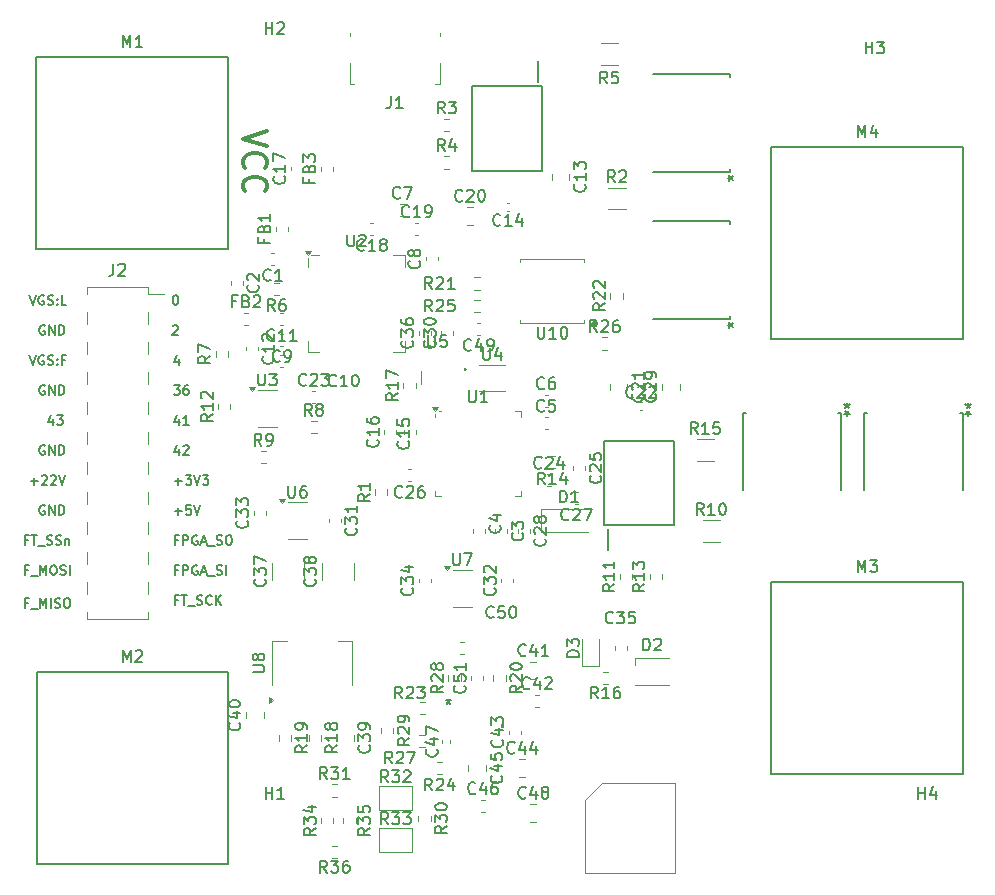
<source format=gbr>
%TF.GenerationSoftware,KiCad,Pcbnew,7.0.10-7.0.10~ubuntu22.04.1*%
%TF.CreationDate,2024-07-09T14:14:33-04:00*%
%TF.ProjectId,IcePSMNR55,49636550-534d-44e5-9235-352e6b696361,rev?*%
%TF.SameCoordinates,Original*%
%TF.FileFunction,Legend,Top*%
%TF.FilePolarity,Positive*%
%FSLAX46Y46*%
G04 Gerber Fmt 4.6, Leading zero omitted, Abs format (unit mm)*
G04 Created by KiCad (PCBNEW 7.0.10-7.0.10~ubuntu22.04.1) date 2024-07-09 14:14:33*
%MOMM*%
%LPD*%
G01*
G04 APERTURE LIST*
%ADD10C,0.175000*%
%ADD11C,0.300000*%
%ADD12C,0.150000*%
%ADD13C,0.120000*%
%ADD14C,0.200000*%
%ADD15C,0.152400*%
%ADD16C,0.100000*%
G04 APERTURE END LIST*
D10*
X49670464Y-61843661D02*
X49670464Y-62376995D01*
X49479988Y-61538900D02*
X49289511Y-62110328D01*
X49289511Y-62110328D02*
X49784750Y-62110328D01*
X49162511Y-59113185D02*
X49200607Y-59075090D01*
X49200607Y-59075090D02*
X49276797Y-59036995D01*
X49276797Y-59036995D02*
X49467273Y-59036995D01*
X49467273Y-59036995D02*
X49543464Y-59075090D01*
X49543464Y-59075090D02*
X49581559Y-59113185D01*
X49581559Y-59113185D02*
X49619654Y-59189376D01*
X49619654Y-59189376D02*
X49619654Y-59265566D01*
X49619654Y-59265566D02*
X49581559Y-59379852D01*
X49581559Y-59379852D02*
X49124416Y-59836995D01*
X49124416Y-59836995D02*
X49619654Y-59836995D01*
X38316654Y-64155090D02*
X38240464Y-64116995D01*
X38240464Y-64116995D02*
X38126178Y-64116995D01*
X38126178Y-64116995D02*
X38011892Y-64155090D01*
X38011892Y-64155090D02*
X37935702Y-64231280D01*
X37935702Y-64231280D02*
X37897607Y-64307471D01*
X37897607Y-64307471D02*
X37859511Y-64459852D01*
X37859511Y-64459852D02*
X37859511Y-64574138D01*
X37859511Y-64574138D02*
X37897607Y-64726519D01*
X37897607Y-64726519D02*
X37935702Y-64802709D01*
X37935702Y-64802709D02*
X38011892Y-64878900D01*
X38011892Y-64878900D02*
X38126178Y-64916995D01*
X38126178Y-64916995D02*
X38202369Y-64916995D01*
X38202369Y-64916995D02*
X38316654Y-64878900D01*
X38316654Y-64878900D02*
X38354750Y-64840804D01*
X38354750Y-64840804D02*
X38354750Y-64574138D01*
X38354750Y-64574138D02*
X38202369Y-64574138D01*
X38697607Y-64916995D02*
X38697607Y-64116995D01*
X38697607Y-64116995D02*
X39154750Y-64916995D01*
X39154750Y-64916995D02*
X39154750Y-64116995D01*
X39535702Y-64916995D02*
X39535702Y-64116995D01*
X39535702Y-64116995D02*
X39726178Y-64116995D01*
X39726178Y-64116995D02*
X39840464Y-64155090D01*
X39840464Y-64155090D02*
X39916654Y-64231280D01*
X39916654Y-64231280D02*
X39954749Y-64307471D01*
X39954749Y-64307471D02*
X39992845Y-64459852D01*
X39992845Y-64459852D02*
X39992845Y-64574138D01*
X39992845Y-64574138D02*
X39954749Y-64726519D01*
X39954749Y-64726519D02*
X39916654Y-64802709D01*
X39916654Y-64802709D02*
X39840464Y-64878900D01*
X39840464Y-64878900D02*
X39726178Y-64916995D01*
X39726178Y-64916995D02*
X39535702Y-64916995D01*
X39002464Y-66923661D02*
X39002464Y-67456995D01*
X38811988Y-66618900D02*
X38621511Y-67190328D01*
X38621511Y-67190328D02*
X39116750Y-67190328D01*
X39345321Y-66656995D02*
X39840559Y-66656995D01*
X39840559Y-66656995D02*
X39573893Y-66961757D01*
X39573893Y-66961757D02*
X39688178Y-66961757D01*
X39688178Y-66961757D02*
X39764369Y-66999852D01*
X39764369Y-66999852D02*
X39802464Y-67037947D01*
X39802464Y-67037947D02*
X39840559Y-67114138D01*
X39840559Y-67114138D02*
X39840559Y-67304614D01*
X39840559Y-67304614D02*
X39802464Y-67380804D01*
X39802464Y-67380804D02*
X39764369Y-67418900D01*
X39764369Y-67418900D02*
X39688178Y-67456995D01*
X39688178Y-67456995D02*
X39459607Y-67456995D01*
X39459607Y-67456995D02*
X39383416Y-67418900D01*
X39383416Y-67418900D02*
X39345321Y-67380804D01*
X36894273Y-82531947D02*
X36627607Y-82531947D01*
X36627607Y-82950995D02*
X36627607Y-82150995D01*
X36627607Y-82150995D02*
X37008559Y-82150995D01*
X37122845Y-83027185D02*
X37732368Y-83027185D01*
X37922845Y-82950995D02*
X37922845Y-82150995D01*
X37922845Y-82150995D02*
X38189511Y-82722423D01*
X38189511Y-82722423D02*
X38456178Y-82150995D01*
X38456178Y-82150995D02*
X38456178Y-82950995D01*
X38837131Y-82950995D02*
X38837131Y-82150995D01*
X39179987Y-82912900D02*
X39294273Y-82950995D01*
X39294273Y-82950995D02*
X39484749Y-82950995D01*
X39484749Y-82950995D02*
X39560940Y-82912900D01*
X39560940Y-82912900D02*
X39599035Y-82874804D01*
X39599035Y-82874804D02*
X39637130Y-82798614D01*
X39637130Y-82798614D02*
X39637130Y-82722423D01*
X39637130Y-82722423D02*
X39599035Y-82646233D01*
X39599035Y-82646233D02*
X39560940Y-82608138D01*
X39560940Y-82608138D02*
X39484749Y-82570042D01*
X39484749Y-82570042D02*
X39332368Y-82531947D01*
X39332368Y-82531947D02*
X39256178Y-82493852D01*
X39256178Y-82493852D02*
X39218083Y-82455757D01*
X39218083Y-82455757D02*
X39179987Y-82379566D01*
X39179987Y-82379566D02*
X39179987Y-82303376D01*
X39179987Y-82303376D02*
X39218083Y-82227185D01*
X39218083Y-82227185D02*
X39256178Y-82189090D01*
X39256178Y-82189090D02*
X39332368Y-82150995D01*
X39332368Y-82150995D02*
X39522845Y-82150995D01*
X39522845Y-82150995D02*
X39637130Y-82189090D01*
X40132369Y-82150995D02*
X40284750Y-82150995D01*
X40284750Y-82150995D02*
X40360940Y-82189090D01*
X40360940Y-82189090D02*
X40437131Y-82265280D01*
X40437131Y-82265280D02*
X40475226Y-82417661D01*
X40475226Y-82417661D02*
X40475226Y-82684328D01*
X40475226Y-82684328D02*
X40437131Y-82836709D01*
X40437131Y-82836709D02*
X40360940Y-82912900D01*
X40360940Y-82912900D02*
X40284750Y-82950995D01*
X40284750Y-82950995D02*
X40132369Y-82950995D01*
X40132369Y-82950995D02*
X40056178Y-82912900D01*
X40056178Y-82912900D02*
X39979988Y-82836709D01*
X39979988Y-82836709D02*
X39941892Y-82684328D01*
X39941892Y-82684328D02*
X39941892Y-82417661D01*
X39941892Y-82417661D02*
X39979988Y-82265280D01*
X39979988Y-82265280D02*
X40056178Y-82189090D01*
X40056178Y-82189090D02*
X40132369Y-82150995D01*
X49670464Y-69463661D02*
X49670464Y-69996995D01*
X49479988Y-69158900D02*
X49289511Y-69730328D01*
X49289511Y-69730328D02*
X49784750Y-69730328D01*
X50051416Y-69273185D02*
X50089512Y-69235090D01*
X50089512Y-69235090D02*
X50165702Y-69196995D01*
X50165702Y-69196995D02*
X50356178Y-69196995D01*
X50356178Y-69196995D02*
X50432369Y-69235090D01*
X50432369Y-69235090D02*
X50470464Y-69273185D01*
X50470464Y-69273185D02*
X50508559Y-69349376D01*
X50508559Y-69349376D02*
X50508559Y-69425566D01*
X50508559Y-69425566D02*
X50470464Y-69539852D01*
X50470464Y-69539852D02*
X50013321Y-69996995D01*
X50013321Y-69996995D02*
X50508559Y-69996995D01*
X49327607Y-74772233D02*
X49937131Y-74772233D01*
X49632369Y-75076995D02*
X49632369Y-74467471D01*
X50699035Y-74276995D02*
X50318083Y-74276995D01*
X50318083Y-74276995D02*
X50279987Y-74657947D01*
X50279987Y-74657947D02*
X50318083Y-74619852D01*
X50318083Y-74619852D02*
X50394273Y-74581757D01*
X50394273Y-74581757D02*
X50584749Y-74581757D01*
X50584749Y-74581757D02*
X50660940Y-74619852D01*
X50660940Y-74619852D02*
X50699035Y-74657947D01*
X50699035Y-74657947D02*
X50737130Y-74734138D01*
X50737130Y-74734138D02*
X50737130Y-74924614D01*
X50737130Y-74924614D02*
X50699035Y-75000804D01*
X50699035Y-75000804D02*
X50660940Y-75038900D01*
X50660940Y-75038900D02*
X50584749Y-75076995D01*
X50584749Y-75076995D02*
X50394273Y-75076995D01*
X50394273Y-75076995D02*
X50318083Y-75038900D01*
X50318083Y-75038900D02*
X50279987Y-75000804D01*
X50965702Y-74276995D02*
X51232369Y-75076995D01*
X51232369Y-75076995D02*
X51499035Y-74276995D01*
X36894273Y-77197947D02*
X36627607Y-77197947D01*
X36627607Y-77616995D02*
X36627607Y-76816995D01*
X36627607Y-76816995D02*
X37008559Y-76816995D01*
X37199035Y-76816995D02*
X37656178Y-76816995D01*
X37427606Y-77616995D02*
X37427606Y-76816995D01*
X37732369Y-77693185D02*
X38341892Y-77693185D01*
X38494273Y-77578900D02*
X38608559Y-77616995D01*
X38608559Y-77616995D02*
X38799035Y-77616995D01*
X38799035Y-77616995D02*
X38875226Y-77578900D01*
X38875226Y-77578900D02*
X38913321Y-77540804D01*
X38913321Y-77540804D02*
X38951416Y-77464614D01*
X38951416Y-77464614D02*
X38951416Y-77388423D01*
X38951416Y-77388423D02*
X38913321Y-77312233D01*
X38913321Y-77312233D02*
X38875226Y-77274138D01*
X38875226Y-77274138D02*
X38799035Y-77236042D01*
X38799035Y-77236042D02*
X38646654Y-77197947D01*
X38646654Y-77197947D02*
X38570464Y-77159852D01*
X38570464Y-77159852D02*
X38532369Y-77121757D01*
X38532369Y-77121757D02*
X38494273Y-77045566D01*
X38494273Y-77045566D02*
X38494273Y-76969376D01*
X38494273Y-76969376D02*
X38532369Y-76893185D01*
X38532369Y-76893185D02*
X38570464Y-76855090D01*
X38570464Y-76855090D02*
X38646654Y-76816995D01*
X38646654Y-76816995D02*
X38837131Y-76816995D01*
X38837131Y-76816995D02*
X38951416Y-76855090D01*
X39256178Y-77578900D02*
X39370464Y-77616995D01*
X39370464Y-77616995D02*
X39560940Y-77616995D01*
X39560940Y-77616995D02*
X39637131Y-77578900D01*
X39637131Y-77578900D02*
X39675226Y-77540804D01*
X39675226Y-77540804D02*
X39713321Y-77464614D01*
X39713321Y-77464614D02*
X39713321Y-77388423D01*
X39713321Y-77388423D02*
X39675226Y-77312233D01*
X39675226Y-77312233D02*
X39637131Y-77274138D01*
X39637131Y-77274138D02*
X39560940Y-77236042D01*
X39560940Y-77236042D02*
X39408559Y-77197947D01*
X39408559Y-77197947D02*
X39332369Y-77159852D01*
X39332369Y-77159852D02*
X39294274Y-77121757D01*
X39294274Y-77121757D02*
X39256178Y-77045566D01*
X39256178Y-77045566D02*
X39256178Y-76969376D01*
X39256178Y-76969376D02*
X39294274Y-76893185D01*
X39294274Y-76893185D02*
X39332369Y-76855090D01*
X39332369Y-76855090D02*
X39408559Y-76816995D01*
X39408559Y-76816995D02*
X39599036Y-76816995D01*
X39599036Y-76816995D02*
X39713321Y-76855090D01*
X40056179Y-77083661D02*
X40056179Y-77616995D01*
X40056179Y-77159852D02*
X40094274Y-77121757D01*
X40094274Y-77121757D02*
X40170464Y-77083661D01*
X40170464Y-77083661D02*
X40284750Y-77083661D01*
X40284750Y-77083661D02*
X40360941Y-77121757D01*
X40360941Y-77121757D02*
X40399036Y-77197947D01*
X40399036Y-77197947D02*
X40399036Y-77616995D01*
X49251416Y-64116995D02*
X49746654Y-64116995D01*
X49746654Y-64116995D02*
X49479988Y-64421757D01*
X49479988Y-64421757D02*
X49594273Y-64421757D01*
X49594273Y-64421757D02*
X49670464Y-64459852D01*
X49670464Y-64459852D02*
X49708559Y-64497947D01*
X49708559Y-64497947D02*
X49746654Y-64574138D01*
X49746654Y-64574138D02*
X49746654Y-64764614D01*
X49746654Y-64764614D02*
X49708559Y-64840804D01*
X49708559Y-64840804D02*
X49670464Y-64878900D01*
X49670464Y-64878900D02*
X49594273Y-64916995D01*
X49594273Y-64916995D02*
X49365702Y-64916995D01*
X49365702Y-64916995D02*
X49289511Y-64878900D01*
X49289511Y-64878900D02*
X49251416Y-64840804D01*
X50432369Y-64116995D02*
X50279988Y-64116995D01*
X50279988Y-64116995D02*
X50203797Y-64155090D01*
X50203797Y-64155090D02*
X50165702Y-64193185D01*
X50165702Y-64193185D02*
X50089512Y-64307471D01*
X50089512Y-64307471D02*
X50051416Y-64459852D01*
X50051416Y-64459852D02*
X50051416Y-64764614D01*
X50051416Y-64764614D02*
X50089512Y-64840804D01*
X50089512Y-64840804D02*
X50127607Y-64878900D01*
X50127607Y-64878900D02*
X50203797Y-64916995D01*
X50203797Y-64916995D02*
X50356178Y-64916995D01*
X50356178Y-64916995D02*
X50432369Y-64878900D01*
X50432369Y-64878900D02*
X50470464Y-64840804D01*
X50470464Y-64840804D02*
X50508559Y-64764614D01*
X50508559Y-64764614D02*
X50508559Y-64574138D01*
X50508559Y-64574138D02*
X50470464Y-64497947D01*
X50470464Y-64497947D02*
X50432369Y-64459852D01*
X50432369Y-64459852D02*
X50356178Y-64421757D01*
X50356178Y-64421757D02*
X50203797Y-64421757D01*
X50203797Y-64421757D02*
X50127607Y-64459852D01*
X50127607Y-64459852D02*
X50089512Y-64497947D01*
X50089512Y-64497947D02*
X50051416Y-64574138D01*
X49594273Y-77197947D02*
X49327607Y-77197947D01*
X49327607Y-77616995D02*
X49327607Y-76816995D01*
X49327607Y-76816995D02*
X49708559Y-76816995D01*
X50013321Y-77616995D02*
X50013321Y-76816995D01*
X50013321Y-76816995D02*
X50318083Y-76816995D01*
X50318083Y-76816995D02*
X50394273Y-76855090D01*
X50394273Y-76855090D02*
X50432368Y-76893185D01*
X50432368Y-76893185D02*
X50470464Y-76969376D01*
X50470464Y-76969376D02*
X50470464Y-77083661D01*
X50470464Y-77083661D02*
X50432368Y-77159852D01*
X50432368Y-77159852D02*
X50394273Y-77197947D01*
X50394273Y-77197947D02*
X50318083Y-77236042D01*
X50318083Y-77236042D02*
X50013321Y-77236042D01*
X51232368Y-76855090D02*
X51156178Y-76816995D01*
X51156178Y-76816995D02*
X51041892Y-76816995D01*
X51041892Y-76816995D02*
X50927606Y-76855090D01*
X50927606Y-76855090D02*
X50851416Y-76931280D01*
X50851416Y-76931280D02*
X50813321Y-77007471D01*
X50813321Y-77007471D02*
X50775225Y-77159852D01*
X50775225Y-77159852D02*
X50775225Y-77274138D01*
X50775225Y-77274138D02*
X50813321Y-77426519D01*
X50813321Y-77426519D02*
X50851416Y-77502709D01*
X50851416Y-77502709D02*
X50927606Y-77578900D01*
X50927606Y-77578900D02*
X51041892Y-77616995D01*
X51041892Y-77616995D02*
X51118083Y-77616995D01*
X51118083Y-77616995D02*
X51232368Y-77578900D01*
X51232368Y-77578900D02*
X51270464Y-77540804D01*
X51270464Y-77540804D02*
X51270464Y-77274138D01*
X51270464Y-77274138D02*
X51118083Y-77274138D01*
X51575225Y-77388423D02*
X51956178Y-77388423D01*
X51499035Y-77616995D02*
X51765702Y-76816995D01*
X51765702Y-76816995D02*
X52032368Y-77616995D01*
X52108559Y-77693185D02*
X52718082Y-77693185D01*
X52870463Y-77578900D02*
X52984749Y-77616995D01*
X52984749Y-77616995D02*
X53175225Y-77616995D01*
X53175225Y-77616995D02*
X53251416Y-77578900D01*
X53251416Y-77578900D02*
X53289511Y-77540804D01*
X53289511Y-77540804D02*
X53327606Y-77464614D01*
X53327606Y-77464614D02*
X53327606Y-77388423D01*
X53327606Y-77388423D02*
X53289511Y-77312233D01*
X53289511Y-77312233D02*
X53251416Y-77274138D01*
X53251416Y-77274138D02*
X53175225Y-77236042D01*
X53175225Y-77236042D02*
X53022844Y-77197947D01*
X53022844Y-77197947D02*
X52946654Y-77159852D01*
X52946654Y-77159852D02*
X52908559Y-77121757D01*
X52908559Y-77121757D02*
X52870463Y-77045566D01*
X52870463Y-77045566D02*
X52870463Y-76969376D01*
X52870463Y-76969376D02*
X52908559Y-76893185D01*
X52908559Y-76893185D02*
X52946654Y-76855090D01*
X52946654Y-76855090D02*
X53022844Y-76816995D01*
X53022844Y-76816995D02*
X53213321Y-76816995D01*
X53213321Y-76816995D02*
X53327606Y-76855090D01*
X53822845Y-76816995D02*
X53975226Y-76816995D01*
X53975226Y-76816995D02*
X54051416Y-76855090D01*
X54051416Y-76855090D02*
X54127607Y-76931280D01*
X54127607Y-76931280D02*
X54165702Y-77083661D01*
X54165702Y-77083661D02*
X54165702Y-77350328D01*
X54165702Y-77350328D02*
X54127607Y-77502709D01*
X54127607Y-77502709D02*
X54051416Y-77578900D01*
X54051416Y-77578900D02*
X53975226Y-77616995D01*
X53975226Y-77616995D02*
X53822845Y-77616995D01*
X53822845Y-77616995D02*
X53746654Y-77578900D01*
X53746654Y-77578900D02*
X53670464Y-77502709D01*
X53670464Y-77502709D02*
X53632368Y-77350328D01*
X53632368Y-77350328D02*
X53632368Y-77083661D01*
X53632368Y-77083661D02*
X53670464Y-76931280D01*
X53670464Y-76931280D02*
X53746654Y-76855090D01*
X53746654Y-76855090D02*
X53822845Y-76816995D01*
X37135607Y-72232233D02*
X37745131Y-72232233D01*
X37440369Y-72536995D02*
X37440369Y-71927471D01*
X38087987Y-71813185D02*
X38126083Y-71775090D01*
X38126083Y-71775090D02*
X38202273Y-71736995D01*
X38202273Y-71736995D02*
X38392749Y-71736995D01*
X38392749Y-71736995D02*
X38468940Y-71775090D01*
X38468940Y-71775090D02*
X38507035Y-71813185D01*
X38507035Y-71813185D02*
X38545130Y-71889376D01*
X38545130Y-71889376D02*
X38545130Y-71965566D01*
X38545130Y-71965566D02*
X38507035Y-72079852D01*
X38507035Y-72079852D02*
X38049892Y-72536995D01*
X38049892Y-72536995D02*
X38545130Y-72536995D01*
X38849892Y-71813185D02*
X38887988Y-71775090D01*
X38887988Y-71775090D02*
X38964178Y-71736995D01*
X38964178Y-71736995D02*
X39154654Y-71736995D01*
X39154654Y-71736995D02*
X39230845Y-71775090D01*
X39230845Y-71775090D02*
X39268940Y-71813185D01*
X39268940Y-71813185D02*
X39307035Y-71889376D01*
X39307035Y-71889376D02*
X39307035Y-71965566D01*
X39307035Y-71965566D02*
X39268940Y-72079852D01*
X39268940Y-72079852D02*
X38811797Y-72536995D01*
X38811797Y-72536995D02*
X39307035Y-72536995D01*
X39535607Y-71736995D02*
X39802274Y-72536995D01*
X39802274Y-72536995D02*
X40068940Y-71736995D01*
X38316654Y-69235090D02*
X38240464Y-69196995D01*
X38240464Y-69196995D02*
X38126178Y-69196995D01*
X38126178Y-69196995D02*
X38011892Y-69235090D01*
X38011892Y-69235090D02*
X37935702Y-69311280D01*
X37935702Y-69311280D02*
X37897607Y-69387471D01*
X37897607Y-69387471D02*
X37859511Y-69539852D01*
X37859511Y-69539852D02*
X37859511Y-69654138D01*
X37859511Y-69654138D02*
X37897607Y-69806519D01*
X37897607Y-69806519D02*
X37935702Y-69882709D01*
X37935702Y-69882709D02*
X38011892Y-69958900D01*
X38011892Y-69958900D02*
X38126178Y-69996995D01*
X38126178Y-69996995D02*
X38202369Y-69996995D01*
X38202369Y-69996995D02*
X38316654Y-69958900D01*
X38316654Y-69958900D02*
X38354750Y-69920804D01*
X38354750Y-69920804D02*
X38354750Y-69654138D01*
X38354750Y-69654138D02*
X38202369Y-69654138D01*
X38697607Y-69996995D02*
X38697607Y-69196995D01*
X38697607Y-69196995D02*
X39154750Y-69996995D01*
X39154750Y-69996995D02*
X39154750Y-69196995D01*
X39535702Y-69996995D02*
X39535702Y-69196995D01*
X39535702Y-69196995D02*
X39726178Y-69196995D01*
X39726178Y-69196995D02*
X39840464Y-69235090D01*
X39840464Y-69235090D02*
X39916654Y-69311280D01*
X39916654Y-69311280D02*
X39954749Y-69387471D01*
X39954749Y-69387471D02*
X39992845Y-69539852D01*
X39992845Y-69539852D02*
X39992845Y-69654138D01*
X39992845Y-69654138D02*
X39954749Y-69806519D01*
X39954749Y-69806519D02*
X39916654Y-69882709D01*
X39916654Y-69882709D02*
X39840464Y-69958900D01*
X39840464Y-69958900D02*
X39726178Y-69996995D01*
X39726178Y-69996995D02*
X39535702Y-69996995D01*
X37021321Y-56496995D02*
X37287988Y-57296995D01*
X37287988Y-57296995D02*
X37554654Y-56496995D01*
X38240368Y-56535090D02*
X38164178Y-56496995D01*
X38164178Y-56496995D02*
X38049892Y-56496995D01*
X38049892Y-56496995D02*
X37935606Y-56535090D01*
X37935606Y-56535090D02*
X37859416Y-56611280D01*
X37859416Y-56611280D02*
X37821321Y-56687471D01*
X37821321Y-56687471D02*
X37783225Y-56839852D01*
X37783225Y-56839852D02*
X37783225Y-56954138D01*
X37783225Y-56954138D02*
X37821321Y-57106519D01*
X37821321Y-57106519D02*
X37859416Y-57182709D01*
X37859416Y-57182709D02*
X37935606Y-57258900D01*
X37935606Y-57258900D02*
X38049892Y-57296995D01*
X38049892Y-57296995D02*
X38126083Y-57296995D01*
X38126083Y-57296995D02*
X38240368Y-57258900D01*
X38240368Y-57258900D02*
X38278464Y-57220804D01*
X38278464Y-57220804D02*
X38278464Y-56954138D01*
X38278464Y-56954138D02*
X38126083Y-56954138D01*
X38583225Y-57258900D02*
X38697511Y-57296995D01*
X38697511Y-57296995D02*
X38887987Y-57296995D01*
X38887987Y-57296995D02*
X38964178Y-57258900D01*
X38964178Y-57258900D02*
X39002273Y-57220804D01*
X39002273Y-57220804D02*
X39040368Y-57144614D01*
X39040368Y-57144614D02*
X39040368Y-57068423D01*
X39040368Y-57068423D02*
X39002273Y-56992233D01*
X39002273Y-56992233D02*
X38964178Y-56954138D01*
X38964178Y-56954138D02*
X38887987Y-56916042D01*
X38887987Y-56916042D02*
X38735606Y-56877947D01*
X38735606Y-56877947D02*
X38659416Y-56839852D01*
X38659416Y-56839852D02*
X38621321Y-56801757D01*
X38621321Y-56801757D02*
X38583225Y-56725566D01*
X38583225Y-56725566D02*
X38583225Y-56649376D01*
X38583225Y-56649376D02*
X38621321Y-56573185D01*
X38621321Y-56573185D02*
X38659416Y-56535090D01*
X38659416Y-56535090D02*
X38735606Y-56496995D01*
X38735606Y-56496995D02*
X38926083Y-56496995D01*
X38926083Y-56496995D02*
X39040368Y-56535090D01*
X39383226Y-57220804D02*
X39421321Y-57258900D01*
X39421321Y-57258900D02*
X39383226Y-57296995D01*
X39383226Y-57296995D02*
X39345130Y-57258900D01*
X39345130Y-57258900D02*
X39383226Y-57220804D01*
X39383226Y-57220804D02*
X39383226Y-57296995D01*
X39383226Y-56801757D02*
X39421321Y-56839852D01*
X39421321Y-56839852D02*
X39383226Y-56877947D01*
X39383226Y-56877947D02*
X39345130Y-56839852D01*
X39345130Y-56839852D02*
X39383226Y-56801757D01*
X39383226Y-56801757D02*
X39383226Y-56877947D01*
X40145130Y-57296995D02*
X39764178Y-57296995D01*
X39764178Y-57296995D02*
X39764178Y-56496995D01*
X37021321Y-61576995D02*
X37287988Y-62376995D01*
X37287988Y-62376995D02*
X37554654Y-61576995D01*
X38240368Y-61615090D02*
X38164178Y-61576995D01*
X38164178Y-61576995D02*
X38049892Y-61576995D01*
X38049892Y-61576995D02*
X37935606Y-61615090D01*
X37935606Y-61615090D02*
X37859416Y-61691280D01*
X37859416Y-61691280D02*
X37821321Y-61767471D01*
X37821321Y-61767471D02*
X37783225Y-61919852D01*
X37783225Y-61919852D02*
X37783225Y-62034138D01*
X37783225Y-62034138D02*
X37821321Y-62186519D01*
X37821321Y-62186519D02*
X37859416Y-62262709D01*
X37859416Y-62262709D02*
X37935606Y-62338900D01*
X37935606Y-62338900D02*
X38049892Y-62376995D01*
X38049892Y-62376995D02*
X38126083Y-62376995D01*
X38126083Y-62376995D02*
X38240368Y-62338900D01*
X38240368Y-62338900D02*
X38278464Y-62300804D01*
X38278464Y-62300804D02*
X38278464Y-62034138D01*
X38278464Y-62034138D02*
X38126083Y-62034138D01*
X38583225Y-62338900D02*
X38697511Y-62376995D01*
X38697511Y-62376995D02*
X38887987Y-62376995D01*
X38887987Y-62376995D02*
X38964178Y-62338900D01*
X38964178Y-62338900D02*
X39002273Y-62300804D01*
X39002273Y-62300804D02*
X39040368Y-62224614D01*
X39040368Y-62224614D02*
X39040368Y-62148423D01*
X39040368Y-62148423D02*
X39002273Y-62072233D01*
X39002273Y-62072233D02*
X38964178Y-62034138D01*
X38964178Y-62034138D02*
X38887987Y-61996042D01*
X38887987Y-61996042D02*
X38735606Y-61957947D01*
X38735606Y-61957947D02*
X38659416Y-61919852D01*
X38659416Y-61919852D02*
X38621321Y-61881757D01*
X38621321Y-61881757D02*
X38583225Y-61805566D01*
X38583225Y-61805566D02*
X38583225Y-61729376D01*
X38583225Y-61729376D02*
X38621321Y-61653185D01*
X38621321Y-61653185D02*
X38659416Y-61615090D01*
X38659416Y-61615090D02*
X38735606Y-61576995D01*
X38735606Y-61576995D02*
X38926083Y-61576995D01*
X38926083Y-61576995D02*
X39040368Y-61615090D01*
X39383226Y-62300804D02*
X39421321Y-62338900D01*
X39421321Y-62338900D02*
X39383226Y-62376995D01*
X39383226Y-62376995D02*
X39345130Y-62338900D01*
X39345130Y-62338900D02*
X39383226Y-62300804D01*
X39383226Y-62300804D02*
X39383226Y-62376995D01*
X39383226Y-61881757D02*
X39421321Y-61919852D01*
X39421321Y-61919852D02*
X39383226Y-61957947D01*
X39383226Y-61957947D02*
X39345130Y-61919852D01*
X39345130Y-61919852D02*
X39383226Y-61881757D01*
X39383226Y-61881757D02*
X39383226Y-61957947D01*
X40030844Y-61957947D02*
X39764178Y-61957947D01*
X39764178Y-62376995D02*
X39764178Y-61576995D01*
X39764178Y-61576995D02*
X40145130Y-61576995D01*
X49670464Y-66923661D02*
X49670464Y-67456995D01*
X49479988Y-66618900D02*
X49289511Y-67190328D01*
X49289511Y-67190328D02*
X49784750Y-67190328D01*
X50508559Y-67456995D02*
X50051416Y-67456995D01*
X50279988Y-67456995D02*
X50279988Y-66656995D01*
X50279988Y-66656995D02*
X50203797Y-66771280D01*
X50203797Y-66771280D02*
X50127607Y-66847471D01*
X50127607Y-66847471D02*
X50051416Y-66885566D01*
D11*
X57124361Y-42551844D02*
X55124361Y-43218510D01*
X55124361Y-43218510D02*
X57124361Y-43885177D01*
X55314838Y-45694701D02*
X55219600Y-45599463D01*
X55219600Y-45599463D02*
X55124361Y-45313749D01*
X55124361Y-45313749D02*
X55124361Y-45123273D01*
X55124361Y-45123273D02*
X55219600Y-44837558D01*
X55219600Y-44837558D02*
X55410076Y-44647082D01*
X55410076Y-44647082D02*
X55600552Y-44551844D01*
X55600552Y-44551844D02*
X55981504Y-44456606D01*
X55981504Y-44456606D02*
X56267219Y-44456606D01*
X56267219Y-44456606D02*
X56648171Y-44551844D01*
X56648171Y-44551844D02*
X56838647Y-44647082D01*
X56838647Y-44647082D02*
X57029123Y-44837558D01*
X57029123Y-44837558D02*
X57124361Y-45123273D01*
X57124361Y-45123273D02*
X57124361Y-45313749D01*
X57124361Y-45313749D02*
X57029123Y-45599463D01*
X57029123Y-45599463D02*
X56933885Y-45694701D01*
X55314838Y-47694701D02*
X55219600Y-47599463D01*
X55219600Y-47599463D02*
X55124361Y-47313749D01*
X55124361Y-47313749D02*
X55124361Y-47123273D01*
X55124361Y-47123273D02*
X55219600Y-46837558D01*
X55219600Y-46837558D02*
X55410076Y-46647082D01*
X55410076Y-46647082D02*
X55600552Y-46551844D01*
X55600552Y-46551844D02*
X55981504Y-46456606D01*
X55981504Y-46456606D02*
X56267219Y-46456606D01*
X56267219Y-46456606D02*
X56648171Y-46551844D01*
X56648171Y-46551844D02*
X56838647Y-46647082D01*
X56838647Y-46647082D02*
X57029123Y-46837558D01*
X57029123Y-46837558D02*
X57124361Y-47123273D01*
X57124361Y-47123273D02*
X57124361Y-47313749D01*
X57124361Y-47313749D02*
X57029123Y-47599463D01*
X57029123Y-47599463D02*
X56933885Y-47694701D01*
D10*
X49327607Y-72232233D02*
X49937131Y-72232233D01*
X49632369Y-72536995D02*
X49632369Y-71927471D01*
X50241892Y-71736995D02*
X50737130Y-71736995D01*
X50737130Y-71736995D02*
X50470464Y-72041757D01*
X50470464Y-72041757D02*
X50584749Y-72041757D01*
X50584749Y-72041757D02*
X50660940Y-72079852D01*
X50660940Y-72079852D02*
X50699035Y-72117947D01*
X50699035Y-72117947D02*
X50737130Y-72194138D01*
X50737130Y-72194138D02*
X50737130Y-72384614D01*
X50737130Y-72384614D02*
X50699035Y-72460804D01*
X50699035Y-72460804D02*
X50660940Y-72498900D01*
X50660940Y-72498900D02*
X50584749Y-72536995D01*
X50584749Y-72536995D02*
X50356178Y-72536995D01*
X50356178Y-72536995D02*
X50279987Y-72498900D01*
X50279987Y-72498900D02*
X50241892Y-72460804D01*
X50965702Y-71736995D02*
X51232369Y-72536995D01*
X51232369Y-72536995D02*
X51499035Y-71736995D01*
X51689511Y-71736995D02*
X52184749Y-71736995D01*
X52184749Y-71736995D02*
X51918083Y-72041757D01*
X51918083Y-72041757D02*
X52032368Y-72041757D01*
X52032368Y-72041757D02*
X52108559Y-72079852D01*
X52108559Y-72079852D02*
X52146654Y-72117947D01*
X52146654Y-72117947D02*
X52184749Y-72194138D01*
X52184749Y-72194138D02*
X52184749Y-72384614D01*
X52184749Y-72384614D02*
X52146654Y-72460804D01*
X52146654Y-72460804D02*
X52108559Y-72498900D01*
X52108559Y-72498900D02*
X52032368Y-72536995D01*
X52032368Y-72536995D02*
X51803797Y-72536995D01*
X51803797Y-72536995D02*
X51727606Y-72498900D01*
X51727606Y-72498900D02*
X51689511Y-72460804D01*
X49594273Y-82277947D02*
X49327607Y-82277947D01*
X49327607Y-82696995D02*
X49327607Y-81896995D01*
X49327607Y-81896995D02*
X49708559Y-81896995D01*
X49899035Y-81896995D02*
X50356178Y-81896995D01*
X50127606Y-82696995D02*
X50127606Y-81896995D01*
X50432369Y-82773185D02*
X51041892Y-82773185D01*
X51194273Y-82658900D02*
X51308559Y-82696995D01*
X51308559Y-82696995D02*
X51499035Y-82696995D01*
X51499035Y-82696995D02*
X51575226Y-82658900D01*
X51575226Y-82658900D02*
X51613321Y-82620804D01*
X51613321Y-82620804D02*
X51651416Y-82544614D01*
X51651416Y-82544614D02*
X51651416Y-82468423D01*
X51651416Y-82468423D02*
X51613321Y-82392233D01*
X51613321Y-82392233D02*
X51575226Y-82354138D01*
X51575226Y-82354138D02*
X51499035Y-82316042D01*
X51499035Y-82316042D02*
X51346654Y-82277947D01*
X51346654Y-82277947D02*
X51270464Y-82239852D01*
X51270464Y-82239852D02*
X51232369Y-82201757D01*
X51232369Y-82201757D02*
X51194273Y-82125566D01*
X51194273Y-82125566D02*
X51194273Y-82049376D01*
X51194273Y-82049376D02*
X51232369Y-81973185D01*
X51232369Y-81973185D02*
X51270464Y-81935090D01*
X51270464Y-81935090D02*
X51346654Y-81896995D01*
X51346654Y-81896995D02*
X51537131Y-81896995D01*
X51537131Y-81896995D02*
X51651416Y-81935090D01*
X52451417Y-82620804D02*
X52413321Y-82658900D01*
X52413321Y-82658900D02*
X52299036Y-82696995D01*
X52299036Y-82696995D02*
X52222845Y-82696995D01*
X52222845Y-82696995D02*
X52108559Y-82658900D01*
X52108559Y-82658900D02*
X52032369Y-82582709D01*
X52032369Y-82582709D02*
X51994274Y-82506519D01*
X51994274Y-82506519D02*
X51956178Y-82354138D01*
X51956178Y-82354138D02*
X51956178Y-82239852D01*
X51956178Y-82239852D02*
X51994274Y-82087471D01*
X51994274Y-82087471D02*
X52032369Y-82011280D01*
X52032369Y-82011280D02*
X52108559Y-81935090D01*
X52108559Y-81935090D02*
X52222845Y-81896995D01*
X52222845Y-81896995D02*
X52299036Y-81896995D01*
X52299036Y-81896995D02*
X52413321Y-81935090D01*
X52413321Y-81935090D02*
X52451417Y-81973185D01*
X52794274Y-82696995D02*
X52794274Y-81896995D01*
X53251417Y-82696995D02*
X52908559Y-82239852D01*
X53251417Y-81896995D02*
X52794274Y-82354138D01*
X38316654Y-59075090D02*
X38240464Y-59036995D01*
X38240464Y-59036995D02*
X38126178Y-59036995D01*
X38126178Y-59036995D02*
X38011892Y-59075090D01*
X38011892Y-59075090D02*
X37935702Y-59151280D01*
X37935702Y-59151280D02*
X37897607Y-59227471D01*
X37897607Y-59227471D02*
X37859511Y-59379852D01*
X37859511Y-59379852D02*
X37859511Y-59494138D01*
X37859511Y-59494138D02*
X37897607Y-59646519D01*
X37897607Y-59646519D02*
X37935702Y-59722709D01*
X37935702Y-59722709D02*
X38011892Y-59798900D01*
X38011892Y-59798900D02*
X38126178Y-59836995D01*
X38126178Y-59836995D02*
X38202369Y-59836995D01*
X38202369Y-59836995D02*
X38316654Y-59798900D01*
X38316654Y-59798900D02*
X38354750Y-59760804D01*
X38354750Y-59760804D02*
X38354750Y-59494138D01*
X38354750Y-59494138D02*
X38202369Y-59494138D01*
X38697607Y-59836995D02*
X38697607Y-59036995D01*
X38697607Y-59036995D02*
X39154750Y-59836995D01*
X39154750Y-59836995D02*
X39154750Y-59036995D01*
X39535702Y-59836995D02*
X39535702Y-59036995D01*
X39535702Y-59036995D02*
X39726178Y-59036995D01*
X39726178Y-59036995D02*
X39840464Y-59075090D01*
X39840464Y-59075090D02*
X39916654Y-59151280D01*
X39916654Y-59151280D02*
X39954749Y-59227471D01*
X39954749Y-59227471D02*
X39992845Y-59379852D01*
X39992845Y-59379852D02*
X39992845Y-59494138D01*
X39992845Y-59494138D02*
X39954749Y-59646519D01*
X39954749Y-59646519D02*
X39916654Y-59722709D01*
X39916654Y-59722709D02*
X39840464Y-59798900D01*
X39840464Y-59798900D02*
X39726178Y-59836995D01*
X39726178Y-59836995D02*
X39535702Y-59836995D01*
X38316654Y-74315090D02*
X38240464Y-74276995D01*
X38240464Y-74276995D02*
X38126178Y-74276995D01*
X38126178Y-74276995D02*
X38011892Y-74315090D01*
X38011892Y-74315090D02*
X37935702Y-74391280D01*
X37935702Y-74391280D02*
X37897607Y-74467471D01*
X37897607Y-74467471D02*
X37859511Y-74619852D01*
X37859511Y-74619852D02*
X37859511Y-74734138D01*
X37859511Y-74734138D02*
X37897607Y-74886519D01*
X37897607Y-74886519D02*
X37935702Y-74962709D01*
X37935702Y-74962709D02*
X38011892Y-75038900D01*
X38011892Y-75038900D02*
X38126178Y-75076995D01*
X38126178Y-75076995D02*
X38202369Y-75076995D01*
X38202369Y-75076995D02*
X38316654Y-75038900D01*
X38316654Y-75038900D02*
X38354750Y-75000804D01*
X38354750Y-75000804D02*
X38354750Y-74734138D01*
X38354750Y-74734138D02*
X38202369Y-74734138D01*
X38697607Y-75076995D02*
X38697607Y-74276995D01*
X38697607Y-74276995D02*
X39154750Y-75076995D01*
X39154750Y-75076995D02*
X39154750Y-74276995D01*
X39535702Y-75076995D02*
X39535702Y-74276995D01*
X39535702Y-74276995D02*
X39726178Y-74276995D01*
X39726178Y-74276995D02*
X39840464Y-74315090D01*
X39840464Y-74315090D02*
X39916654Y-74391280D01*
X39916654Y-74391280D02*
X39954749Y-74467471D01*
X39954749Y-74467471D02*
X39992845Y-74619852D01*
X39992845Y-74619852D02*
X39992845Y-74734138D01*
X39992845Y-74734138D02*
X39954749Y-74886519D01*
X39954749Y-74886519D02*
X39916654Y-74962709D01*
X39916654Y-74962709D02*
X39840464Y-75038900D01*
X39840464Y-75038900D02*
X39726178Y-75076995D01*
X39726178Y-75076995D02*
X39535702Y-75076995D01*
X36894273Y-79737947D02*
X36627607Y-79737947D01*
X36627607Y-80156995D02*
X36627607Y-79356995D01*
X36627607Y-79356995D02*
X37008559Y-79356995D01*
X37122845Y-80233185D02*
X37732368Y-80233185D01*
X37922845Y-80156995D02*
X37922845Y-79356995D01*
X37922845Y-79356995D02*
X38189511Y-79928423D01*
X38189511Y-79928423D02*
X38456178Y-79356995D01*
X38456178Y-79356995D02*
X38456178Y-80156995D01*
X38989512Y-79356995D02*
X39141893Y-79356995D01*
X39141893Y-79356995D02*
X39218083Y-79395090D01*
X39218083Y-79395090D02*
X39294274Y-79471280D01*
X39294274Y-79471280D02*
X39332369Y-79623661D01*
X39332369Y-79623661D02*
X39332369Y-79890328D01*
X39332369Y-79890328D02*
X39294274Y-80042709D01*
X39294274Y-80042709D02*
X39218083Y-80118900D01*
X39218083Y-80118900D02*
X39141893Y-80156995D01*
X39141893Y-80156995D02*
X38989512Y-80156995D01*
X38989512Y-80156995D02*
X38913321Y-80118900D01*
X38913321Y-80118900D02*
X38837131Y-80042709D01*
X38837131Y-80042709D02*
X38799035Y-79890328D01*
X38799035Y-79890328D02*
X38799035Y-79623661D01*
X38799035Y-79623661D02*
X38837131Y-79471280D01*
X38837131Y-79471280D02*
X38913321Y-79395090D01*
X38913321Y-79395090D02*
X38989512Y-79356995D01*
X39637130Y-80118900D02*
X39751416Y-80156995D01*
X39751416Y-80156995D02*
X39941892Y-80156995D01*
X39941892Y-80156995D02*
X40018083Y-80118900D01*
X40018083Y-80118900D02*
X40056178Y-80080804D01*
X40056178Y-80080804D02*
X40094273Y-80004614D01*
X40094273Y-80004614D02*
X40094273Y-79928423D01*
X40094273Y-79928423D02*
X40056178Y-79852233D01*
X40056178Y-79852233D02*
X40018083Y-79814138D01*
X40018083Y-79814138D02*
X39941892Y-79776042D01*
X39941892Y-79776042D02*
X39789511Y-79737947D01*
X39789511Y-79737947D02*
X39713321Y-79699852D01*
X39713321Y-79699852D02*
X39675226Y-79661757D01*
X39675226Y-79661757D02*
X39637130Y-79585566D01*
X39637130Y-79585566D02*
X39637130Y-79509376D01*
X39637130Y-79509376D02*
X39675226Y-79433185D01*
X39675226Y-79433185D02*
X39713321Y-79395090D01*
X39713321Y-79395090D02*
X39789511Y-79356995D01*
X39789511Y-79356995D02*
X39979988Y-79356995D01*
X39979988Y-79356995D02*
X40094273Y-79395090D01*
X40437131Y-80156995D02*
X40437131Y-79356995D01*
X49594273Y-79737947D02*
X49327607Y-79737947D01*
X49327607Y-80156995D02*
X49327607Y-79356995D01*
X49327607Y-79356995D02*
X49708559Y-79356995D01*
X50013321Y-80156995D02*
X50013321Y-79356995D01*
X50013321Y-79356995D02*
X50318083Y-79356995D01*
X50318083Y-79356995D02*
X50394273Y-79395090D01*
X50394273Y-79395090D02*
X50432368Y-79433185D01*
X50432368Y-79433185D02*
X50470464Y-79509376D01*
X50470464Y-79509376D02*
X50470464Y-79623661D01*
X50470464Y-79623661D02*
X50432368Y-79699852D01*
X50432368Y-79699852D02*
X50394273Y-79737947D01*
X50394273Y-79737947D02*
X50318083Y-79776042D01*
X50318083Y-79776042D02*
X50013321Y-79776042D01*
X51232368Y-79395090D02*
X51156178Y-79356995D01*
X51156178Y-79356995D02*
X51041892Y-79356995D01*
X51041892Y-79356995D02*
X50927606Y-79395090D01*
X50927606Y-79395090D02*
X50851416Y-79471280D01*
X50851416Y-79471280D02*
X50813321Y-79547471D01*
X50813321Y-79547471D02*
X50775225Y-79699852D01*
X50775225Y-79699852D02*
X50775225Y-79814138D01*
X50775225Y-79814138D02*
X50813321Y-79966519D01*
X50813321Y-79966519D02*
X50851416Y-80042709D01*
X50851416Y-80042709D02*
X50927606Y-80118900D01*
X50927606Y-80118900D02*
X51041892Y-80156995D01*
X51041892Y-80156995D02*
X51118083Y-80156995D01*
X51118083Y-80156995D02*
X51232368Y-80118900D01*
X51232368Y-80118900D02*
X51270464Y-80080804D01*
X51270464Y-80080804D02*
X51270464Y-79814138D01*
X51270464Y-79814138D02*
X51118083Y-79814138D01*
X51575225Y-79928423D02*
X51956178Y-79928423D01*
X51499035Y-80156995D02*
X51765702Y-79356995D01*
X51765702Y-79356995D02*
X52032368Y-80156995D01*
X52108559Y-80233185D02*
X52718082Y-80233185D01*
X52870463Y-80118900D02*
X52984749Y-80156995D01*
X52984749Y-80156995D02*
X53175225Y-80156995D01*
X53175225Y-80156995D02*
X53251416Y-80118900D01*
X53251416Y-80118900D02*
X53289511Y-80080804D01*
X53289511Y-80080804D02*
X53327606Y-80004614D01*
X53327606Y-80004614D02*
X53327606Y-79928423D01*
X53327606Y-79928423D02*
X53289511Y-79852233D01*
X53289511Y-79852233D02*
X53251416Y-79814138D01*
X53251416Y-79814138D02*
X53175225Y-79776042D01*
X53175225Y-79776042D02*
X53022844Y-79737947D01*
X53022844Y-79737947D02*
X52946654Y-79699852D01*
X52946654Y-79699852D02*
X52908559Y-79661757D01*
X52908559Y-79661757D02*
X52870463Y-79585566D01*
X52870463Y-79585566D02*
X52870463Y-79509376D01*
X52870463Y-79509376D02*
X52908559Y-79433185D01*
X52908559Y-79433185D02*
X52946654Y-79395090D01*
X52946654Y-79395090D02*
X53022844Y-79356995D01*
X53022844Y-79356995D02*
X53213321Y-79356995D01*
X53213321Y-79356995D02*
X53327606Y-79395090D01*
X53670464Y-80156995D02*
X53670464Y-79356995D01*
X49352988Y-56496995D02*
X49429178Y-56496995D01*
X49429178Y-56496995D02*
X49505369Y-56535090D01*
X49505369Y-56535090D02*
X49543464Y-56573185D01*
X49543464Y-56573185D02*
X49581559Y-56649376D01*
X49581559Y-56649376D02*
X49619654Y-56801757D01*
X49619654Y-56801757D02*
X49619654Y-56992233D01*
X49619654Y-56992233D02*
X49581559Y-57144614D01*
X49581559Y-57144614D02*
X49543464Y-57220804D01*
X49543464Y-57220804D02*
X49505369Y-57258900D01*
X49505369Y-57258900D02*
X49429178Y-57296995D01*
X49429178Y-57296995D02*
X49352988Y-57296995D01*
X49352988Y-57296995D02*
X49276797Y-57258900D01*
X49276797Y-57258900D02*
X49238702Y-57220804D01*
X49238702Y-57220804D02*
X49200607Y-57144614D01*
X49200607Y-57144614D02*
X49162511Y-56992233D01*
X49162511Y-56992233D02*
X49162511Y-56801757D01*
X49162511Y-56801757D02*
X49200607Y-56649376D01*
X49200607Y-56649376D02*
X49238702Y-56573185D01*
X49238702Y-56573185D02*
X49276797Y-56535090D01*
X49276797Y-56535090D02*
X49352988Y-56496995D01*
D12*
X71489580Y-94922857D02*
X71537200Y-94970476D01*
X71537200Y-94970476D02*
X71584819Y-95113333D01*
X71584819Y-95113333D02*
X71584819Y-95208571D01*
X71584819Y-95208571D02*
X71537200Y-95351428D01*
X71537200Y-95351428D02*
X71441961Y-95446666D01*
X71441961Y-95446666D02*
X71346723Y-95494285D01*
X71346723Y-95494285D02*
X71156247Y-95541904D01*
X71156247Y-95541904D02*
X71013390Y-95541904D01*
X71013390Y-95541904D02*
X70822914Y-95494285D01*
X70822914Y-95494285D02*
X70727676Y-95446666D01*
X70727676Y-95446666D02*
X70632438Y-95351428D01*
X70632438Y-95351428D02*
X70584819Y-95208571D01*
X70584819Y-95208571D02*
X70584819Y-95113333D01*
X70584819Y-95113333D02*
X70632438Y-94970476D01*
X70632438Y-94970476D02*
X70680057Y-94922857D01*
X70918152Y-94065714D02*
X71584819Y-94065714D01*
X70537200Y-94303809D02*
X71251485Y-94541904D01*
X71251485Y-94541904D02*
X71251485Y-93922857D01*
X70584819Y-93637142D02*
X70584819Y-92970476D01*
X70584819Y-92970476D02*
X71584819Y-93399047D01*
X72490200Y-90640819D02*
X72490200Y-90878914D01*
X72252105Y-90783676D02*
X72490200Y-90878914D01*
X72490200Y-90878914D02*
X72728295Y-90783676D01*
X72347343Y-91069390D02*
X72490200Y-90878914D01*
X72490200Y-90878914D02*
X72633057Y-91069390D01*
X72490200Y-90640819D02*
X72490200Y-90878914D01*
X72252105Y-90783676D02*
X72490200Y-90878914D01*
X72490200Y-90878914D02*
X72728295Y-90783676D01*
X72347343Y-91069390D02*
X72490200Y-90878914D01*
X72490200Y-90878914D02*
X72633057Y-91069390D01*
X56670833Y-69224819D02*
X56337500Y-68748628D01*
X56099405Y-69224819D02*
X56099405Y-68224819D01*
X56099405Y-68224819D02*
X56480357Y-68224819D01*
X56480357Y-68224819D02*
X56575595Y-68272438D01*
X56575595Y-68272438D02*
X56623214Y-68320057D01*
X56623214Y-68320057D02*
X56670833Y-68415295D01*
X56670833Y-68415295D02*
X56670833Y-68558152D01*
X56670833Y-68558152D02*
X56623214Y-68653390D01*
X56623214Y-68653390D02*
X56575595Y-68701009D01*
X56575595Y-68701009D02*
X56480357Y-68748628D01*
X56480357Y-68748628D02*
X56099405Y-68748628D01*
X57147024Y-69224819D02*
X57337500Y-69224819D01*
X57337500Y-69224819D02*
X57432738Y-69177200D01*
X57432738Y-69177200D02*
X57480357Y-69129580D01*
X57480357Y-69129580D02*
X57575595Y-68986723D01*
X57575595Y-68986723D02*
X57623214Y-68796247D01*
X57623214Y-68796247D02*
X57623214Y-68415295D01*
X57623214Y-68415295D02*
X57575595Y-68320057D01*
X57575595Y-68320057D02*
X57527976Y-68272438D01*
X57527976Y-68272438D02*
X57432738Y-68224819D01*
X57432738Y-68224819D02*
X57242262Y-68224819D01*
X57242262Y-68224819D02*
X57147024Y-68272438D01*
X57147024Y-68272438D02*
X57099405Y-68320057D01*
X57099405Y-68320057D02*
X57051786Y-68415295D01*
X57051786Y-68415295D02*
X57051786Y-68653390D01*
X57051786Y-68653390D02*
X57099405Y-68748628D01*
X57099405Y-68748628D02*
X57147024Y-68796247D01*
X57147024Y-68796247D02*
X57242262Y-68843866D01*
X57242262Y-68843866D02*
X57432738Y-68843866D01*
X57432738Y-68843866D02*
X57527976Y-68796247D01*
X57527976Y-68796247D02*
X57575595Y-68748628D01*
X57575595Y-68748628D02*
X57623214Y-68653390D01*
X74233095Y-64539819D02*
X74233095Y-65349342D01*
X74233095Y-65349342D02*
X74280714Y-65444580D01*
X74280714Y-65444580D02*
X74328333Y-65492200D01*
X74328333Y-65492200D02*
X74423571Y-65539819D01*
X74423571Y-65539819D02*
X74614047Y-65539819D01*
X74614047Y-65539819D02*
X74709285Y-65492200D01*
X74709285Y-65492200D02*
X74756904Y-65444580D01*
X74756904Y-65444580D02*
X74804523Y-65349342D01*
X74804523Y-65349342D02*
X74804523Y-64539819D01*
X75804523Y-65539819D02*
X75233095Y-65539819D01*
X75518809Y-65539819D02*
X75518809Y-64539819D01*
X75518809Y-64539819D02*
X75423571Y-64682676D01*
X75423571Y-64682676D02*
X75328333Y-64777914D01*
X75328333Y-64777914D02*
X75233095Y-64825533D01*
X76846580Y-75972666D02*
X76894200Y-76020285D01*
X76894200Y-76020285D02*
X76941819Y-76163142D01*
X76941819Y-76163142D02*
X76941819Y-76258380D01*
X76941819Y-76258380D02*
X76894200Y-76401237D01*
X76894200Y-76401237D02*
X76798961Y-76496475D01*
X76798961Y-76496475D02*
X76703723Y-76544094D01*
X76703723Y-76544094D02*
X76513247Y-76591713D01*
X76513247Y-76591713D02*
X76370390Y-76591713D01*
X76370390Y-76591713D02*
X76179914Y-76544094D01*
X76179914Y-76544094D02*
X76084676Y-76496475D01*
X76084676Y-76496475D02*
X75989438Y-76401237D01*
X75989438Y-76401237D02*
X75941819Y-76258380D01*
X75941819Y-76258380D02*
X75941819Y-76163142D01*
X75941819Y-76163142D02*
X75989438Y-76020285D01*
X75989438Y-76020285D02*
X76037057Y-75972666D01*
X76275152Y-75115523D02*
X76941819Y-75115523D01*
X75894200Y-75353618D02*
X76608485Y-75591713D01*
X76608485Y-75591713D02*
X76608485Y-74972666D01*
X57778333Y-57824819D02*
X57445000Y-57348628D01*
X57206905Y-57824819D02*
X57206905Y-56824819D01*
X57206905Y-56824819D02*
X57587857Y-56824819D01*
X57587857Y-56824819D02*
X57683095Y-56872438D01*
X57683095Y-56872438D02*
X57730714Y-56920057D01*
X57730714Y-56920057D02*
X57778333Y-57015295D01*
X57778333Y-57015295D02*
X57778333Y-57158152D01*
X57778333Y-57158152D02*
X57730714Y-57253390D01*
X57730714Y-57253390D02*
X57683095Y-57301009D01*
X57683095Y-57301009D02*
X57587857Y-57348628D01*
X57587857Y-57348628D02*
X57206905Y-57348628D01*
X58635476Y-56824819D02*
X58445000Y-56824819D01*
X58445000Y-56824819D02*
X58349762Y-56872438D01*
X58349762Y-56872438D02*
X58302143Y-56920057D01*
X58302143Y-56920057D02*
X58206905Y-57062914D01*
X58206905Y-57062914D02*
X58159286Y-57253390D01*
X58159286Y-57253390D02*
X58159286Y-57634342D01*
X58159286Y-57634342D02*
X58206905Y-57729580D01*
X58206905Y-57729580D02*
X58254524Y-57777200D01*
X58254524Y-57777200D02*
X58349762Y-57824819D01*
X58349762Y-57824819D02*
X58540238Y-57824819D01*
X58540238Y-57824819D02*
X58635476Y-57777200D01*
X58635476Y-57777200D02*
X58683095Y-57729580D01*
X58683095Y-57729580D02*
X58730714Y-57634342D01*
X58730714Y-57634342D02*
X58730714Y-57396247D01*
X58730714Y-57396247D02*
X58683095Y-57301009D01*
X58683095Y-57301009D02*
X58635476Y-57253390D01*
X58635476Y-57253390D02*
X58540238Y-57205771D01*
X58540238Y-57205771D02*
X58349762Y-57205771D01*
X58349762Y-57205771D02*
X58254524Y-57253390D01*
X58254524Y-57253390D02*
X58206905Y-57301009D01*
X58206905Y-57301009D02*
X58159286Y-57396247D01*
X107140476Y-43089819D02*
X107140476Y-42089819D01*
X107140476Y-42089819D02*
X107473809Y-42804104D01*
X107473809Y-42804104D02*
X107807142Y-42089819D01*
X107807142Y-42089819D02*
X107807142Y-43089819D01*
X108711904Y-42423152D02*
X108711904Y-43089819D01*
X108473809Y-42042200D02*
X108235714Y-42756485D01*
X108235714Y-42756485D02*
X108854761Y-42756485D01*
X88933480Y-64870357D02*
X88981100Y-64917976D01*
X88981100Y-64917976D02*
X89028719Y-65060833D01*
X89028719Y-65060833D02*
X89028719Y-65156071D01*
X89028719Y-65156071D02*
X88981100Y-65298928D01*
X88981100Y-65298928D02*
X88885861Y-65394166D01*
X88885861Y-65394166D02*
X88790623Y-65441785D01*
X88790623Y-65441785D02*
X88600147Y-65489404D01*
X88600147Y-65489404D02*
X88457290Y-65489404D01*
X88457290Y-65489404D02*
X88266814Y-65441785D01*
X88266814Y-65441785D02*
X88171576Y-65394166D01*
X88171576Y-65394166D02*
X88076338Y-65298928D01*
X88076338Y-65298928D02*
X88028719Y-65156071D01*
X88028719Y-65156071D02*
X88028719Y-65060833D01*
X88028719Y-65060833D02*
X88076338Y-64917976D01*
X88076338Y-64917976D02*
X88123957Y-64870357D01*
X88123957Y-64489404D02*
X88076338Y-64441785D01*
X88076338Y-64441785D02*
X88028719Y-64346547D01*
X88028719Y-64346547D02*
X88028719Y-64108452D01*
X88028719Y-64108452D02*
X88076338Y-64013214D01*
X88076338Y-64013214D02*
X88123957Y-63965595D01*
X88123957Y-63965595D02*
X88219195Y-63917976D01*
X88219195Y-63917976D02*
X88314433Y-63917976D01*
X88314433Y-63917976D02*
X88457290Y-63965595D01*
X88457290Y-63965595D02*
X89028719Y-64537023D01*
X89028719Y-64537023D02*
X89028719Y-63917976D01*
X89028719Y-62965595D02*
X89028719Y-63537023D01*
X89028719Y-63251309D02*
X88028719Y-63251309D01*
X88028719Y-63251309D02*
X88171576Y-63346547D01*
X88171576Y-63346547D02*
X88266814Y-63441785D01*
X88266814Y-63441785D02*
X88314433Y-63537023D01*
X67732142Y-96124819D02*
X67398809Y-95648628D01*
X67160714Y-96124819D02*
X67160714Y-95124819D01*
X67160714Y-95124819D02*
X67541666Y-95124819D01*
X67541666Y-95124819D02*
X67636904Y-95172438D01*
X67636904Y-95172438D02*
X67684523Y-95220057D01*
X67684523Y-95220057D02*
X67732142Y-95315295D01*
X67732142Y-95315295D02*
X67732142Y-95458152D01*
X67732142Y-95458152D02*
X67684523Y-95553390D01*
X67684523Y-95553390D02*
X67636904Y-95601009D01*
X67636904Y-95601009D02*
X67541666Y-95648628D01*
X67541666Y-95648628D02*
X67160714Y-95648628D01*
X68113095Y-95220057D02*
X68160714Y-95172438D01*
X68160714Y-95172438D02*
X68255952Y-95124819D01*
X68255952Y-95124819D02*
X68494047Y-95124819D01*
X68494047Y-95124819D02*
X68589285Y-95172438D01*
X68589285Y-95172438D02*
X68636904Y-95220057D01*
X68636904Y-95220057D02*
X68684523Y-95315295D01*
X68684523Y-95315295D02*
X68684523Y-95410533D01*
X68684523Y-95410533D02*
X68636904Y-95553390D01*
X68636904Y-95553390D02*
X68065476Y-96124819D01*
X68065476Y-96124819D02*
X68684523Y-96124819D01*
X69017857Y-95124819D02*
X69684523Y-95124819D01*
X69684523Y-95124819D02*
X69255952Y-96124819D01*
X69414580Y-81287857D02*
X69462200Y-81335476D01*
X69462200Y-81335476D02*
X69509819Y-81478333D01*
X69509819Y-81478333D02*
X69509819Y-81573571D01*
X69509819Y-81573571D02*
X69462200Y-81716428D01*
X69462200Y-81716428D02*
X69366961Y-81811666D01*
X69366961Y-81811666D02*
X69271723Y-81859285D01*
X69271723Y-81859285D02*
X69081247Y-81906904D01*
X69081247Y-81906904D02*
X68938390Y-81906904D01*
X68938390Y-81906904D02*
X68747914Y-81859285D01*
X68747914Y-81859285D02*
X68652676Y-81811666D01*
X68652676Y-81811666D02*
X68557438Y-81716428D01*
X68557438Y-81716428D02*
X68509819Y-81573571D01*
X68509819Y-81573571D02*
X68509819Y-81478333D01*
X68509819Y-81478333D02*
X68557438Y-81335476D01*
X68557438Y-81335476D02*
X68605057Y-81287857D01*
X68509819Y-80954523D02*
X68509819Y-80335476D01*
X68509819Y-80335476D02*
X68890771Y-80668809D01*
X68890771Y-80668809D02*
X68890771Y-80525952D01*
X68890771Y-80525952D02*
X68938390Y-80430714D01*
X68938390Y-80430714D02*
X68986009Y-80383095D01*
X68986009Y-80383095D02*
X69081247Y-80335476D01*
X69081247Y-80335476D02*
X69319342Y-80335476D01*
X69319342Y-80335476D02*
X69414580Y-80383095D01*
X69414580Y-80383095D02*
X69462200Y-80430714D01*
X69462200Y-80430714D02*
X69509819Y-80525952D01*
X69509819Y-80525952D02*
X69509819Y-80811666D01*
X69509819Y-80811666D02*
X69462200Y-80906904D01*
X69462200Y-80906904D02*
X69414580Y-80954523D01*
X68843152Y-79478333D02*
X69509819Y-79478333D01*
X68462200Y-79716428D02*
X69176485Y-79954523D01*
X69176485Y-79954523D02*
X69176485Y-79335476D01*
X72898095Y-78334819D02*
X72898095Y-79144342D01*
X72898095Y-79144342D02*
X72945714Y-79239580D01*
X72945714Y-79239580D02*
X72993333Y-79287200D01*
X72993333Y-79287200D02*
X73088571Y-79334819D01*
X73088571Y-79334819D02*
X73279047Y-79334819D01*
X73279047Y-79334819D02*
X73374285Y-79287200D01*
X73374285Y-79287200D02*
X73421904Y-79239580D01*
X73421904Y-79239580D02*
X73469523Y-79144342D01*
X73469523Y-79144342D02*
X73469523Y-78334819D01*
X73850476Y-78334819D02*
X74517142Y-78334819D01*
X74517142Y-78334819D02*
X74088571Y-79334819D01*
X54534166Y-56981009D02*
X54200833Y-56981009D01*
X54200833Y-57504819D02*
X54200833Y-56504819D01*
X54200833Y-56504819D02*
X54677023Y-56504819D01*
X55391309Y-56981009D02*
X55534166Y-57028628D01*
X55534166Y-57028628D02*
X55581785Y-57076247D01*
X55581785Y-57076247D02*
X55629404Y-57171485D01*
X55629404Y-57171485D02*
X55629404Y-57314342D01*
X55629404Y-57314342D02*
X55581785Y-57409580D01*
X55581785Y-57409580D02*
X55534166Y-57457200D01*
X55534166Y-57457200D02*
X55438928Y-57504819D01*
X55438928Y-57504819D02*
X55057976Y-57504819D01*
X55057976Y-57504819D02*
X55057976Y-56504819D01*
X55057976Y-56504819D02*
X55391309Y-56504819D01*
X55391309Y-56504819D02*
X55486547Y-56552438D01*
X55486547Y-56552438D02*
X55534166Y-56600057D01*
X55534166Y-56600057D02*
X55581785Y-56695295D01*
X55581785Y-56695295D02*
X55581785Y-56790533D01*
X55581785Y-56790533D02*
X55534166Y-56885771D01*
X55534166Y-56885771D02*
X55486547Y-56933390D01*
X55486547Y-56933390D02*
X55391309Y-56981009D01*
X55391309Y-56981009D02*
X55057976Y-56981009D01*
X56010357Y-56600057D02*
X56057976Y-56552438D01*
X56057976Y-56552438D02*
X56153214Y-56504819D01*
X56153214Y-56504819D02*
X56391309Y-56504819D01*
X56391309Y-56504819D02*
X56486547Y-56552438D01*
X56486547Y-56552438D02*
X56534166Y-56600057D01*
X56534166Y-56600057D02*
X56581785Y-56695295D01*
X56581785Y-56695295D02*
X56581785Y-56790533D01*
X56581785Y-56790533D02*
X56534166Y-56933390D01*
X56534166Y-56933390D02*
X55962738Y-57504819D01*
X55962738Y-57504819D02*
X56581785Y-57504819D01*
X44136666Y-53834819D02*
X44136666Y-54549104D01*
X44136666Y-54549104D02*
X44089047Y-54691961D01*
X44089047Y-54691961D02*
X43993809Y-54787200D01*
X43993809Y-54787200D02*
X43850952Y-54834819D01*
X43850952Y-54834819D02*
X43755714Y-54834819D01*
X44565238Y-53930057D02*
X44612857Y-53882438D01*
X44612857Y-53882438D02*
X44708095Y-53834819D01*
X44708095Y-53834819D02*
X44946190Y-53834819D01*
X44946190Y-53834819D02*
X45041428Y-53882438D01*
X45041428Y-53882438D02*
X45089047Y-53930057D01*
X45089047Y-53930057D02*
X45136666Y-54025295D01*
X45136666Y-54025295D02*
X45136666Y-54120533D01*
X45136666Y-54120533D02*
X45089047Y-54263390D01*
X45089047Y-54263390D02*
X44517619Y-54834819D01*
X44517619Y-54834819D02*
X45136666Y-54834819D01*
X85158342Y-90624819D02*
X84825009Y-90148628D01*
X84586914Y-90624819D02*
X84586914Y-89624819D01*
X84586914Y-89624819D02*
X84967866Y-89624819D01*
X84967866Y-89624819D02*
X85063104Y-89672438D01*
X85063104Y-89672438D02*
X85110723Y-89720057D01*
X85110723Y-89720057D02*
X85158342Y-89815295D01*
X85158342Y-89815295D02*
X85158342Y-89958152D01*
X85158342Y-89958152D02*
X85110723Y-90053390D01*
X85110723Y-90053390D02*
X85063104Y-90101009D01*
X85063104Y-90101009D02*
X84967866Y-90148628D01*
X84967866Y-90148628D02*
X84586914Y-90148628D01*
X86110723Y-90624819D02*
X85539295Y-90624819D01*
X85825009Y-90624819D02*
X85825009Y-89624819D01*
X85825009Y-89624819D02*
X85729771Y-89767676D01*
X85729771Y-89767676D02*
X85634533Y-89862914D01*
X85634533Y-89862914D02*
X85539295Y-89910533D01*
X86967866Y-89624819D02*
X86777390Y-89624819D01*
X86777390Y-89624819D02*
X86682152Y-89672438D01*
X86682152Y-89672438D02*
X86634533Y-89720057D01*
X86634533Y-89720057D02*
X86539295Y-89862914D01*
X86539295Y-89862914D02*
X86491676Y-90053390D01*
X86491676Y-90053390D02*
X86491676Y-90434342D01*
X86491676Y-90434342D02*
X86539295Y-90529580D01*
X86539295Y-90529580D02*
X86586914Y-90577200D01*
X86586914Y-90577200D02*
X86682152Y-90624819D01*
X86682152Y-90624819D02*
X86872628Y-90624819D01*
X86872628Y-90624819D02*
X86967866Y-90577200D01*
X86967866Y-90577200D02*
X87015485Y-90529580D01*
X87015485Y-90529580D02*
X87063104Y-90434342D01*
X87063104Y-90434342D02*
X87063104Y-90196247D01*
X87063104Y-90196247D02*
X87015485Y-90101009D01*
X87015485Y-90101009D02*
X86967866Y-90053390D01*
X86967866Y-90053390D02*
X86872628Y-90005771D01*
X86872628Y-90005771D02*
X86682152Y-90005771D01*
X86682152Y-90005771D02*
X86586914Y-90053390D01*
X86586914Y-90053390D02*
X86539295Y-90101009D01*
X86539295Y-90101009D02*
X86491676Y-90196247D01*
X56944580Y-80522857D02*
X56992200Y-80570476D01*
X56992200Y-80570476D02*
X57039819Y-80713333D01*
X57039819Y-80713333D02*
X57039819Y-80808571D01*
X57039819Y-80808571D02*
X56992200Y-80951428D01*
X56992200Y-80951428D02*
X56896961Y-81046666D01*
X56896961Y-81046666D02*
X56801723Y-81094285D01*
X56801723Y-81094285D02*
X56611247Y-81141904D01*
X56611247Y-81141904D02*
X56468390Y-81141904D01*
X56468390Y-81141904D02*
X56277914Y-81094285D01*
X56277914Y-81094285D02*
X56182676Y-81046666D01*
X56182676Y-81046666D02*
X56087438Y-80951428D01*
X56087438Y-80951428D02*
X56039819Y-80808571D01*
X56039819Y-80808571D02*
X56039819Y-80713333D01*
X56039819Y-80713333D02*
X56087438Y-80570476D01*
X56087438Y-80570476D02*
X56135057Y-80522857D01*
X56039819Y-80189523D02*
X56039819Y-79570476D01*
X56039819Y-79570476D02*
X56420771Y-79903809D01*
X56420771Y-79903809D02*
X56420771Y-79760952D01*
X56420771Y-79760952D02*
X56468390Y-79665714D01*
X56468390Y-79665714D02*
X56516009Y-79618095D01*
X56516009Y-79618095D02*
X56611247Y-79570476D01*
X56611247Y-79570476D02*
X56849342Y-79570476D01*
X56849342Y-79570476D02*
X56944580Y-79618095D01*
X56944580Y-79618095D02*
X56992200Y-79665714D01*
X56992200Y-79665714D02*
X57039819Y-79760952D01*
X57039819Y-79760952D02*
X57039819Y-80046666D01*
X57039819Y-80046666D02*
X56992200Y-80141904D01*
X56992200Y-80141904D02*
X56944580Y-80189523D01*
X56039819Y-79237142D02*
X56039819Y-78570476D01*
X56039819Y-78570476D02*
X57039819Y-78999047D01*
X94099142Y-75088819D02*
X93765809Y-74612628D01*
X93527714Y-75088819D02*
X93527714Y-74088819D01*
X93527714Y-74088819D02*
X93908666Y-74088819D01*
X93908666Y-74088819D02*
X94003904Y-74136438D01*
X94003904Y-74136438D02*
X94051523Y-74184057D01*
X94051523Y-74184057D02*
X94099142Y-74279295D01*
X94099142Y-74279295D02*
X94099142Y-74422152D01*
X94099142Y-74422152D02*
X94051523Y-74517390D01*
X94051523Y-74517390D02*
X94003904Y-74565009D01*
X94003904Y-74565009D02*
X93908666Y-74612628D01*
X93908666Y-74612628D02*
X93527714Y-74612628D01*
X95051523Y-75088819D02*
X94480095Y-75088819D01*
X94765809Y-75088819D02*
X94765809Y-74088819D01*
X94765809Y-74088819D02*
X94670571Y-74231676D01*
X94670571Y-74231676D02*
X94575333Y-74326914D01*
X94575333Y-74326914D02*
X94480095Y-74374533D01*
X95670571Y-74088819D02*
X95765809Y-74088819D01*
X95765809Y-74088819D02*
X95861047Y-74136438D01*
X95861047Y-74136438D02*
X95908666Y-74184057D01*
X95908666Y-74184057D02*
X95956285Y-74279295D01*
X95956285Y-74279295D02*
X96003904Y-74469771D01*
X96003904Y-74469771D02*
X96003904Y-74707866D01*
X96003904Y-74707866D02*
X95956285Y-74898342D01*
X95956285Y-74898342D02*
X95908666Y-74993580D01*
X95908666Y-74993580D02*
X95861047Y-75041200D01*
X95861047Y-75041200D02*
X95765809Y-75088819D01*
X95765809Y-75088819D02*
X95670571Y-75088819D01*
X95670571Y-75088819D02*
X95575333Y-75041200D01*
X95575333Y-75041200D02*
X95527714Y-74993580D01*
X95527714Y-74993580D02*
X95480095Y-74898342D01*
X95480095Y-74898342D02*
X95432476Y-74707866D01*
X95432476Y-74707866D02*
X95432476Y-74469771D01*
X95432476Y-74469771D02*
X95480095Y-74279295D01*
X95480095Y-74279295D02*
X95527714Y-74184057D01*
X95527714Y-74184057D02*
X95575333Y-74136438D01*
X95575333Y-74136438D02*
X95670571Y-74088819D01*
X52527319Y-66557857D02*
X52051128Y-66891190D01*
X52527319Y-67129285D02*
X51527319Y-67129285D01*
X51527319Y-67129285D02*
X51527319Y-66748333D01*
X51527319Y-66748333D02*
X51574938Y-66653095D01*
X51574938Y-66653095D02*
X51622557Y-66605476D01*
X51622557Y-66605476D02*
X51717795Y-66557857D01*
X51717795Y-66557857D02*
X51860652Y-66557857D01*
X51860652Y-66557857D02*
X51955890Y-66605476D01*
X51955890Y-66605476D02*
X52003509Y-66653095D01*
X52003509Y-66653095D02*
X52051128Y-66748333D01*
X52051128Y-66748333D02*
X52051128Y-67129285D01*
X52527319Y-65605476D02*
X52527319Y-66176904D01*
X52527319Y-65891190D02*
X51527319Y-65891190D01*
X51527319Y-65891190D02*
X51670176Y-65986428D01*
X51670176Y-65986428D02*
X51765414Y-66081666D01*
X51765414Y-66081666D02*
X51813033Y-66176904D01*
X51622557Y-65224523D02*
X51574938Y-65176904D01*
X51574938Y-65176904D02*
X51527319Y-65081666D01*
X51527319Y-65081666D02*
X51527319Y-64843571D01*
X51527319Y-64843571D02*
X51574938Y-64748333D01*
X51574938Y-64748333D02*
X51622557Y-64700714D01*
X51622557Y-64700714D02*
X51717795Y-64653095D01*
X51717795Y-64653095D02*
X51813033Y-64653095D01*
X51813033Y-64653095D02*
X51955890Y-64700714D01*
X51955890Y-64700714D02*
X52527319Y-65272142D01*
X52527319Y-65272142D02*
X52527319Y-64653095D01*
X70019580Y-53566666D02*
X70067200Y-53614285D01*
X70067200Y-53614285D02*
X70114819Y-53757142D01*
X70114819Y-53757142D02*
X70114819Y-53852380D01*
X70114819Y-53852380D02*
X70067200Y-53995237D01*
X70067200Y-53995237D02*
X69971961Y-54090475D01*
X69971961Y-54090475D02*
X69876723Y-54138094D01*
X69876723Y-54138094D02*
X69686247Y-54185713D01*
X69686247Y-54185713D02*
X69543390Y-54185713D01*
X69543390Y-54185713D02*
X69352914Y-54138094D01*
X69352914Y-54138094D02*
X69257676Y-54090475D01*
X69257676Y-54090475D02*
X69162438Y-53995237D01*
X69162438Y-53995237D02*
X69114819Y-53852380D01*
X69114819Y-53852380D02*
X69114819Y-53757142D01*
X69114819Y-53757142D02*
X69162438Y-53614285D01*
X69162438Y-53614285D02*
X69210057Y-53566666D01*
X69543390Y-52995237D02*
X69495771Y-53090475D01*
X69495771Y-53090475D02*
X69448152Y-53138094D01*
X69448152Y-53138094D02*
X69352914Y-53185713D01*
X69352914Y-53185713D02*
X69305295Y-53185713D01*
X69305295Y-53185713D02*
X69210057Y-53138094D01*
X69210057Y-53138094D02*
X69162438Y-53090475D01*
X69162438Y-53090475D02*
X69114819Y-52995237D01*
X69114819Y-52995237D02*
X69114819Y-52804761D01*
X69114819Y-52804761D02*
X69162438Y-52709523D01*
X69162438Y-52709523D02*
X69210057Y-52661904D01*
X69210057Y-52661904D02*
X69305295Y-52614285D01*
X69305295Y-52614285D02*
X69352914Y-52614285D01*
X69352914Y-52614285D02*
X69448152Y-52661904D01*
X69448152Y-52661904D02*
X69495771Y-52709523D01*
X69495771Y-52709523D02*
X69543390Y-52804761D01*
X69543390Y-52804761D02*
X69543390Y-52995237D01*
X69543390Y-52995237D02*
X69591009Y-53090475D01*
X69591009Y-53090475D02*
X69638628Y-53138094D01*
X69638628Y-53138094D02*
X69733866Y-53185713D01*
X69733866Y-53185713D02*
X69924342Y-53185713D01*
X69924342Y-53185713D02*
X70019580Y-53138094D01*
X70019580Y-53138094D02*
X70067200Y-53090475D01*
X70067200Y-53090475D02*
X70114819Y-52995237D01*
X70114819Y-52995237D02*
X70114819Y-52804761D01*
X70114819Y-52804761D02*
X70067200Y-52709523D01*
X70067200Y-52709523D02*
X70019580Y-52661904D01*
X70019580Y-52661904D02*
X69924342Y-52614285D01*
X69924342Y-52614285D02*
X69733866Y-52614285D01*
X69733866Y-52614285D02*
X69638628Y-52661904D01*
X69638628Y-52661904D02*
X69591009Y-52709523D01*
X69591009Y-52709523D02*
X69543390Y-52804761D01*
X56891009Y-51693333D02*
X56891009Y-52026666D01*
X57414819Y-52026666D02*
X56414819Y-52026666D01*
X56414819Y-52026666D02*
X56414819Y-51550476D01*
X56891009Y-50836190D02*
X56938628Y-50693333D01*
X56938628Y-50693333D02*
X56986247Y-50645714D01*
X56986247Y-50645714D02*
X57081485Y-50598095D01*
X57081485Y-50598095D02*
X57224342Y-50598095D01*
X57224342Y-50598095D02*
X57319580Y-50645714D01*
X57319580Y-50645714D02*
X57367200Y-50693333D01*
X57367200Y-50693333D02*
X57414819Y-50788571D01*
X57414819Y-50788571D02*
X57414819Y-51169523D01*
X57414819Y-51169523D02*
X56414819Y-51169523D01*
X56414819Y-51169523D02*
X56414819Y-50836190D01*
X56414819Y-50836190D02*
X56462438Y-50740952D01*
X56462438Y-50740952D02*
X56510057Y-50693333D01*
X56510057Y-50693333D02*
X56605295Y-50645714D01*
X56605295Y-50645714D02*
X56700533Y-50645714D01*
X56700533Y-50645714D02*
X56795771Y-50693333D01*
X56795771Y-50693333D02*
X56843390Y-50740952D01*
X56843390Y-50740952D02*
X56891009Y-50836190D01*
X56891009Y-50836190D02*
X56891009Y-51169523D01*
X57414819Y-49645714D02*
X57414819Y-50217142D01*
X57414819Y-49931428D02*
X56414819Y-49931428D01*
X56414819Y-49931428D02*
X56557676Y-50026666D01*
X56557676Y-50026666D02*
X56652914Y-50121904D01*
X56652914Y-50121904D02*
X56700533Y-50217142D01*
X90018480Y-64870357D02*
X90066100Y-64917976D01*
X90066100Y-64917976D02*
X90113719Y-65060833D01*
X90113719Y-65060833D02*
X90113719Y-65156071D01*
X90113719Y-65156071D02*
X90066100Y-65298928D01*
X90066100Y-65298928D02*
X89970861Y-65394166D01*
X89970861Y-65394166D02*
X89875623Y-65441785D01*
X89875623Y-65441785D02*
X89685147Y-65489404D01*
X89685147Y-65489404D02*
X89542290Y-65489404D01*
X89542290Y-65489404D02*
X89351814Y-65441785D01*
X89351814Y-65441785D02*
X89256576Y-65394166D01*
X89256576Y-65394166D02*
X89161338Y-65298928D01*
X89161338Y-65298928D02*
X89113719Y-65156071D01*
X89113719Y-65156071D02*
X89113719Y-65060833D01*
X89113719Y-65060833D02*
X89161338Y-64917976D01*
X89161338Y-64917976D02*
X89208957Y-64870357D01*
X89208957Y-64489404D02*
X89161338Y-64441785D01*
X89161338Y-64441785D02*
X89113719Y-64346547D01*
X89113719Y-64346547D02*
X89113719Y-64108452D01*
X89113719Y-64108452D02*
X89161338Y-64013214D01*
X89161338Y-64013214D02*
X89208957Y-63965595D01*
X89208957Y-63965595D02*
X89304195Y-63917976D01*
X89304195Y-63917976D02*
X89399433Y-63917976D01*
X89399433Y-63917976D02*
X89542290Y-63965595D01*
X89542290Y-63965595D02*
X90113719Y-64537023D01*
X90113719Y-64537023D02*
X90113719Y-63917976D01*
X90113719Y-63441785D02*
X90113719Y-63251309D01*
X90113719Y-63251309D02*
X90066100Y-63156071D01*
X90066100Y-63156071D02*
X90018480Y-63108452D01*
X90018480Y-63108452D02*
X89875623Y-63013214D01*
X89875623Y-63013214D02*
X89685147Y-62965595D01*
X89685147Y-62965595D02*
X89304195Y-62965595D01*
X89304195Y-62965595D02*
X89208957Y-63013214D01*
X89208957Y-63013214D02*
X89161338Y-63060833D01*
X89161338Y-63060833D02*
X89113719Y-63156071D01*
X89113719Y-63156071D02*
X89113719Y-63346547D01*
X89113719Y-63346547D02*
X89161338Y-63441785D01*
X89161338Y-63441785D02*
X89208957Y-63489404D01*
X89208957Y-63489404D02*
X89304195Y-63537023D01*
X89304195Y-63537023D02*
X89542290Y-63537023D01*
X89542290Y-63537023D02*
X89637528Y-63489404D01*
X89637528Y-63489404D02*
X89685147Y-63441785D01*
X89685147Y-63441785D02*
X89732766Y-63346547D01*
X89732766Y-63346547D02*
X89732766Y-63156071D01*
X89732766Y-63156071D02*
X89685147Y-63060833D01*
X89685147Y-63060833D02*
X89637528Y-63013214D01*
X89637528Y-63013214D02*
X89542290Y-62965595D01*
X74782142Y-98624580D02*
X74734523Y-98672200D01*
X74734523Y-98672200D02*
X74591666Y-98719819D01*
X74591666Y-98719819D02*
X74496428Y-98719819D01*
X74496428Y-98719819D02*
X74353571Y-98672200D01*
X74353571Y-98672200D02*
X74258333Y-98576961D01*
X74258333Y-98576961D02*
X74210714Y-98481723D01*
X74210714Y-98481723D02*
X74163095Y-98291247D01*
X74163095Y-98291247D02*
X74163095Y-98148390D01*
X74163095Y-98148390D02*
X74210714Y-97957914D01*
X74210714Y-97957914D02*
X74258333Y-97862676D01*
X74258333Y-97862676D02*
X74353571Y-97767438D01*
X74353571Y-97767438D02*
X74496428Y-97719819D01*
X74496428Y-97719819D02*
X74591666Y-97719819D01*
X74591666Y-97719819D02*
X74734523Y-97767438D01*
X74734523Y-97767438D02*
X74782142Y-97815057D01*
X75639285Y-98053152D02*
X75639285Y-98719819D01*
X75401190Y-97672200D02*
X75163095Y-98386485D01*
X75163095Y-98386485D02*
X75782142Y-98386485D01*
X76591666Y-97719819D02*
X76401190Y-97719819D01*
X76401190Y-97719819D02*
X76305952Y-97767438D01*
X76305952Y-97767438D02*
X76258333Y-97815057D01*
X76258333Y-97815057D02*
X76163095Y-97957914D01*
X76163095Y-97957914D02*
X76115476Y-98148390D01*
X76115476Y-98148390D02*
X76115476Y-98529342D01*
X76115476Y-98529342D02*
X76163095Y-98624580D01*
X76163095Y-98624580D02*
X76210714Y-98672200D01*
X76210714Y-98672200D02*
X76305952Y-98719819D01*
X76305952Y-98719819D02*
X76496428Y-98719819D01*
X76496428Y-98719819D02*
X76591666Y-98672200D01*
X76591666Y-98672200D02*
X76639285Y-98624580D01*
X76639285Y-98624580D02*
X76686904Y-98529342D01*
X76686904Y-98529342D02*
X76686904Y-98291247D01*
X76686904Y-98291247D02*
X76639285Y-98196009D01*
X76639285Y-98196009D02*
X76591666Y-98148390D01*
X76591666Y-98148390D02*
X76496428Y-98100771D01*
X76496428Y-98100771D02*
X76305952Y-98100771D01*
X76305952Y-98100771D02*
X76210714Y-98148390D01*
X76210714Y-98148390D02*
X76163095Y-98196009D01*
X76163095Y-98196009D02*
X76115476Y-98291247D01*
X64654580Y-76207857D02*
X64702200Y-76255476D01*
X64702200Y-76255476D02*
X64749819Y-76398333D01*
X64749819Y-76398333D02*
X64749819Y-76493571D01*
X64749819Y-76493571D02*
X64702200Y-76636428D01*
X64702200Y-76636428D02*
X64606961Y-76731666D01*
X64606961Y-76731666D02*
X64511723Y-76779285D01*
X64511723Y-76779285D02*
X64321247Y-76826904D01*
X64321247Y-76826904D02*
X64178390Y-76826904D01*
X64178390Y-76826904D02*
X63987914Y-76779285D01*
X63987914Y-76779285D02*
X63892676Y-76731666D01*
X63892676Y-76731666D02*
X63797438Y-76636428D01*
X63797438Y-76636428D02*
X63749819Y-76493571D01*
X63749819Y-76493571D02*
X63749819Y-76398333D01*
X63749819Y-76398333D02*
X63797438Y-76255476D01*
X63797438Y-76255476D02*
X63845057Y-76207857D01*
X63749819Y-75874523D02*
X63749819Y-75255476D01*
X63749819Y-75255476D02*
X64130771Y-75588809D01*
X64130771Y-75588809D02*
X64130771Y-75445952D01*
X64130771Y-75445952D02*
X64178390Y-75350714D01*
X64178390Y-75350714D02*
X64226009Y-75303095D01*
X64226009Y-75303095D02*
X64321247Y-75255476D01*
X64321247Y-75255476D02*
X64559342Y-75255476D01*
X64559342Y-75255476D02*
X64654580Y-75303095D01*
X64654580Y-75303095D02*
X64702200Y-75350714D01*
X64702200Y-75350714D02*
X64749819Y-75445952D01*
X64749819Y-75445952D02*
X64749819Y-75731666D01*
X64749819Y-75731666D02*
X64702200Y-75826904D01*
X64702200Y-75826904D02*
X64654580Y-75874523D01*
X64749819Y-74303095D02*
X64749819Y-74874523D01*
X64749819Y-74588809D02*
X63749819Y-74588809D01*
X63749819Y-74588809D02*
X63892676Y-74684047D01*
X63892676Y-74684047D02*
X63987914Y-74779285D01*
X63987914Y-74779285D02*
X64035533Y-74874523D01*
X71112142Y-98404819D02*
X70778809Y-97928628D01*
X70540714Y-98404819D02*
X70540714Y-97404819D01*
X70540714Y-97404819D02*
X70921666Y-97404819D01*
X70921666Y-97404819D02*
X71016904Y-97452438D01*
X71016904Y-97452438D02*
X71064523Y-97500057D01*
X71064523Y-97500057D02*
X71112142Y-97595295D01*
X71112142Y-97595295D02*
X71112142Y-97738152D01*
X71112142Y-97738152D02*
X71064523Y-97833390D01*
X71064523Y-97833390D02*
X71016904Y-97881009D01*
X71016904Y-97881009D02*
X70921666Y-97928628D01*
X70921666Y-97928628D02*
X70540714Y-97928628D01*
X71493095Y-97500057D02*
X71540714Y-97452438D01*
X71540714Y-97452438D02*
X71635952Y-97404819D01*
X71635952Y-97404819D02*
X71874047Y-97404819D01*
X71874047Y-97404819D02*
X71969285Y-97452438D01*
X71969285Y-97452438D02*
X72016904Y-97500057D01*
X72016904Y-97500057D02*
X72064523Y-97595295D01*
X72064523Y-97595295D02*
X72064523Y-97690533D01*
X72064523Y-97690533D02*
X72016904Y-97833390D01*
X72016904Y-97833390D02*
X71445476Y-98404819D01*
X71445476Y-98404819D02*
X72064523Y-98404819D01*
X72921666Y-97738152D02*
X72921666Y-98404819D01*
X72683571Y-97357200D02*
X72445476Y-98071485D01*
X72445476Y-98071485D02*
X73064523Y-98071485D01*
X75438095Y-60954819D02*
X75438095Y-61764342D01*
X75438095Y-61764342D02*
X75485714Y-61859580D01*
X75485714Y-61859580D02*
X75533333Y-61907200D01*
X75533333Y-61907200D02*
X75628571Y-61954819D01*
X75628571Y-61954819D02*
X75819047Y-61954819D01*
X75819047Y-61954819D02*
X75914285Y-61907200D01*
X75914285Y-61907200D02*
X75961904Y-61859580D01*
X75961904Y-61859580D02*
X76009523Y-61764342D01*
X76009523Y-61764342D02*
X76009523Y-60954819D01*
X76914285Y-61288152D02*
X76914285Y-61954819D01*
X76676190Y-60907200D02*
X76438095Y-61621485D01*
X76438095Y-61621485D02*
X77057142Y-61621485D01*
X57023095Y-99124819D02*
X57023095Y-98124819D01*
X57023095Y-98601009D02*
X57594523Y-98601009D01*
X57594523Y-99124819D02*
X57594523Y-98124819D01*
X58594523Y-99124819D02*
X58023095Y-99124819D01*
X58308809Y-99124819D02*
X58308809Y-98124819D01*
X58308809Y-98124819D02*
X58213571Y-98267676D01*
X58213571Y-98267676D02*
X58118333Y-98362914D01*
X58118333Y-98362914D02*
X58023095Y-98410533D01*
X54799580Y-92692857D02*
X54847200Y-92740476D01*
X54847200Y-92740476D02*
X54894819Y-92883333D01*
X54894819Y-92883333D02*
X54894819Y-92978571D01*
X54894819Y-92978571D02*
X54847200Y-93121428D01*
X54847200Y-93121428D02*
X54751961Y-93216666D01*
X54751961Y-93216666D02*
X54656723Y-93264285D01*
X54656723Y-93264285D02*
X54466247Y-93311904D01*
X54466247Y-93311904D02*
X54323390Y-93311904D01*
X54323390Y-93311904D02*
X54132914Y-93264285D01*
X54132914Y-93264285D02*
X54037676Y-93216666D01*
X54037676Y-93216666D02*
X53942438Y-93121428D01*
X53942438Y-93121428D02*
X53894819Y-92978571D01*
X53894819Y-92978571D02*
X53894819Y-92883333D01*
X53894819Y-92883333D02*
X53942438Y-92740476D01*
X53942438Y-92740476D02*
X53990057Y-92692857D01*
X54228152Y-91835714D02*
X54894819Y-91835714D01*
X53847200Y-92073809D02*
X54561485Y-92311904D01*
X54561485Y-92311904D02*
X54561485Y-91692857D01*
X53894819Y-91121428D02*
X53894819Y-91026190D01*
X53894819Y-91026190D02*
X53942438Y-90930952D01*
X53942438Y-90930952D02*
X53990057Y-90883333D01*
X53990057Y-90883333D02*
X54085295Y-90835714D01*
X54085295Y-90835714D02*
X54275771Y-90788095D01*
X54275771Y-90788095D02*
X54513866Y-90788095D01*
X54513866Y-90788095D02*
X54704342Y-90835714D01*
X54704342Y-90835714D02*
X54799580Y-90883333D01*
X54799580Y-90883333D02*
X54847200Y-90930952D01*
X54847200Y-90930952D02*
X54894819Y-91026190D01*
X54894819Y-91026190D02*
X54894819Y-91121428D01*
X54894819Y-91121428D02*
X54847200Y-91216666D01*
X54847200Y-91216666D02*
X54799580Y-91264285D01*
X54799580Y-91264285D02*
X54704342Y-91311904D01*
X54704342Y-91311904D02*
X54513866Y-91359523D01*
X54513866Y-91359523D02*
X54275771Y-91359523D01*
X54275771Y-91359523D02*
X54085295Y-91311904D01*
X54085295Y-91311904D02*
X53990057Y-91264285D01*
X53990057Y-91264285D02*
X53942438Y-91216666D01*
X53942438Y-91216666D02*
X53894819Y-91121428D01*
X79047142Y-86944580D02*
X78999523Y-86992200D01*
X78999523Y-86992200D02*
X78856666Y-87039819D01*
X78856666Y-87039819D02*
X78761428Y-87039819D01*
X78761428Y-87039819D02*
X78618571Y-86992200D01*
X78618571Y-86992200D02*
X78523333Y-86896961D01*
X78523333Y-86896961D02*
X78475714Y-86801723D01*
X78475714Y-86801723D02*
X78428095Y-86611247D01*
X78428095Y-86611247D02*
X78428095Y-86468390D01*
X78428095Y-86468390D02*
X78475714Y-86277914D01*
X78475714Y-86277914D02*
X78523333Y-86182676D01*
X78523333Y-86182676D02*
X78618571Y-86087438D01*
X78618571Y-86087438D02*
X78761428Y-86039819D01*
X78761428Y-86039819D02*
X78856666Y-86039819D01*
X78856666Y-86039819D02*
X78999523Y-86087438D01*
X78999523Y-86087438D02*
X79047142Y-86135057D01*
X79904285Y-86373152D02*
X79904285Y-87039819D01*
X79666190Y-85992200D02*
X79428095Y-86706485D01*
X79428095Y-86706485D02*
X80047142Y-86706485D01*
X80951904Y-87039819D02*
X80380476Y-87039819D01*
X80666190Y-87039819D02*
X80666190Y-86039819D01*
X80666190Y-86039819D02*
X80570952Y-86182676D01*
X80570952Y-86182676D02*
X80475714Y-86277914D01*
X80475714Y-86277914D02*
X80380476Y-86325533D01*
X68413333Y-48205580D02*
X68365714Y-48253200D01*
X68365714Y-48253200D02*
X68222857Y-48300819D01*
X68222857Y-48300819D02*
X68127619Y-48300819D01*
X68127619Y-48300819D02*
X67984762Y-48253200D01*
X67984762Y-48253200D02*
X67889524Y-48157961D01*
X67889524Y-48157961D02*
X67841905Y-48062723D01*
X67841905Y-48062723D02*
X67794286Y-47872247D01*
X67794286Y-47872247D02*
X67794286Y-47729390D01*
X67794286Y-47729390D02*
X67841905Y-47538914D01*
X67841905Y-47538914D02*
X67889524Y-47443676D01*
X67889524Y-47443676D02*
X67984762Y-47348438D01*
X67984762Y-47348438D02*
X68127619Y-47300819D01*
X68127619Y-47300819D02*
X68222857Y-47300819D01*
X68222857Y-47300819D02*
X68365714Y-47348438D01*
X68365714Y-47348438D02*
X68413333Y-47396057D01*
X68746667Y-47300819D02*
X69413333Y-47300819D01*
X69413333Y-47300819D02*
X68984762Y-48300819D01*
X63948095Y-51354819D02*
X63948095Y-52164342D01*
X63948095Y-52164342D02*
X63995714Y-52259580D01*
X63995714Y-52259580D02*
X64043333Y-52307200D01*
X64043333Y-52307200D02*
X64138571Y-52354819D01*
X64138571Y-52354819D02*
X64329047Y-52354819D01*
X64329047Y-52354819D02*
X64424285Y-52307200D01*
X64424285Y-52307200D02*
X64471904Y-52259580D01*
X64471904Y-52259580D02*
X64519523Y-52164342D01*
X64519523Y-52164342D02*
X64519523Y-51354819D01*
X64948095Y-51450057D02*
X64995714Y-51402438D01*
X64995714Y-51402438D02*
X65090952Y-51354819D01*
X65090952Y-51354819D02*
X65329047Y-51354819D01*
X65329047Y-51354819D02*
X65424285Y-51402438D01*
X65424285Y-51402438D02*
X65471904Y-51450057D01*
X65471904Y-51450057D02*
X65519523Y-51545295D01*
X65519523Y-51545295D02*
X65519523Y-51640533D01*
X65519523Y-51640533D02*
X65471904Y-51783390D01*
X65471904Y-51783390D02*
X64900476Y-52354819D01*
X64900476Y-52354819D02*
X65519523Y-52354819D01*
X73859580Y-89542857D02*
X73907200Y-89590476D01*
X73907200Y-89590476D02*
X73954819Y-89733333D01*
X73954819Y-89733333D02*
X73954819Y-89828571D01*
X73954819Y-89828571D02*
X73907200Y-89971428D01*
X73907200Y-89971428D02*
X73811961Y-90066666D01*
X73811961Y-90066666D02*
X73716723Y-90114285D01*
X73716723Y-90114285D02*
X73526247Y-90161904D01*
X73526247Y-90161904D02*
X73383390Y-90161904D01*
X73383390Y-90161904D02*
X73192914Y-90114285D01*
X73192914Y-90114285D02*
X73097676Y-90066666D01*
X73097676Y-90066666D02*
X73002438Y-89971428D01*
X73002438Y-89971428D02*
X72954819Y-89828571D01*
X72954819Y-89828571D02*
X72954819Y-89733333D01*
X72954819Y-89733333D02*
X73002438Y-89590476D01*
X73002438Y-89590476D02*
X73050057Y-89542857D01*
X72954819Y-88638095D02*
X72954819Y-89114285D01*
X72954819Y-89114285D02*
X73431009Y-89161904D01*
X73431009Y-89161904D02*
X73383390Y-89114285D01*
X73383390Y-89114285D02*
X73335771Y-89019047D01*
X73335771Y-89019047D02*
X73335771Y-88780952D01*
X73335771Y-88780952D02*
X73383390Y-88685714D01*
X73383390Y-88685714D02*
X73431009Y-88638095D01*
X73431009Y-88638095D02*
X73526247Y-88590476D01*
X73526247Y-88590476D02*
X73764342Y-88590476D01*
X73764342Y-88590476D02*
X73859580Y-88638095D01*
X73859580Y-88638095D02*
X73907200Y-88685714D01*
X73907200Y-88685714D02*
X73954819Y-88780952D01*
X73954819Y-88780952D02*
X73954819Y-89019047D01*
X73954819Y-89019047D02*
X73907200Y-89114285D01*
X73907200Y-89114285D02*
X73859580Y-89161904D01*
X73954819Y-87638095D02*
X73954819Y-88209523D01*
X73954819Y-87923809D02*
X72954819Y-87923809D01*
X72954819Y-87923809D02*
X73097676Y-88019047D01*
X73097676Y-88019047D02*
X73192914Y-88114285D01*
X73192914Y-88114285D02*
X73240533Y-88209523D01*
X67392142Y-101264819D02*
X67058809Y-100788628D01*
X66820714Y-101264819D02*
X66820714Y-100264819D01*
X66820714Y-100264819D02*
X67201666Y-100264819D01*
X67201666Y-100264819D02*
X67296904Y-100312438D01*
X67296904Y-100312438D02*
X67344523Y-100360057D01*
X67344523Y-100360057D02*
X67392142Y-100455295D01*
X67392142Y-100455295D02*
X67392142Y-100598152D01*
X67392142Y-100598152D02*
X67344523Y-100693390D01*
X67344523Y-100693390D02*
X67296904Y-100741009D01*
X67296904Y-100741009D02*
X67201666Y-100788628D01*
X67201666Y-100788628D02*
X66820714Y-100788628D01*
X67725476Y-100264819D02*
X68344523Y-100264819D01*
X68344523Y-100264819D02*
X68011190Y-100645771D01*
X68011190Y-100645771D02*
X68154047Y-100645771D01*
X68154047Y-100645771D02*
X68249285Y-100693390D01*
X68249285Y-100693390D02*
X68296904Y-100741009D01*
X68296904Y-100741009D02*
X68344523Y-100836247D01*
X68344523Y-100836247D02*
X68344523Y-101074342D01*
X68344523Y-101074342D02*
X68296904Y-101169580D01*
X68296904Y-101169580D02*
X68249285Y-101217200D01*
X68249285Y-101217200D02*
X68154047Y-101264819D01*
X68154047Y-101264819D02*
X67868333Y-101264819D01*
X67868333Y-101264819D02*
X67773095Y-101217200D01*
X67773095Y-101217200D02*
X67725476Y-101169580D01*
X68677857Y-100264819D02*
X69296904Y-100264819D01*
X69296904Y-100264819D02*
X68963571Y-100645771D01*
X68963571Y-100645771D02*
X69106428Y-100645771D01*
X69106428Y-100645771D02*
X69201666Y-100693390D01*
X69201666Y-100693390D02*
X69249285Y-100741009D01*
X69249285Y-100741009D02*
X69296904Y-100836247D01*
X69296904Y-100836247D02*
X69296904Y-101074342D01*
X69296904Y-101074342D02*
X69249285Y-101169580D01*
X69249285Y-101169580D02*
X69201666Y-101217200D01*
X69201666Y-101217200D02*
X69106428Y-101264819D01*
X69106428Y-101264819D02*
X68820714Y-101264819D01*
X68820714Y-101264819D02*
X68725476Y-101217200D01*
X68725476Y-101217200D02*
X68677857Y-101169580D01*
X85082142Y-59603819D02*
X84748809Y-59127628D01*
X84510714Y-59603819D02*
X84510714Y-58603819D01*
X84510714Y-58603819D02*
X84891666Y-58603819D01*
X84891666Y-58603819D02*
X84986904Y-58651438D01*
X84986904Y-58651438D02*
X85034523Y-58699057D01*
X85034523Y-58699057D02*
X85082142Y-58794295D01*
X85082142Y-58794295D02*
X85082142Y-58937152D01*
X85082142Y-58937152D02*
X85034523Y-59032390D01*
X85034523Y-59032390D02*
X84986904Y-59080009D01*
X84986904Y-59080009D02*
X84891666Y-59127628D01*
X84891666Y-59127628D02*
X84510714Y-59127628D01*
X85463095Y-58699057D02*
X85510714Y-58651438D01*
X85510714Y-58651438D02*
X85605952Y-58603819D01*
X85605952Y-58603819D02*
X85844047Y-58603819D01*
X85844047Y-58603819D02*
X85939285Y-58651438D01*
X85939285Y-58651438D02*
X85986904Y-58699057D01*
X85986904Y-58699057D02*
X86034523Y-58794295D01*
X86034523Y-58794295D02*
X86034523Y-58889533D01*
X86034523Y-58889533D02*
X85986904Y-59032390D01*
X85986904Y-59032390D02*
X85415476Y-59603819D01*
X85415476Y-59603819D02*
X86034523Y-59603819D01*
X86891666Y-58603819D02*
X86701190Y-58603819D01*
X86701190Y-58603819D02*
X86605952Y-58651438D01*
X86605952Y-58651438D02*
X86558333Y-58699057D01*
X86558333Y-58699057D02*
X86463095Y-58841914D01*
X86463095Y-58841914D02*
X86415476Y-59032390D01*
X86415476Y-59032390D02*
X86415476Y-59413342D01*
X86415476Y-59413342D02*
X86463095Y-59508580D01*
X86463095Y-59508580D02*
X86510714Y-59556200D01*
X86510714Y-59556200D02*
X86605952Y-59603819D01*
X86605952Y-59603819D02*
X86796428Y-59603819D01*
X86796428Y-59603819D02*
X86891666Y-59556200D01*
X86891666Y-59556200D02*
X86939285Y-59508580D01*
X86939285Y-59508580D02*
X86986904Y-59413342D01*
X86986904Y-59413342D02*
X86986904Y-59175247D01*
X86986904Y-59175247D02*
X86939285Y-59080009D01*
X86939285Y-59080009D02*
X86891666Y-59032390D01*
X86891666Y-59032390D02*
X86796428Y-58984771D01*
X86796428Y-58984771D02*
X86605952Y-58984771D01*
X86605952Y-58984771D02*
X86510714Y-59032390D01*
X86510714Y-59032390D02*
X86463095Y-59080009D01*
X86463095Y-59080009D02*
X86415476Y-59175247D01*
X58928095Y-72619819D02*
X58928095Y-73429342D01*
X58928095Y-73429342D02*
X58975714Y-73524580D01*
X58975714Y-73524580D02*
X59023333Y-73572200D01*
X59023333Y-73572200D02*
X59118571Y-73619819D01*
X59118571Y-73619819D02*
X59309047Y-73619819D01*
X59309047Y-73619819D02*
X59404285Y-73572200D01*
X59404285Y-73572200D02*
X59451904Y-73524580D01*
X59451904Y-73524580D02*
X59499523Y-73429342D01*
X59499523Y-73429342D02*
X59499523Y-72619819D01*
X60404285Y-72619819D02*
X60213809Y-72619819D01*
X60213809Y-72619819D02*
X60118571Y-72667438D01*
X60118571Y-72667438D02*
X60070952Y-72715057D01*
X60070952Y-72715057D02*
X59975714Y-72857914D01*
X59975714Y-72857914D02*
X59928095Y-73048390D01*
X59928095Y-73048390D02*
X59928095Y-73429342D01*
X59928095Y-73429342D02*
X59975714Y-73524580D01*
X59975714Y-73524580D02*
X60023333Y-73572200D01*
X60023333Y-73572200D02*
X60118571Y-73619819D01*
X60118571Y-73619819D02*
X60309047Y-73619819D01*
X60309047Y-73619819D02*
X60404285Y-73572200D01*
X60404285Y-73572200D02*
X60451904Y-73524580D01*
X60451904Y-73524580D02*
X60499523Y-73429342D01*
X60499523Y-73429342D02*
X60499523Y-73191247D01*
X60499523Y-73191247D02*
X60451904Y-73096009D01*
X60451904Y-73096009D02*
X60404285Y-73048390D01*
X60404285Y-73048390D02*
X60309047Y-73000771D01*
X60309047Y-73000771D02*
X60118571Y-73000771D01*
X60118571Y-73000771D02*
X60023333Y-73048390D01*
X60023333Y-73048390D02*
X59975714Y-73096009D01*
X59975714Y-73096009D02*
X59928095Y-73191247D01*
X89093719Y-80935357D02*
X88617528Y-81268690D01*
X89093719Y-81506785D02*
X88093719Y-81506785D01*
X88093719Y-81506785D02*
X88093719Y-81125833D01*
X88093719Y-81125833D02*
X88141338Y-81030595D01*
X88141338Y-81030595D02*
X88188957Y-80982976D01*
X88188957Y-80982976D02*
X88284195Y-80935357D01*
X88284195Y-80935357D02*
X88427052Y-80935357D01*
X88427052Y-80935357D02*
X88522290Y-80982976D01*
X88522290Y-80982976D02*
X88569909Y-81030595D01*
X88569909Y-81030595D02*
X88617528Y-81125833D01*
X88617528Y-81125833D02*
X88617528Y-81506785D01*
X89093719Y-79982976D02*
X89093719Y-80554404D01*
X89093719Y-80268690D02*
X88093719Y-80268690D01*
X88093719Y-80268690D02*
X88236576Y-80363928D01*
X88236576Y-80363928D02*
X88331814Y-80459166D01*
X88331814Y-80459166D02*
X88379433Y-80554404D01*
X88093719Y-79649642D02*
X88093719Y-79030595D01*
X88093719Y-79030595D02*
X88474671Y-79363928D01*
X88474671Y-79363928D02*
X88474671Y-79221071D01*
X88474671Y-79221071D02*
X88522290Y-79125833D01*
X88522290Y-79125833D02*
X88569909Y-79078214D01*
X88569909Y-79078214D02*
X88665147Y-79030595D01*
X88665147Y-79030595D02*
X88903242Y-79030595D01*
X88903242Y-79030595D02*
X88998480Y-79078214D01*
X88998480Y-79078214D02*
X89046100Y-79125833D01*
X89046100Y-79125833D02*
X89093719Y-79221071D01*
X89093719Y-79221071D02*
X89093719Y-79506785D01*
X89093719Y-79506785D02*
X89046100Y-79602023D01*
X89046100Y-79602023D02*
X88998480Y-79649642D01*
X52334819Y-61631666D02*
X51858628Y-61964999D01*
X52334819Y-62203094D02*
X51334819Y-62203094D01*
X51334819Y-62203094D02*
X51334819Y-61822142D01*
X51334819Y-61822142D02*
X51382438Y-61726904D01*
X51382438Y-61726904D02*
X51430057Y-61679285D01*
X51430057Y-61679285D02*
X51525295Y-61631666D01*
X51525295Y-61631666D02*
X51668152Y-61631666D01*
X51668152Y-61631666D02*
X51763390Y-61679285D01*
X51763390Y-61679285D02*
X51811009Y-61726904D01*
X51811009Y-61726904D02*
X51858628Y-61822142D01*
X51858628Y-61822142D02*
X51858628Y-62203094D01*
X51334819Y-61298332D02*
X51334819Y-60631666D01*
X51334819Y-60631666D02*
X52334819Y-61060237D01*
X88988105Y-86554819D02*
X88988105Y-85554819D01*
X88988105Y-85554819D02*
X89226200Y-85554819D01*
X89226200Y-85554819D02*
X89369057Y-85602438D01*
X89369057Y-85602438D02*
X89464295Y-85697676D01*
X89464295Y-85697676D02*
X89511914Y-85792914D01*
X89511914Y-85792914D02*
X89559533Y-85983390D01*
X89559533Y-85983390D02*
X89559533Y-86126247D01*
X89559533Y-86126247D02*
X89511914Y-86316723D01*
X89511914Y-86316723D02*
X89464295Y-86411961D01*
X89464295Y-86411961D02*
X89369057Y-86507200D01*
X89369057Y-86507200D02*
X89226200Y-86554819D01*
X89226200Y-86554819D02*
X88988105Y-86554819D01*
X89940486Y-85650057D02*
X89988105Y-85602438D01*
X89988105Y-85602438D02*
X90083343Y-85554819D01*
X90083343Y-85554819D02*
X90321438Y-85554819D01*
X90321438Y-85554819D02*
X90416676Y-85602438D01*
X90416676Y-85602438D02*
X90464295Y-85650057D01*
X90464295Y-85650057D02*
X90511914Y-85745295D01*
X90511914Y-85745295D02*
X90511914Y-85840533D01*
X90511914Y-85840533D02*
X90464295Y-85983390D01*
X90464295Y-85983390D02*
X89892867Y-86554819D01*
X89892867Y-86554819D02*
X90511914Y-86554819D01*
X78097142Y-95199580D02*
X78049523Y-95247200D01*
X78049523Y-95247200D02*
X77906666Y-95294819D01*
X77906666Y-95294819D02*
X77811428Y-95294819D01*
X77811428Y-95294819D02*
X77668571Y-95247200D01*
X77668571Y-95247200D02*
X77573333Y-95151961D01*
X77573333Y-95151961D02*
X77525714Y-95056723D01*
X77525714Y-95056723D02*
X77478095Y-94866247D01*
X77478095Y-94866247D02*
X77478095Y-94723390D01*
X77478095Y-94723390D02*
X77525714Y-94532914D01*
X77525714Y-94532914D02*
X77573333Y-94437676D01*
X77573333Y-94437676D02*
X77668571Y-94342438D01*
X77668571Y-94342438D02*
X77811428Y-94294819D01*
X77811428Y-94294819D02*
X77906666Y-94294819D01*
X77906666Y-94294819D02*
X78049523Y-94342438D01*
X78049523Y-94342438D02*
X78097142Y-94390057D01*
X78954285Y-94628152D02*
X78954285Y-95294819D01*
X78716190Y-94247200D02*
X78478095Y-94961485D01*
X78478095Y-94961485D02*
X79097142Y-94961485D01*
X79906666Y-94628152D02*
X79906666Y-95294819D01*
X79668571Y-94247200D02*
X79430476Y-94961485D01*
X79430476Y-94961485D02*
X80049523Y-94961485D01*
X71112142Y-55953819D02*
X70778809Y-55477628D01*
X70540714Y-55953819D02*
X70540714Y-54953819D01*
X70540714Y-54953819D02*
X70921666Y-54953819D01*
X70921666Y-54953819D02*
X71016904Y-55001438D01*
X71016904Y-55001438D02*
X71064523Y-55049057D01*
X71064523Y-55049057D02*
X71112142Y-55144295D01*
X71112142Y-55144295D02*
X71112142Y-55287152D01*
X71112142Y-55287152D02*
X71064523Y-55382390D01*
X71064523Y-55382390D02*
X71016904Y-55430009D01*
X71016904Y-55430009D02*
X70921666Y-55477628D01*
X70921666Y-55477628D02*
X70540714Y-55477628D01*
X71493095Y-55049057D02*
X71540714Y-55001438D01*
X71540714Y-55001438D02*
X71635952Y-54953819D01*
X71635952Y-54953819D02*
X71874047Y-54953819D01*
X71874047Y-54953819D02*
X71969285Y-55001438D01*
X71969285Y-55001438D02*
X72016904Y-55049057D01*
X72016904Y-55049057D02*
X72064523Y-55144295D01*
X72064523Y-55144295D02*
X72064523Y-55239533D01*
X72064523Y-55239533D02*
X72016904Y-55382390D01*
X72016904Y-55382390D02*
X71445476Y-55953819D01*
X71445476Y-55953819D02*
X72064523Y-55953819D01*
X73016904Y-55953819D02*
X72445476Y-55953819D01*
X72731190Y-55953819D02*
X72731190Y-54953819D01*
X72731190Y-54953819D02*
X72635952Y-55096676D01*
X72635952Y-55096676D02*
X72540714Y-55191914D01*
X72540714Y-55191914D02*
X72445476Y-55239533D01*
X65367142Y-52649580D02*
X65319523Y-52697200D01*
X65319523Y-52697200D02*
X65176666Y-52744819D01*
X65176666Y-52744819D02*
X65081428Y-52744819D01*
X65081428Y-52744819D02*
X64938571Y-52697200D01*
X64938571Y-52697200D02*
X64843333Y-52601961D01*
X64843333Y-52601961D02*
X64795714Y-52506723D01*
X64795714Y-52506723D02*
X64748095Y-52316247D01*
X64748095Y-52316247D02*
X64748095Y-52173390D01*
X64748095Y-52173390D02*
X64795714Y-51982914D01*
X64795714Y-51982914D02*
X64843333Y-51887676D01*
X64843333Y-51887676D02*
X64938571Y-51792438D01*
X64938571Y-51792438D02*
X65081428Y-51744819D01*
X65081428Y-51744819D02*
X65176666Y-51744819D01*
X65176666Y-51744819D02*
X65319523Y-51792438D01*
X65319523Y-51792438D02*
X65367142Y-51840057D01*
X66319523Y-52744819D02*
X65748095Y-52744819D01*
X66033809Y-52744819D02*
X66033809Y-51744819D01*
X66033809Y-51744819D02*
X65938571Y-51887676D01*
X65938571Y-51887676D02*
X65843333Y-51982914D01*
X65843333Y-51982914D02*
X65748095Y-52030533D01*
X66890952Y-52173390D02*
X66795714Y-52125771D01*
X66795714Y-52125771D02*
X66748095Y-52078152D01*
X66748095Y-52078152D02*
X66700476Y-51982914D01*
X66700476Y-51982914D02*
X66700476Y-51935295D01*
X66700476Y-51935295D02*
X66748095Y-51840057D01*
X66748095Y-51840057D02*
X66795714Y-51792438D01*
X66795714Y-51792438D02*
X66890952Y-51744819D01*
X66890952Y-51744819D02*
X67081428Y-51744819D01*
X67081428Y-51744819D02*
X67176666Y-51792438D01*
X67176666Y-51792438D02*
X67224285Y-51840057D01*
X67224285Y-51840057D02*
X67271904Y-51935295D01*
X67271904Y-51935295D02*
X67271904Y-51982914D01*
X67271904Y-51982914D02*
X67224285Y-52078152D01*
X67224285Y-52078152D02*
X67176666Y-52125771D01*
X67176666Y-52125771D02*
X67081428Y-52173390D01*
X67081428Y-52173390D02*
X66890952Y-52173390D01*
X66890952Y-52173390D02*
X66795714Y-52221009D01*
X66795714Y-52221009D02*
X66748095Y-52268628D01*
X66748095Y-52268628D02*
X66700476Y-52363866D01*
X66700476Y-52363866D02*
X66700476Y-52554342D01*
X66700476Y-52554342D02*
X66748095Y-52649580D01*
X66748095Y-52649580D02*
X66795714Y-52697200D01*
X66795714Y-52697200D02*
X66890952Y-52744819D01*
X66890952Y-52744819D02*
X67081428Y-52744819D01*
X67081428Y-52744819D02*
X67176666Y-52697200D01*
X67176666Y-52697200D02*
X67224285Y-52649580D01*
X67224285Y-52649580D02*
X67271904Y-52554342D01*
X67271904Y-52554342D02*
X67271904Y-52363866D01*
X67271904Y-52363866D02*
X67224285Y-52268628D01*
X67224285Y-52268628D02*
X67176666Y-52221009D01*
X67176666Y-52221009D02*
X67081428Y-52173390D01*
X69089980Y-68855437D02*
X69137600Y-68903056D01*
X69137600Y-68903056D02*
X69185219Y-69045913D01*
X69185219Y-69045913D02*
X69185219Y-69141151D01*
X69185219Y-69141151D02*
X69137600Y-69284008D01*
X69137600Y-69284008D02*
X69042361Y-69379246D01*
X69042361Y-69379246D02*
X68947123Y-69426865D01*
X68947123Y-69426865D02*
X68756647Y-69474484D01*
X68756647Y-69474484D02*
X68613790Y-69474484D01*
X68613790Y-69474484D02*
X68423314Y-69426865D01*
X68423314Y-69426865D02*
X68328076Y-69379246D01*
X68328076Y-69379246D02*
X68232838Y-69284008D01*
X68232838Y-69284008D02*
X68185219Y-69141151D01*
X68185219Y-69141151D02*
X68185219Y-69045913D01*
X68185219Y-69045913D02*
X68232838Y-68903056D01*
X68232838Y-68903056D02*
X68280457Y-68855437D01*
X69185219Y-67903056D02*
X69185219Y-68474484D01*
X69185219Y-68188770D02*
X68185219Y-68188770D01*
X68185219Y-68188770D02*
X68328076Y-68284008D01*
X68328076Y-68284008D02*
X68423314Y-68379246D01*
X68423314Y-68379246D02*
X68470933Y-68474484D01*
X68185219Y-66998294D02*
X68185219Y-67474484D01*
X68185219Y-67474484D02*
X68661409Y-67522103D01*
X68661409Y-67522103D02*
X68613790Y-67474484D01*
X68613790Y-67474484D02*
X68566171Y-67379246D01*
X68566171Y-67379246D02*
X68566171Y-67141151D01*
X68566171Y-67141151D02*
X68613790Y-67045913D01*
X68613790Y-67045913D02*
X68661409Y-66998294D01*
X68661409Y-66998294D02*
X68756647Y-66950675D01*
X68756647Y-66950675D02*
X68994742Y-66950675D01*
X68994742Y-66950675D02*
X69089980Y-66998294D01*
X69089980Y-66998294D02*
X69137600Y-67045913D01*
X69137600Y-67045913D02*
X69185219Y-67141151D01*
X69185219Y-67141151D02*
X69185219Y-67379246D01*
X69185219Y-67379246D02*
X69137600Y-67474484D01*
X69137600Y-67474484D02*
X69089980Y-67522103D01*
X86428342Y-84179580D02*
X86380723Y-84227200D01*
X86380723Y-84227200D02*
X86237866Y-84274819D01*
X86237866Y-84274819D02*
X86142628Y-84274819D01*
X86142628Y-84274819D02*
X85999771Y-84227200D01*
X85999771Y-84227200D02*
X85904533Y-84131961D01*
X85904533Y-84131961D02*
X85856914Y-84036723D01*
X85856914Y-84036723D02*
X85809295Y-83846247D01*
X85809295Y-83846247D02*
X85809295Y-83703390D01*
X85809295Y-83703390D02*
X85856914Y-83512914D01*
X85856914Y-83512914D02*
X85904533Y-83417676D01*
X85904533Y-83417676D02*
X85999771Y-83322438D01*
X85999771Y-83322438D02*
X86142628Y-83274819D01*
X86142628Y-83274819D02*
X86237866Y-83274819D01*
X86237866Y-83274819D02*
X86380723Y-83322438D01*
X86380723Y-83322438D02*
X86428342Y-83370057D01*
X86761676Y-83274819D02*
X87380723Y-83274819D01*
X87380723Y-83274819D02*
X87047390Y-83655771D01*
X87047390Y-83655771D02*
X87190247Y-83655771D01*
X87190247Y-83655771D02*
X87285485Y-83703390D01*
X87285485Y-83703390D02*
X87333104Y-83751009D01*
X87333104Y-83751009D02*
X87380723Y-83846247D01*
X87380723Y-83846247D02*
X87380723Y-84084342D01*
X87380723Y-84084342D02*
X87333104Y-84179580D01*
X87333104Y-84179580D02*
X87285485Y-84227200D01*
X87285485Y-84227200D02*
X87190247Y-84274819D01*
X87190247Y-84274819D02*
X86904533Y-84274819D01*
X86904533Y-84274819D02*
X86809295Y-84227200D01*
X86809295Y-84227200D02*
X86761676Y-84179580D01*
X88285485Y-83274819D02*
X87809295Y-83274819D01*
X87809295Y-83274819D02*
X87761676Y-83751009D01*
X87761676Y-83751009D02*
X87809295Y-83703390D01*
X87809295Y-83703390D02*
X87904533Y-83655771D01*
X87904533Y-83655771D02*
X88142628Y-83655771D01*
X88142628Y-83655771D02*
X88237866Y-83703390D01*
X88237866Y-83703390D02*
X88285485Y-83751009D01*
X88285485Y-83751009D02*
X88333104Y-83846247D01*
X88333104Y-83846247D02*
X88333104Y-84084342D01*
X88333104Y-84084342D02*
X88285485Y-84179580D01*
X88285485Y-84179580D02*
X88237866Y-84227200D01*
X88237866Y-84227200D02*
X88142628Y-84274819D01*
X88142628Y-84274819D02*
X87904533Y-84274819D01*
X87904533Y-84274819D02*
X87809295Y-84227200D01*
X87809295Y-84227200D02*
X87761676Y-84179580D01*
X65859819Y-101607857D02*
X65383628Y-101941190D01*
X65859819Y-102179285D02*
X64859819Y-102179285D01*
X64859819Y-102179285D02*
X64859819Y-101798333D01*
X64859819Y-101798333D02*
X64907438Y-101703095D01*
X64907438Y-101703095D02*
X64955057Y-101655476D01*
X64955057Y-101655476D02*
X65050295Y-101607857D01*
X65050295Y-101607857D02*
X65193152Y-101607857D01*
X65193152Y-101607857D02*
X65288390Y-101655476D01*
X65288390Y-101655476D02*
X65336009Y-101703095D01*
X65336009Y-101703095D02*
X65383628Y-101798333D01*
X65383628Y-101798333D02*
X65383628Y-102179285D01*
X64859819Y-101274523D02*
X64859819Y-100655476D01*
X64859819Y-100655476D02*
X65240771Y-100988809D01*
X65240771Y-100988809D02*
X65240771Y-100845952D01*
X65240771Y-100845952D02*
X65288390Y-100750714D01*
X65288390Y-100750714D02*
X65336009Y-100703095D01*
X65336009Y-100703095D02*
X65431247Y-100655476D01*
X65431247Y-100655476D02*
X65669342Y-100655476D01*
X65669342Y-100655476D02*
X65764580Y-100703095D01*
X65764580Y-100703095D02*
X65812200Y-100750714D01*
X65812200Y-100750714D02*
X65859819Y-100845952D01*
X65859819Y-100845952D02*
X65859819Y-101131666D01*
X65859819Y-101131666D02*
X65812200Y-101226904D01*
X65812200Y-101226904D02*
X65764580Y-101274523D01*
X64859819Y-99750714D02*
X64859819Y-100226904D01*
X64859819Y-100226904D02*
X65336009Y-100274523D01*
X65336009Y-100274523D02*
X65288390Y-100226904D01*
X65288390Y-100226904D02*
X65240771Y-100131666D01*
X65240771Y-100131666D02*
X65240771Y-99893571D01*
X65240771Y-99893571D02*
X65288390Y-99798333D01*
X65288390Y-99798333D02*
X65336009Y-99750714D01*
X65336009Y-99750714D02*
X65431247Y-99703095D01*
X65431247Y-99703095D02*
X65669342Y-99703095D01*
X65669342Y-99703095D02*
X65764580Y-99750714D01*
X65764580Y-99750714D02*
X65812200Y-99798333D01*
X65812200Y-99798333D02*
X65859819Y-99893571D01*
X65859819Y-99893571D02*
X65859819Y-100131666D01*
X65859819Y-100131666D02*
X65812200Y-100226904D01*
X65812200Y-100226904D02*
X65764580Y-100274523D01*
X116505999Y-66674080D02*
X116505999Y-66435985D01*
X116744094Y-66531223D02*
X116505999Y-66435985D01*
X116505999Y-66435985D02*
X116267904Y-66531223D01*
X116648856Y-66245509D02*
X116505999Y-66435985D01*
X116505999Y-66435985D02*
X116363142Y-66245509D01*
X116506000Y-65583719D02*
X116506000Y-65821814D01*
X116267905Y-65726576D02*
X116506000Y-65821814D01*
X116506000Y-65821814D02*
X116744095Y-65726576D01*
X116363143Y-66012290D02*
X116506000Y-65821814D01*
X116506000Y-65821814D02*
X116648857Y-66012290D01*
X68572142Y-90624819D02*
X68238809Y-90148628D01*
X68000714Y-90624819D02*
X68000714Y-89624819D01*
X68000714Y-89624819D02*
X68381666Y-89624819D01*
X68381666Y-89624819D02*
X68476904Y-89672438D01*
X68476904Y-89672438D02*
X68524523Y-89720057D01*
X68524523Y-89720057D02*
X68572142Y-89815295D01*
X68572142Y-89815295D02*
X68572142Y-89958152D01*
X68572142Y-89958152D02*
X68524523Y-90053390D01*
X68524523Y-90053390D02*
X68476904Y-90101009D01*
X68476904Y-90101009D02*
X68381666Y-90148628D01*
X68381666Y-90148628D02*
X68000714Y-90148628D01*
X68953095Y-89720057D02*
X69000714Y-89672438D01*
X69000714Y-89672438D02*
X69095952Y-89624819D01*
X69095952Y-89624819D02*
X69334047Y-89624819D01*
X69334047Y-89624819D02*
X69429285Y-89672438D01*
X69429285Y-89672438D02*
X69476904Y-89720057D01*
X69476904Y-89720057D02*
X69524523Y-89815295D01*
X69524523Y-89815295D02*
X69524523Y-89910533D01*
X69524523Y-89910533D02*
X69476904Y-90053390D01*
X69476904Y-90053390D02*
X68905476Y-90624819D01*
X68905476Y-90624819D02*
X69524523Y-90624819D01*
X69857857Y-89624819D02*
X70476904Y-89624819D01*
X70476904Y-89624819D02*
X70143571Y-90005771D01*
X70143571Y-90005771D02*
X70286428Y-90005771D01*
X70286428Y-90005771D02*
X70381666Y-90053390D01*
X70381666Y-90053390D02*
X70429285Y-90101009D01*
X70429285Y-90101009D02*
X70476904Y-90196247D01*
X70476904Y-90196247D02*
X70476904Y-90434342D01*
X70476904Y-90434342D02*
X70429285Y-90529580D01*
X70429285Y-90529580D02*
X70381666Y-90577200D01*
X70381666Y-90577200D02*
X70286428Y-90624819D01*
X70286428Y-90624819D02*
X70000714Y-90624819D01*
X70000714Y-90624819D02*
X69905476Y-90577200D01*
X69905476Y-90577200D02*
X69857857Y-90529580D01*
X60544819Y-94597857D02*
X60068628Y-94931190D01*
X60544819Y-95169285D02*
X59544819Y-95169285D01*
X59544819Y-95169285D02*
X59544819Y-94788333D01*
X59544819Y-94788333D02*
X59592438Y-94693095D01*
X59592438Y-94693095D02*
X59640057Y-94645476D01*
X59640057Y-94645476D02*
X59735295Y-94597857D01*
X59735295Y-94597857D02*
X59878152Y-94597857D01*
X59878152Y-94597857D02*
X59973390Y-94645476D01*
X59973390Y-94645476D02*
X60021009Y-94693095D01*
X60021009Y-94693095D02*
X60068628Y-94788333D01*
X60068628Y-94788333D02*
X60068628Y-95169285D01*
X60544819Y-93645476D02*
X60544819Y-94216904D01*
X60544819Y-93931190D02*
X59544819Y-93931190D01*
X59544819Y-93931190D02*
X59687676Y-94026428D01*
X59687676Y-94026428D02*
X59782914Y-94121666D01*
X59782914Y-94121666D02*
X59830533Y-94216904D01*
X60544819Y-93169285D02*
X60544819Y-92978809D01*
X60544819Y-92978809D02*
X60497200Y-92883571D01*
X60497200Y-92883571D02*
X60449580Y-92835952D01*
X60449580Y-92835952D02*
X60306723Y-92740714D01*
X60306723Y-92740714D02*
X60116247Y-92693095D01*
X60116247Y-92693095D02*
X59735295Y-92693095D01*
X59735295Y-92693095D02*
X59640057Y-92740714D01*
X59640057Y-92740714D02*
X59592438Y-92788333D01*
X59592438Y-92788333D02*
X59544819Y-92883571D01*
X59544819Y-92883571D02*
X59544819Y-93074047D01*
X59544819Y-93074047D02*
X59592438Y-93169285D01*
X59592438Y-93169285D02*
X59640057Y-93216904D01*
X59640057Y-93216904D02*
X59735295Y-93264523D01*
X59735295Y-93264523D02*
X59973390Y-93264523D01*
X59973390Y-93264523D02*
X60068628Y-93216904D01*
X60068628Y-93216904D02*
X60116247Y-93169285D01*
X60116247Y-93169285D02*
X60163866Y-93074047D01*
X60163866Y-93074047D02*
X60163866Y-92883571D01*
X60163866Y-92883571D02*
X60116247Y-92788333D01*
X60116247Y-92788333D02*
X60068628Y-92740714D01*
X60068628Y-92740714D02*
X59973390Y-92693095D01*
X77034580Y-94127857D02*
X77082200Y-94175476D01*
X77082200Y-94175476D02*
X77129819Y-94318333D01*
X77129819Y-94318333D02*
X77129819Y-94413571D01*
X77129819Y-94413571D02*
X77082200Y-94556428D01*
X77082200Y-94556428D02*
X76986961Y-94651666D01*
X76986961Y-94651666D02*
X76891723Y-94699285D01*
X76891723Y-94699285D02*
X76701247Y-94746904D01*
X76701247Y-94746904D02*
X76558390Y-94746904D01*
X76558390Y-94746904D02*
X76367914Y-94699285D01*
X76367914Y-94699285D02*
X76272676Y-94651666D01*
X76272676Y-94651666D02*
X76177438Y-94556428D01*
X76177438Y-94556428D02*
X76129819Y-94413571D01*
X76129819Y-94413571D02*
X76129819Y-94318333D01*
X76129819Y-94318333D02*
X76177438Y-94175476D01*
X76177438Y-94175476D02*
X76225057Y-94127857D01*
X76463152Y-93270714D02*
X77129819Y-93270714D01*
X76082200Y-93508809D02*
X76796485Y-93746904D01*
X76796485Y-93746904D02*
X76796485Y-93127857D01*
X76129819Y-92842142D02*
X76129819Y-92223095D01*
X76129819Y-92223095D02*
X76510771Y-92556428D01*
X76510771Y-92556428D02*
X76510771Y-92413571D01*
X76510771Y-92413571D02*
X76558390Y-92318333D01*
X76558390Y-92318333D02*
X76606009Y-92270714D01*
X76606009Y-92270714D02*
X76701247Y-92223095D01*
X76701247Y-92223095D02*
X76939342Y-92223095D01*
X76939342Y-92223095D02*
X77034580Y-92270714D01*
X77034580Y-92270714D02*
X77082200Y-92318333D01*
X77082200Y-92318333D02*
X77129819Y-92413571D01*
X77129819Y-92413571D02*
X77129819Y-92699285D01*
X77129819Y-92699285D02*
X77082200Y-92794523D01*
X77082200Y-92794523D02*
X77034580Y-92842142D01*
X69194819Y-93987857D02*
X68718628Y-94321190D01*
X69194819Y-94559285D02*
X68194819Y-94559285D01*
X68194819Y-94559285D02*
X68194819Y-94178333D01*
X68194819Y-94178333D02*
X68242438Y-94083095D01*
X68242438Y-94083095D02*
X68290057Y-94035476D01*
X68290057Y-94035476D02*
X68385295Y-93987857D01*
X68385295Y-93987857D02*
X68528152Y-93987857D01*
X68528152Y-93987857D02*
X68623390Y-94035476D01*
X68623390Y-94035476D02*
X68671009Y-94083095D01*
X68671009Y-94083095D02*
X68718628Y-94178333D01*
X68718628Y-94178333D02*
X68718628Y-94559285D01*
X68290057Y-93606904D02*
X68242438Y-93559285D01*
X68242438Y-93559285D02*
X68194819Y-93464047D01*
X68194819Y-93464047D02*
X68194819Y-93225952D01*
X68194819Y-93225952D02*
X68242438Y-93130714D01*
X68242438Y-93130714D02*
X68290057Y-93083095D01*
X68290057Y-93083095D02*
X68385295Y-93035476D01*
X68385295Y-93035476D02*
X68480533Y-93035476D01*
X68480533Y-93035476D02*
X68623390Y-93083095D01*
X68623390Y-93083095D02*
X69194819Y-93654523D01*
X69194819Y-93654523D02*
X69194819Y-93035476D01*
X69194819Y-92559285D02*
X69194819Y-92368809D01*
X69194819Y-92368809D02*
X69147200Y-92273571D01*
X69147200Y-92273571D02*
X69099580Y-92225952D01*
X69099580Y-92225952D02*
X68956723Y-92130714D01*
X68956723Y-92130714D02*
X68766247Y-92083095D01*
X68766247Y-92083095D02*
X68385295Y-92083095D01*
X68385295Y-92083095D02*
X68290057Y-92130714D01*
X68290057Y-92130714D02*
X68242438Y-92178333D01*
X68242438Y-92178333D02*
X68194819Y-92273571D01*
X68194819Y-92273571D02*
X68194819Y-92464047D01*
X68194819Y-92464047D02*
X68242438Y-92559285D01*
X68242438Y-92559285D02*
X68290057Y-92606904D01*
X68290057Y-92606904D02*
X68385295Y-92654523D01*
X68385295Y-92654523D02*
X68623390Y-92654523D01*
X68623390Y-92654523D02*
X68718628Y-92606904D01*
X68718628Y-92606904D02*
X68766247Y-92559285D01*
X68766247Y-92559285D02*
X68813866Y-92464047D01*
X68813866Y-92464047D02*
X68813866Y-92273571D01*
X68813866Y-92273571D02*
X68766247Y-92178333D01*
X68766247Y-92178333D02*
X68718628Y-92130714D01*
X68718628Y-92130714D02*
X68623390Y-92083095D01*
X96139919Y-58990999D02*
X96378014Y-58990999D01*
X96282776Y-59229094D02*
X96378014Y-58990999D01*
X96378014Y-58990999D02*
X96282776Y-58752904D01*
X96568490Y-59133856D02*
X96378014Y-58990999D01*
X96378014Y-58990999D02*
X96568490Y-58848142D01*
X96139919Y-58990999D02*
X96378014Y-58990999D01*
X96282776Y-59229094D02*
X96378014Y-58990999D01*
X96378014Y-58990999D02*
X96282776Y-58752904D01*
X96568490Y-59133856D02*
X96378014Y-58990999D01*
X96378014Y-58990999D02*
X96568490Y-58848142D01*
X88156042Y-65078080D02*
X88108423Y-65125700D01*
X88108423Y-65125700D02*
X87965566Y-65173319D01*
X87965566Y-65173319D02*
X87870328Y-65173319D01*
X87870328Y-65173319D02*
X87727471Y-65125700D01*
X87727471Y-65125700D02*
X87632233Y-65030461D01*
X87632233Y-65030461D02*
X87584614Y-64935223D01*
X87584614Y-64935223D02*
X87536995Y-64744747D01*
X87536995Y-64744747D02*
X87536995Y-64601890D01*
X87536995Y-64601890D02*
X87584614Y-64411414D01*
X87584614Y-64411414D02*
X87632233Y-64316176D01*
X87632233Y-64316176D02*
X87727471Y-64220938D01*
X87727471Y-64220938D02*
X87870328Y-64173319D01*
X87870328Y-64173319D02*
X87965566Y-64173319D01*
X87965566Y-64173319D02*
X88108423Y-64220938D01*
X88108423Y-64220938D02*
X88156042Y-64268557D01*
X88536995Y-64268557D02*
X88584614Y-64220938D01*
X88584614Y-64220938D02*
X88679852Y-64173319D01*
X88679852Y-64173319D02*
X88917947Y-64173319D01*
X88917947Y-64173319D02*
X89013185Y-64220938D01*
X89013185Y-64220938D02*
X89060804Y-64268557D01*
X89060804Y-64268557D02*
X89108423Y-64363795D01*
X89108423Y-64363795D02*
X89108423Y-64459033D01*
X89108423Y-64459033D02*
X89060804Y-64601890D01*
X89060804Y-64601890D02*
X88489376Y-65173319D01*
X88489376Y-65173319D02*
X89108423Y-65173319D01*
X89489376Y-64268557D02*
X89536995Y-64220938D01*
X89536995Y-64220938D02*
X89632233Y-64173319D01*
X89632233Y-64173319D02*
X89870328Y-64173319D01*
X89870328Y-64173319D02*
X89965566Y-64220938D01*
X89965566Y-64220938D02*
X90013185Y-64268557D01*
X90013185Y-64268557D02*
X90060804Y-64363795D01*
X90060804Y-64363795D02*
X90060804Y-64459033D01*
X90060804Y-64459033D02*
X90013185Y-64601890D01*
X90013185Y-64601890D02*
X89441757Y-65173319D01*
X89441757Y-65173319D02*
X90060804Y-65173319D01*
X60701009Y-46613333D02*
X60701009Y-46946666D01*
X61224819Y-46946666D02*
X60224819Y-46946666D01*
X60224819Y-46946666D02*
X60224819Y-46470476D01*
X60701009Y-45756190D02*
X60748628Y-45613333D01*
X60748628Y-45613333D02*
X60796247Y-45565714D01*
X60796247Y-45565714D02*
X60891485Y-45518095D01*
X60891485Y-45518095D02*
X61034342Y-45518095D01*
X61034342Y-45518095D02*
X61129580Y-45565714D01*
X61129580Y-45565714D02*
X61177200Y-45613333D01*
X61177200Y-45613333D02*
X61224819Y-45708571D01*
X61224819Y-45708571D02*
X61224819Y-46089523D01*
X61224819Y-46089523D02*
X60224819Y-46089523D01*
X60224819Y-46089523D02*
X60224819Y-45756190D01*
X60224819Y-45756190D02*
X60272438Y-45660952D01*
X60272438Y-45660952D02*
X60320057Y-45613333D01*
X60320057Y-45613333D02*
X60415295Y-45565714D01*
X60415295Y-45565714D02*
X60510533Y-45565714D01*
X60510533Y-45565714D02*
X60605771Y-45613333D01*
X60605771Y-45613333D02*
X60653390Y-45660952D01*
X60653390Y-45660952D02*
X60701009Y-45756190D01*
X60701009Y-45756190D02*
X60701009Y-46089523D01*
X60224819Y-45184761D02*
X60224819Y-44565714D01*
X60224819Y-44565714D02*
X60605771Y-44899047D01*
X60605771Y-44899047D02*
X60605771Y-44756190D01*
X60605771Y-44756190D02*
X60653390Y-44660952D01*
X60653390Y-44660952D02*
X60701009Y-44613333D01*
X60701009Y-44613333D02*
X60796247Y-44565714D01*
X60796247Y-44565714D02*
X61034342Y-44565714D01*
X61034342Y-44565714D02*
X61129580Y-44613333D01*
X61129580Y-44613333D02*
X61177200Y-44660952D01*
X61177200Y-44660952D02*
X61224819Y-44756190D01*
X61224819Y-44756190D02*
X61224819Y-45041904D01*
X61224819Y-45041904D02*
X61177200Y-45137142D01*
X61177200Y-45137142D02*
X61129580Y-45184761D01*
X81941905Y-74019819D02*
X81941905Y-73019819D01*
X81941905Y-73019819D02*
X82180000Y-73019819D01*
X82180000Y-73019819D02*
X82322857Y-73067438D01*
X82322857Y-73067438D02*
X82418095Y-73162676D01*
X82418095Y-73162676D02*
X82465714Y-73257914D01*
X82465714Y-73257914D02*
X82513333Y-73448390D01*
X82513333Y-73448390D02*
X82513333Y-73591247D01*
X82513333Y-73591247D02*
X82465714Y-73781723D01*
X82465714Y-73781723D02*
X82418095Y-73876961D01*
X82418095Y-73876961D02*
X82322857Y-73972200D01*
X82322857Y-73972200D02*
X82180000Y-74019819D01*
X82180000Y-74019819D02*
X81941905Y-74019819D01*
X83465714Y-74019819D02*
X82894286Y-74019819D01*
X83180000Y-74019819D02*
X83180000Y-73019819D01*
X83180000Y-73019819D02*
X83084762Y-73162676D01*
X83084762Y-73162676D02*
X82989524Y-73257914D01*
X82989524Y-73257914D02*
X82894286Y-73305533D01*
X84024580Y-47100057D02*
X84072200Y-47147676D01*
X84072200Y-47147676D02*
X84119819Y-47290533D01*
X84119819Y-47290533D02*
X84119819Y-47385771D01*
X84119819Y-47385771D02*
X84072200Y-47528628D01*
X84072200Y-47528628D02*
X83976961Y-47623866D01*
X83976961Y-47623866D02*
X83881723Y-47671485D01*
X83881723Y-47671485D02*
X83691247Y-47719104D01*
X83691247Y-47719104D02*
X83548390Y-47719104D01*
X83548390Y-47719104D02*
X83357914Y-47671485D01*
X83357914Y-47671485D02*
X83262676Y-47623866D01*
X83262676Y-47623866D02*
X83167438Y-47528628D01*
X83167438Y-47528628D02*
X83119819Y-47385771D01*
X83119819Y-47385771D02*
X83119819Y-47290533D01*
X83119819Y-47290533D02*
X83167438Y-47147676D01*
X83167438Y-47147676D02*
X83215057Y-47100057D01*
X84119819Y-46147676D02*
X84119819Y-46719104D01*
X84119819Y-46433390D02*
X83119819Y-46433390D01*
X83119819Y-46433390D02*
X83262676Y-46528628D01*
X83262676Y-46528628D02*
X83357914Y-46623866D01*
X83357914Y-46623866D02*
X83405533Y-46719104D01*
X83119819Y-45814342D02*
X83119819Y-45195295D01*
X83119819Y-45195295D02*
X83500771Y-45528628D01*
X83500771Y-45528628D02*
X83500771Y-45385771D01*
X83500771Y-45385771D02*
X83548390Y-45290533D01*
X83548390Y-45290533D02*
X83596009Y-45242914D01*
X83596009Y-45242914D02*
X83691247Y-45195295D01*
X83691247Y-45195295D02*
X83929342Y-45195295D01*
X83929342Y-45195295D02*
X84024580Y-45242914D01*
X84024580Y-45242914D02*
X84072200Y-45290533D01*
X84072200Y-45290533D02*
X84119819Y-45385771D01*
X84119819Y-45385771D02*
X84119819Y-45671485D01*
X84119819Y-45671485D02*
X84072200Y-45766723D01*
X84072200Y-45766723D02*
X84024580Y-45814342D01*
X74427142Y-61098580D02*
X74379523Y-61146200D01*
X74379523Y-61146200D02*
X74236666Y-61193819D01*
X74236666Y-61193819D02*
X74141428Y-61193819D01*
X74141428Y-61193819D02*
X73998571Y-61146200D01*
X73998571Y-61146200D02*
X73903333Y-61050961D01*
X73903333Y-61050961D02*
X73855714Y-60955723D01*
X73855714Y-60955723D02*
X73808095Y-60765247D01*
X73808095Y-60765247D02*
X73808095Y-60622390D01*
X73808095Y-60622390D02*
X73855714Y-60431914D01*
X73855714Y-60431914D02*
X73903333Y-60336676D01*
X73903333Y-60336676D02*
X73998571Y-60241438D01*
X73998571Y-60241438D02*
X74141428Y-60193819D01*
X74141428Y-60193819D02*
X74236666Y-60193819D01*
X74236666Y-60193819D02*
X74379523Y-60241438D01*
X74379523Y-60241438D02*
X74427142Y-60289057D01*
X75284285Y-60527152D02*
X75284285Y-61193819D01*
X75046190Y-60146200D02*
X74808095Y-60860485D01*
X74808095Y-60860485D02*
X75427142Y-60860485D01*
X75855714Y-61193819D02*
X76046190Y-61193819D01*
X76046190Y-61193819D02*
X76141428Y-61146200D01*
X76141428Y-61146200D02*
X76189047Y-61098580D01*
X76189047Y-61098580D02*
X76284285Y-60955723D01*
X76284285Y-60955723D02*
X76331904Y-60765247D01*
X76331904Y-60765247D02*
X76331904Y-60384295D01*
X76331904Y-60384295D02*
X76284285Y-60289057D01*
X76284285Y-60289057D02*
X76236666Y-60241438D01*
X76236666Y-60241438D02*
X76141428Y-60193819D01*
X76141428Y-60193819D02*
X75950952Y-60193819D01*
X75950952Y-60193819D02*
X75855714Y-60241438D01*
X75855714Y-60241438D02*
X75808095Y-60289057D01*
X75808095Y-60289057D02*
X75760476Y-60384295D01*
X75760476Y-60384295D02*
X75760476Y-60622390D01*
X75760476Y-60622390D02*
X75808095Y-60717628D01*
X75808095Y-60717628D02*
X75855714Y-60765247D01*
X75855714Y-60765247D02*
X75950952Y-60812866D01*
X75950952Y-60812866D02*
X76141428Y-60812866D01*
X76141428Y-60812866D02*
X76236666Y-60765247D01*
X76236666Y-60765247D02*
X76284285Y-60717628D01*
X76284285Y-60717628D02*
X76331904Y-60622390D01*
X79367142Y-89734580D02*
X79319523Y-89782200D01*
X79319523Y-89782200D02*
X79176666Y-89829819D01*
X79176666Y-89829819D02*
X79081428Y-89829819D01*
X79081428Y-89829819D02*
X78938571Y-89782200D01*
X78938571Y-89782200D02*
X78843333Y-89686961D01*
X78843333Y-89686961D02*
X78795714Y-89591723D01*
X78795714Y-89591723D02*
X78748095Y-89401247D01*
X78748095Y-89401247D02*
X78748095Y-89258390D01*
X78748095Y-89258390D02*
X78795714Y-89067914D01*
X78795714Y-89067914D02*
X78843333Y-88972676D01*
X78843333Y-88972676D02*
X78938571Y-88877438D01*
X78938571Y-88877438D02*
X79081428Y-88829819D01*
X79081428Y-88829819D02*
X79176666Y-88829819D01*
X79176666Y-88829819D02*
X79319523Y-88877438D01*
X79319523Y-88877438D02*
X79367142Y-88925057D01*
X80224285Y-89163152D02*
X80224285Y-89829819D01*
X79986190Y-88782200D02*
X79748095Y-89496485D01*
X79748095Y-89496485D02*
X80367142Y-89496485D01*
X80700476Y-88925057D02*
X80748095Y-88877438D01*
X80748095Y-88877438D02*
X80843333Y-88829819D01*
X80843333Y-88829819D02*
X81081428Y-88829819D01*
X81081428Y-88829819D02*
X81176666Y-88877438D01*
X81176666Y-88877438D02*
X81224285Y-88925057D01*
X81224285Y-88925057D02*
X81271904Y-89020295D01*
X81271904Y-89020295D02*
X81271904Y-89115533D01*
X81271904Y-89115533D02*
X81224285Y-89258390D01*
X81224285Y-89258390D02*
X80652857Y-89829819D01*
X80652857Y-89829819D02*
X81271904Y-89829819D01*
X107140476Y-79919819D02*
X107140476Y-78919819D01*
X107140476Y-78919819D02*
X107473809Y-79634104D01*
X107473809Y-79634104D02*
X107807142Y-78919819D01*
X107807142Y-78919819D02*
X107807142Y-79919819D01*
X108188095Y-78919819D02*
X108807142Y-78919819D01*
X108807142Y-78919819D02*
X108473809Y-79300771D01*
X108473809Y-79300771D02*
X108616666Y-79300771D01*
X108616666Y-79300771D02*
X108711904Y-79348390D01*
X108711904Y-79348390D02*
X108759523Y-79396009D01*
X108759523Y-79396009D02*
X108807142Y-79491247D01*
X108807142Y-79491247D02*
X108807142Y-79729342D01*
X108807142Y-79729342D02*
X108759523Y-79824580D01*
X108759523Y-79824580D02*
X108711904Y-79872200D01*
X108711904Y-79872200D02*
X108616666Y-79919819D01*
X108616666Y-79919819D02*
X108330952Y-79919819D01*
X108330952Y-79919819D02*
X108235714Y-79872200D01*
X108235714Y-79872200D02*
X108188095Y-79824580D01*
X62989642Y-64115580D02*
X62942023Y-64163200D01*
X62942023Y-64163200D02*
X62799166Y-64210819D01*
X62799166Y-64210819D02*
X62703928Y-64210819D01*
X62703928Y-64210819D02*
X62561071Y-64163200D01*
X62561071Y-64163200D02*
X62465833Y-64067961D01*
X62465833Y-64067961D02*
X62418214Y-63972723D01*
X62418214Y-63972723D02*
X62370595Y-63782247D01*
X62370595Y-63782247D02*
X62370595Y-63639390D01*
X62370595Y-63639390D02*
X62418214Y-63448914D01*
X62418214Y-63448914D02*
X62465833Y-63353676D01*
X62465833Y-63353676D02*
X62561071Y-63258438D01*
X62561071Y-63258438D02*
X62703928Y-63210819D01*
X62703928Y-63210819D02*
X62799166Y-63210819D01*
X62799166Y-63210819D02*
X62942023Y-63258438D01*
X62942023Y-63258438D02*
X62989642Y-63306057D01*
X63942023Y-64210819D02*
X63370595Y-64210819D01*
X63656309Y-64210819D02*
X63656309Y-63210819D01*
X63656309Y-63210819D02*
X63561071Y-63353676D01*
X63561071Y-63353676D02*
X63465833Y-63448914D01*
X63465833Y-63448914D02*
X63370595Y-63496533D01*
X64561071Y-63210819D02*
X64656309Y-63210819D01*
X64656309Y-63210819D02*
X64751547Y-63258438D01*
X64751547Y-63258438D02*
X64799166Y-63306057D01*
X64799166Y-63306057D02*
X64846785Y-63401295D01*
X64846785Y-63401295D02*
X64894404Y-63591771D01*
X64894404Y-63591771D02*
X64894404Y-63829866D01*
X64894404Y-63829866D02*
X64846785Y-64020342D01*
X64846785Y-64020342D02*
X64799166Y-64115580D01*
X64799166Y-64115580D02*
X64751547Y-64163200D01*
X64751547Y-64163200D02*
X64656309Y-64210819D01*
X64656309Y-64210819D02*
X64561071Y-64210819D01*
X64561071Y-64210819D02*
X64465833Y-64163200D01*
X64465833Y-64163200D02*
X64418214Y-64115580D01*
X64418214Y-64115580D02*
X64370595Y-64020342D01*
X64370595Y-64020342D02*
X64322976Y-63829866D01*
X64322976Y-63829866D02*
X64322976Y-63591771D01*
X64322976Y-63591771D02*
X64370595Y-63401295D01*
X64370595Y-63401295D02*
X64418214Y-63306057D01*
X64418214Y-63306057D02*
X64465833Y-63258438D01*
X64465833Y-63258438D02*
X64561071Y-63210819D01*
X60449642Y-64049580D02*
X60402023Y-64097200D01*
X60402023Y-64097200D02*
X60259166Y-64144819D01*
X60259166Y-64144819D02*
X60163928Y-64144819D01*
X60163928Y-64144819D02*
X60021071Y-64097200D01*
X60021071Y-64097200D02*
X59925833Y-64001961D01*
X59925833Y-64001961D02*
X59878214Y-63906723D01*
X59878214Y-63906723D02*
X59830595Y-63716247D01*
X59830595Y-63716247D02*
X59830595Y-63573390D01*
X59830595Y-63573390D02*
X59878214Y-63382914D01*
X59878214Y-63382914D02*
X59925833Y-63287676D01*
X59925833Y-63287676D02*
X60021071Y-63192438D01*
X60021071Y-63192438D02*
X60163928Y-63144819D01*
X60163928Y-63144819D02*
X60259166Y-63144819D01*
X60259166Y-63144819D02*
X60402023Y-63192438D01*
X60402023Y-63192438D02*
X60449642Y-63240057D01*
X60830595Y-63240057D02*
X60878214Y-63192438D01*
X60878214Y-63192438D02*
X60973452Y-63144819D01*
X60973452Y-63144819D02*
X61211547Y-63144819D01*
X61211547Y-63144819D02*
X61306785Y-63192438D01*
X61306785Y-63192438D02*
X61354404Y-63240057D01*
X61354404Y-63240057D02*
X61402023Y-63335295D01*
X61402023Y-63335295D02*
X61402023Y-63430533D01*
X61402023Y-63430533D02*
X61354404Y-63573390D01*
X61354404Y-63573390D02*
X60782976Y-64144819D01*
X60782976Y-64144819D02*
X61402023Y-64144819D01*
X61735357Y-63144819D02*
X62354404Y-63144819D01*
X62354404Y-63144819D02*
X62021071Y-63525771D01*
X62021071Y-63525771D02*
X62163928Y-63525771D01*
X62163928Y-63525771D02*
X62259166Y-63573390D01*
X62259166Y-63573390D02*
X62306785Y-63621009D01*
X62306785Y-63621009D02*
X62354404Y-63716247D01*
X62354404Y-63716247D02*
X62354404Y-63954342D01*
X62354404Y-63954342D02*
X62306785Y-64049580D01*
X62306785Y-64049580D02*
X62259166Y-64097200D01*
X62259166Y-64097200D02*
X62163928Y-64144819D01*
X62163928Y-64144819D02*
X61878214Y-64144819D01*
X61878214Y-64144819D02*
X61782976Y-64097200D01*
X61782976Y-64097200D02*
X61735357Y-64049580D01*
X66493580Y-68714857D02*
X66541200Y-68762476D01*
X66541200Y-68762476D02*
X66588819Y-68905333D01*
X66588819Y-68905333D02*
X66588819Y-69000571D01*
X66588819Y-69000571D02*
X66541200Y-69143428D01*
X66541200Y-69143428D02*
X66445961Y-69238666D01*
X66445961Y-69238666D02*
X66350723Y-69286285D01*
X66350723Y-69286285D02*
X66160247Y-69333904D01*
X66160247Y-69333904D02*
X66017390Y-69333904D01*
X66017390Y-69333904D02*
X65826914Y-69286285D01*
X65826914Y-69286285D02*
X65731676Y-69238666D01*
X65731676Y-69238666D02*
X65636438Y-69143428D01*
X65636438Y-69143428D02*
X65588819Y-69000571D01*
X65588819Y-69000571D02*
X65588819Y-68905333D01*
X65588819Y-68905333D02*
X65636438Y-68762476D01*
X65636438Y-68762476D02*
X65684057Y-68714857D01*
X66588819Y-67762476D02*
X66588819Y-68333904D01*
X66588819Y-68048190D02*
X65588819Y-68048190D01*
X65588819Y-68048190D02*
X65731676Y-68143428D01*
X65731676Y-68143428D02*
X65826914Y-68238666D01*
X65826914Y-68238666D02*
X65874533Y-68333904D01*
X65588819Y-66905333D02*
X65588819Y-67095809D01*
X65588819Y-67095809D02*
X65636438Y-67191047D01*
X65636438Y-67191047D02*
X65684057Y-67238666D01*
X65684057Y-67238666D02*
X65826914Y-67333904D01*
X65826914Y-67333904D02*
X66017390Y-67381523D01*
X66017390Y-67381523D02*
X66398342Y-67381523D01*
X66398342Y-67381523D02*
X66493580Y-67333904D01*
X66493580Y-67333904D02*
X66541200Y-67286285D01*
X66541200Y-67286285D02*
X66588819Y-67191047D01*
X66588819Y-67191047D02*
X66588819Y-67000571D01*
X66588819Y-67000571D02*
X66541200Y-66905333D01*
X66541200Y-66905333D02*
X66493580Y-66857714D01*
X66493580Y-66857714D02*
X66398342Y-66810095D01*
X66398342Y-66810095D02*
X66160247Y-66810095D01*
X66160247Y-66810095D02*
X66065009Y-66857714D01*
X66065009Y-66857714D02*
X66017390Y-66905333D01*
X66017390Y-66905333D02*
X65969771Y-67000571D01*
X65969771Y-67000571D02*
X65969771Y-67191047D01*
X65969771Y-67191047D02*
X66017390Y-67286285D01*
X66017390Y-67286285D02*
X66065009Y-67333904D01*
X66065009Y-67333904D02*
X66160247Y-67381523D01*
X60925833Y-66684819D02*
X60592500Y-66208628D01*
X60354405Y-66684819D02*
X60354405Y-65684819D01*
X60354405Y-65684819D02*
X60735357Y-65684819D01*
X60735357Y-65684819D02*
X60830595Y-65732438D01*
X60830595Y-65732438D02*
X60878214Y-65780057D01*
X60878214Y-65780057D02*
X60925833Y-65875295D01*
X60925833Y-65875295D02*
X60925833Y-66018152D01*
X60925833Y-66018152D02*
X60878214Y-66113390D01*
X60878214Y-66113390D02*
X60830595Y-66161009D01*
X60830595Y-66161009D02*
X60735357Y-66208628D01*
X60735357Y-66208628D02*
X60354405Y-66208628D01*
X61497262Y-66113390D02*
X61402024Y-66065771D01*
X61402024Y-66065771D02*
X61354405Y-66018152D01*
X61354405Y-66018152D02*
X61306786Y-65922914D01*
X61306786Y-65922914D02*
X61306786Y-65875295D01*
X61306786Y-65875295D02*
X61354405Y-65780057D01*
X61354405Y-65780057D02*
X61402024Y-65732438D01*
X61402024Y-65732438D02*
X61497262Y-65684819D01*
X61497262Y-65684819D02*
X61687738Y-65684819D01*
X61687738Y-65684819D02*
X61782976Y-65732438D01*
X61782976Y-65732438D02*
X61830595Y-65780057D01*
X61830595Y-65780057D02*
X61878214Y-65875295D01*
X61878214Y-65875295D02*
X61878214Y-65922914D01*
X61878214Y-65922914D02*
X61830595Y-66018152D01*
X61830595Y-66018152D02*
X61782976Y-66065771D01*
X61782976Y-66065771D02*
X61687738Y-66113390D01*
X61687738Y-66113390D02*
X61497262Y-66113390D01*
X61497262Y-66113390D02*
X61402024Y-66161009D01*
X61402024Y-66161009D02*
X61354405Y-66208628D01*
X61354405Y-66208628D02*
X61306786Y-66303866D01*
X61306786Y-66303866D02*
X61306786Y-66494342D01*
X61306786Y-66494342D02*
X61354405Y-66589580D01*
X61354405Y-66589580D02*
X61402024Y-66637200D01*
X61402024Y-66637200D02*
X61497262Y-66684819D01*
X61497262Y-66684819D02*
X61687738Y-66684819D01*
X61687738Y-66684819D02*
X61782976Y-66637200D01*
X61782976Y-66637200D02*
X61830595Y-66589580D01*
X61830595Y-66589580D02*
X61878214Y-66494342D01*
X61878214Y-66494342D02*
X61878214Y-66303866D01*
X61878214Y-66303866D02*
X61830595Y-66208628D01*
X61830595Y-66208628D02*
X61782976Y-66161009D01*
X61782976Y-66161009D02*
X61687738Y-66113390D01*
X72049819Y-89542857D02*
X71573628Y-89876190D01*
X72049819Y-90114285D02*
X71049819Y-90114285D01*
X71049819Y-90114285D02*
X71049819Y-89733333D01*
X71049819Y-89733333D02*
X71097438Y-89638095D01*
X71097438Y-89638095D02*
X71145057Y-89590476D01*
X71145057Y-89590476D02*
X71240295Y-89542857D01*
X71240295Y-89542857D02*
X71383152Y-89542857D01*
X71383152Y-89542857D02*
X71478390Y-89590476D01*
X71478390Y-89590476D02*
X71526009Y-89638095D01*
X71526009Y-89638095D02*
X71573628Y-89733333D01*
X71573628Y-89733333D02*
X71573628Y-90114285D01*
X71145057Y-89161904D02*
X71097438Y-89114285D01*
X71097438Y-89114285D02*
X71049819Y-89019047D01*
X71049819Y-89019047D02*
X71049819Y-88780952D01*
X71049819Y-88780952D02*
X71097438Y-88685714D01*
X71097438Y-88685714D02*
X71145057Y-88638095D01*
X71145057Y-88638095D02*
X71240295Y-88590476D01*
X71240295Y-88590476D02*
X71335533Y-88590476D01*
X71335533Y-88590476D02*
X71478390Y-88638095D01*
X71478390Y-88638095D02*
X72049819Y-89209523D01*
X72049819Y-89209523D02*
X72049819Y-88590476D01*
X71478390Y-88019047D02*
X71430771Y-88114285D01*
X71430771Y-88114285D02*
X71383152Y-88161904D01*
X71383152Y-88161904D02*
X71287914Y-88209523D01*
X71287914Y-88209523D02*
X71240295Y-88209523D01*
X71240295Y-88209523D02*
X71145057Y-88161904D01*
X71145057Y-88161904D02*
X71097438Y-88114285D01*
X71097438Y-88114285D02*
X71049819Y-88019047D01*
X71049819Y-88019047D02*
X71049819Y-87828571D01*
X71049819Y-87828571D02*
X71097438Y-87733333D01*
X71097438Y-87733333D02*
X71145057Y-87685714D01*
X71145057Y-87685714D02*
X71240295Y-87638095D01*
X71240295Y-87638095D02*
X71287914Y-87638095D01*
X71287914Y-87638095D02*
X71383152Y-87685714D01*
X71383152Y-87685714D02*
X71430771Y-87733333D01*
X71430771Y-87733333D02*
X71478390Y-87828571D01*
X71478390Y-87828571D02*
X71478390Y-88019047D01*
X71478390Y-88019047D02*
X71526009Y-88114285D01*
X71526009Y-88114285D02*
X71573628Y-88161904D01*
X71573628Y-88161904D02*
X71668866Y-88209523D01*
X71668866Y-88209523D02*
X71859342Y-88209523D01*
X71859342Y-88209523D02*
X71954580Y-88161904D01*
X71954580Y-88161904D02*
X72002200Y-88114285D01*
X72002200Y-88114285D02*
X72049819Y-88019047D01*
X72049819Y-88019047D02*
X72049819Y-87828571D01*
X72049819Y-87828571D02*
X72002200Y-87733333D01*
X72002200Y-87733333D02*
X71954580Y-87685714D01*
X71954580Y-87685714D02*
X71859342Y-87638095D01*
X71859342Y-87638095D02*
X71668866Y-87638095D01*
X71668866Y-87638095D02*
X71573628Y-87685714D01*
X71573628Y-87685714D02*
X71526009Y-87733333D01*
X71526009Y-87733333D02*
X71478390Y-87828571D01*
X106234999Y-66674080D02*
X106234999Y-66435985D01*
X106473094Y-66531223D02*
X106234999Y-66435985D01*
X106234999Y-66435985D02*
X105996904Y-66531223D01*
X106377856Y-66245509D02*
X106234999Y-66435985D01*
X106234999Y-66435985D02*
X106092142Y-66245509D01*
X106235000Y-65583719D02*
X106235000Y-65821814D01*
X105996905Y-65726576D02*
X106235000Y-65821814D01*
X106235000Y-65821814D02*
X106473095Y-65726576D01*
X106092143Y-66012290D02*
X106235000Y-65821814D01*
X106235000Y-65821814D02*
X106377857Y-66012290D01*
X67392142Y-97714819D02*
X67058809Y-97238628D01*
X66820714Y-97714819D02*
X66820714Y-96714819D01*
X66820714Y-96714819D02*
X67201666Y-96714819D01*
X67201666Y-96714819D02*
X67296904Y-96762438D01*
X67296904Y-96762438D02*
X67344523Y-96810057D01*
X67344523Y-96810057D02*
X67392142Y-96905295D01*
X67392142Y-96905295D02*
X67392142Y-97048152D01*
X67392142Y-97048152D02*
X67344523Y-97143390D01*
X67344523Y-97143390D02*
X67296904Y-97191009D01*
X67296904Y-97191009D02*
X67201666Y-97238628D01*
X67201666Y-97238628D02*
X66820714Y-97238628D01*
X67725476Y-96714819D02*
X68344523Y-96714819D01*
X68344523Y-96714819D02*
X68011190Y-97095771D01*
X68011190Y-97095771D02*
X68154047Y-97095771D01*
X68154047Y-97095771D02*
X68249285Y-97143390D01*
X68249285Y-97143390D02*
X68296904Y-97191009D01*
X68296904Y-97191009D02*
X68344523Y-97286247D01*
X68344523Y-97286247D02*
X68344523Y-97524342D01*
X68344523Y-97524342D02*
X68296904Y-97619580D01*
X68296904Y-97619580D02*
X68249285Y-97667200D01*
X68249285Y-97667200D02*
X68154047Y-97714819D01*
X68154047Y-97714819D02*
X67868333Y-97714819D01*
X67868333Y-97714819D02*
X67773095Y-97667200D01*
X67773095Y-97667200D02*
X67725476Y-97619580D01*
X68725476Y-96810057D02*
X68773095Y-96762438D01*
X68773095Y-96762438D02*
X68868333Y-96714819D01*
X68868333Y-96714819D02*
X69106428Y-96714819D01*
X69106428Y-96714819D02*
X69201666Y-96762438D01*
X69201666Y-96762438D02*
X69249285Y-96810057D01*
X69249285Y-96810057D02*
X69296904Y-96905295D01*
X69296904Y-96905295D02*
X69296904Y-97000533D01*
X69296904Y-97000533D02*
X69249285Y-97143390D01*
X69249285Y-97143390D02*
X68677857Y-97714819D01*
X68677857Y-97714819D02*
X69296904Y-97714819D01*
X61254819Y-101607857D02*
X60778628Y-101941190D01*
X61254819Y-102179285D02*
X60254819Y-102179285D01*
X60254819Y-102179285D02*
X60254819Y-101798333D01*
X60254819Y-101798333D02*
X60302438Y-101703095D01*
X60302438Y-101703095D02*
X60350057Y-101655476D01*
X60350057Y-101655476D02*
X60445295Y-101607857D01*
X60445295Y-101607857D02*
X60588152Y-101607857D01*
X60588152Y-101607857D02*
X60683390Y-101655476D01*
X60683390Y-101655476D02*
X60731009Y-101703095D01*
X60731009Y-101703095D02*
X60778628Y-101798333D01*
X60778628Y-101798333D02*
X60778628Y-102179285D01*
X60254819Y-101274523D02*
X60254819Y-100655476D01*
X60254819Y-100655476D02*
X60635771Y-100988809D01*
X60635771Y-100988809D02*
X60635771Y-100845952D01*
X60635771Y-100845952D02*
X60683390Y-100750714D01*
X60683390Y-100750714D02*
X60731009Y-100703095D01*
X60731009Y-100703095D02*
X60826247Y-100655476D01*
X60826247Y-100655476D02*
X61064342Y-100655476D01*
X61064342Y-100655476D02*
X61159580Y-100703095D01*
X61159580Y-100703095D02*
X61207200Y-100750714D01*
X61207200Y-100750714D02*
X61254819Y-100845952D01*
X61254819Y-100845952D02*
X61254819Y-101131666D01*
X61254819Y-101131666D02*
X61207200Y-101226904D01*
X61207200Y-101226904D02*
X61159580Y-101274523D01*
X60588152Y-99798333D02*
X61254819Y-99798333D01*
X60207200Y-100036428D02*
X60921485Y-100274523D01*
X60921485Y-100274523D02*
X60921485Y-99655476D01*
X86553719Y-80935357D02*
X86077528Y-81268690D01*
X86553719Y-81506785D02*
X85553719Y-81506785D01*
X85553719Y-81506785D02*
X85553719Y-81125833D01*
X85553719Y-81125833D02*
X85601338Y-81030595D01*
X85601338Y-81030595D02*
X85648957Y-80982976D01*
X85648957Y-80982976D02*
X85744195Y-80935357D01*
X85744195Y-80935357D02*
X85887052Y-80935357D01*
X85887052Y-80935357D02*
X85982290Y-80982976D01*
X85982290Y-80982976D02*
X86029909Y-81030595D01*
X86029909Y-81030595D02*
X86077528Y-81125833D01*
X86077528Y-81125833D02*
X86077528Y-81506785D01*
X86553719Y-79982976D02*
X86553719Y-80554404D01*
X86553719Y-80268690D02*
X85553719Y-80268690D01*
X85553719Y-80268690D02*
X85696576Y-80363928D01*
X85696576Y-80363928D02*
X85791814Y-80459166D01*
X85791814Y-80459166D02*
X85839433Y-80554404D01*
X86553719Y-79030595D02*
X86553719Y-79602023D01*
X86553719Y-79316309D02*
X85553719Y-79316309D01*
X85553719Y-79316309D02*
X85696576Y-79411547D01*
X85696576Y-79411547D02*
X85791814Y-79506785D01*
X85791814Y-79506785D02*
X85839433Y-79602023D01*
X96139919Y-46544999D02*
X96378014Y-46544999D01*
X96282776Y-46783094D02*
X96378014Y-46544999D01*
X96378014Y-46544999D02*
X96282776Y-46306904D01*
X96568490Y-46687856D02*
X96378014Y-46544999D01*
X96378014Y-46544999D02*
X96568490Y-46402142D01*
X96139919Y-46544999D02*
X96378014Y-46544999D01*
X96282776Y-46783094D02*
X96378014Y-46544999D01*
X96378014Y-46544999D02*
X96282776Y-46306904D01*
X96568490Y-46687856D02*
X96378014Y-46544999D01*
X96378014Y-46544999D02*
X96568490Y-46402142D01*
X82672142Y-75449580D02*
X82624523Y-75497200D01*
X82624523Y-75497200D02*
X82481666Y-75544819D01*
X82481666Y-75544819D02*
X82386428Y-75544819D01*
X82386428Y-75544819D02*
X82243571Y-75497200D01*
X82243571Y-75497200D02*
X82148333Y-75401961D01*
X82148333Y-75401961D02*
X82100714Y-75306723D01*
X82100714Y-75306723D02*
X82053095Y-75116247D01*
X82053095Y-75116247D02*
X82053095Y-74973390D01*
X82053095Y-74973390D02*
X82100714Y-74782914D01*
X82100714Y-74782914D02*
X82148333Y-74687676D01*
X82148333Y-74687676D02*
X82243571Y-74592438D01*
X82243571Y-74592438D02*
X82386428Y-74544819D01*
X82386428Y-74544819D02*
X82481666Y-74544819D01*
X82481666Y-74544819D02*
X82624523Y-74592438D01*
X82624523Y-74592438D02*
X82672142Y-74640057D01*
X83053095Y-74640057D02*
X83100714Y-74592438D01*
X83100714Y-74592438D02*
X83195952Y-74544819D01*
X83195952Y-74544819D02*
X83434047Y-74544819D01*
X83434047Y-74544819D02*
X83529285Y-74592438D01*
X83529285Y-74592438D02*
X83576904Y-74640057D01*
X83576904Y-74640057D02*
X83624523Y-74735295D01*
X83624523Y-74735295D02*
X83624523Y-74830533D01*
X83624523Y-74830533D02*
X83576904Y-74973390D01*
X83576904Y-74973390D02*
X83005476Y-75544819D01*
X83005476Y-75544819D02*
X83624523Y-75544819D01*
X83957857Y-74544819D02*
X84624523Y-74544819D01*
X84624523Y-74544819D02*
X84195952Y-75544819D01*
X62222142Y-97449819D02*
X61888809Y-96973628D01*
X61650714Y-97449819D02*
X61650714Y-96449819D01*
X61650714Y-96449819D02*
X62031666Y-96449819D01*
X62031666Y-96449819D02*
X62126904Y-96497438D01*
X62126904Y-96497438D02*
X62174523Y-96545057D01*
X62174523Y-96545057D02*
X62222142Y-96640295D01*
X62222142Y-96640295D02*
X62222142Y-96783152D01*
X62222142Y-96783152D02*
X62174523Y-96878390D01*
X62174523Y-96878390D02*
X62126904Y-96926009D01*
X62126904Y-96926009D02*
X62031666Y-96973628D01*
X62031666Y-96973628D02*
X61650714Y-96973628D01*
X62555476Y-96449819D02*
X63174523Y-96449819D01*
X63174523Y-96449819D02*
X62841190Y-96830771D01*
X62841190Y-96830771D02*
X62984047Y-96830771D01*
X62984047Y-96830771D02*
X63079285Y-96878390D01*
X63079285Y-96878390D02*
X63126904Y-96926009D01*
X63126904Y-96926009D02*
X63174523Y-97021247D01*
X63174523Y-97021247D02*
X63174523Y-97259342D01*
X63174523Y-97259342D02*
X63126904Y-97354580D01*
X63126904Y-97354580D02*
X63079285Y-97402200D01*
X63079285Y-97402200D02*
X62984047Y-97449819D01*
X62984047Y-97449819D02*
X62698333Y-97449819D01*
X62698333Y-97449819D02*
X62603095Y-97402200D01*
X62603095Y-97402200D02*
X62555476Y-97354580D01*
X64126904Y-97449819D02*
X63555476Y-97449819D01*
X63841190Y-97449819D02*
X63841190Y-96449819D01*
X63841190Y-96449819D02*
X63745952Y-96592676D01*
X63745952Y-96592676D02*
X63650714Y-96687914D01*
X63650714Y-96687914D02*
X63555476Y-96735533D01*
X57023095Y-34354819D02*
X57023095Y-33354819D01*
X57023095Y-33831009D02*
X57594523Y-33831009D01*
X57594523Y-34354819D02*
X57594523Y-33354819D01*
X58023095Y-33450057D02*
X58070714Y-33402438D01*
X58070714Y-33402438D02*
X58165952Y-33354819D01*
X58165952Y-33354819D02*
X58404047Y-33354819D01*
X58404047Y-33354819D02*
X58499285Y-33402438D01*
X58499285Y-33402438D02*
X58546904Y-33450057D01*
X58546904Y-33450057D02*
X58594523Y-33545295D01*
X58594523Y-33545295D02*
X58594523Y-33640533D01*
X58594523Y-33640533D02*
X58546904Y-33783390D01*
X58546904Y-33783390D02*
X57975476Y-34354819D01*
X57975476Y-34354819D02*
X58594523Y-34354819D01*
X85765819Y-57170057D02*
X85289628Y-57503390D01*
X85765819Y-57741485D02*
X84765819Y-57741485D01*
X84765819Y-57741485D02*
X84765819Y-57360533D01*
X84765819Y-57360533D02*
X84813438Y-57265295D01*
X84813438Y-57265295D02*
X84861057Y-57217676D01*
X84861057Y-57217676D02*
X84956295Y-57170057D01*
X84956295Y-57170057D02*
X85099152Y-57170057D01*
X85099152Y-57170057D02*
X85194390Y-57217676D01*
X85194390Y-57217676D02*
X85242009Y-57265295D01*
X85242009Y-57265295D02*
X85289628Y-57360533D01*
X85289628Y-57360533D02*
X85289628Y-57741485D01*
X84861057Y-56789104D02*
X84813438Y-56741485D01*
X84813438Y-56741485D02*
X84765819Y-56646247D01*
X84765819Y-56646247D02*
X84765819Y-56408152D01*
X84765819Y-56408152D02*
X84813438Y-56312914D01*
X84813438Y-56312914D02*
X84861057Y-56265295D01*
X84861057Y-56265295D02*
X84956295Y-56217676D01*
X84956295Y-56217676D02*
X85051533Y-56217676D01*
X85051533Y-56217676D02*
X85194390Y-56265295D01*
X85194390Y-56265295D02*
X85765819Y-56836723D01*
X85765819Y-56836723D02*
X85765819Y-56217676D01*
X84861057Y-55836723D02*
X84813438Y-55789104D01*
X84813438Y-55789104D02*
X84765819Y-55693866D01*
X84765819Y-55693866D02*
X84765819Y-55455771D01*
X84765819Y-55455771D02*
X84813438Y-55360533D01*
X84813438Y-55360533D02*
X84861057Y-55312914D01*
X84861057Y-55312914D02*
X84956295Y-55265295D01*
X84956295Y-55265295D02*
X85051533Y-55265295D01*
X85051533Y-55265295D02*
X85194390Y-55312914D01*
X85194390Y-55312914D02*
X85765819Y-55884342D01*
X85765819Y-55884342D02*
X85765819Y-55265295D01*
X69177142Y-49789580D02*
X69129523Y-49837200D01*
X69129523Y-49837200D02*
X68986666Y-49884819D01*
X68986666Y-49884819D02*
X68891428Y-49884819D01*
X68891428Y-49884819D02*
X68748571Y-49837200D01*
X68748571Y-49837200D02*
X68653333Y-49741961D01*
X68653333Y-49741961D02*
X68605714Y-49646723D01*
X68605714Y-49646723D02*
X68558095Y-49456247D01*
X68558095Y-49456247D02*
X68558095Y-49313390D01*
X68558095Y-49313390D02*
X68605714Y-49122914D01*
X68605714Y-49122914D02*
X68653333Y-49027676D01*
X68653333Y-49027676D02*
X68748571Y-48932438D01*
X68748571Y-48932438D02*
X68891428Y-48884819D01*
X68891428Y-48884819D02*
X68986666Y-48884819D01*
X68986666Y-48884819D02*
X69129523Y-48932438D01*
X69129523Y-48932438D02*
X69177142Y-48980057D01*
X70129523Y-49884819D02*
X69558095Y-49884819D01*
X69843809Y-49884819D02*
X69843809Y-48884819D01*
X69843809Y-48884819D02*
X69748571Y-49027676D01*
X69748571Y-49027676D02*
X69653333Y-49122914D01*
X69653333Y-49122914D02*
X69558095Y-49170533D01*
X70605714Y-49884819D02*
X70796190Y-49884819D01*
X70796190Y-49884819D02*
X70891428Y-49837200D01*
X70891428Y-49837200D02*
X70939047Y-49789580D01*
X70939047Y-49789580D02*
X71034285Y-49646723D01*
X71034285Y-49646723D02*
X71081904Y-49456247D01*
X71081904Y-49456247D02*
X71081904Y-49075295D01*
X71081904Y-49075295D02*
X71034285Y-48980057D01*
X71034285Y-48980057D02*
X70986666Y-48932438D01*
X70986666Y-48932438D02*
X70891428Y-48884819D01*
X70891428Y-48884819D02*
X70700952Y-48884819D01*
X70700952Y-48884819D02*
X70605714Y-48932438D01*
X70605714Y-48932438D02*
X70558095Y-48980057D01*
X70558095Y-48980057D02*
X70510476Y-49075295D01*
X70510476Y-49075295D02*
X70510476Y-49313390D01*
X70510476Y-49313390D02*
X70558095Y-49408628D01*
X70558095Y-49408628D02*
X70605714Y-49456247D01*
X70605714Y-49456247D02*
X70700952Y-49503866D01*
X70700952Y-49503866D02*
X70891428Y-49503866D01*
X70891428Y-49503866D02*
X70986666Y-49456247D01*
X70986666Y-49456247D02*
X71034285Y-49408628D01*
X71034285Y-49408628D02*
X71081904Y-49313390D01*
X78751580Y-76607666D02*
X78799200Y-76655285D01*
X78799200Y-76655285D02*
X78846819Y-76798142D01*
X78846819Y-76798142D02*
X78846819Y-76893380D01*
X78846819Y-76893380D02*
X78799200Y-77036237D01*
X78799200Y-77036237D02*
X78703961Y-77131475D01*
X78703961Y-77131475D02*
X78608723Y-77179094D01*
X78608723Y-77179094D02*
X78418247Y-77226713D01*
X78418247Y-77226713D02*
X78275390Y-77226713D01*
X78275390Y-77226713D02*
X78084914Y-77179094D01*
X78084914Y-77179094D02*
X77989676Y-77131475D01*
X77989676Y-77131475D02*
X77894438Y-77036237D01*
X77894438Y-77036237D02*
X77846819Y-76893380D01*
X77846819Y-76893380D02*
X77846819Y-76798142D01*
X77846819Y-76798142D02*
X77894438Y-76655285D01*
X77894438Y-76655285D02*
X77942057Y-76607666D01*
X77846819Y-76274332D02*
X77846819Y-75655285D01*
X77846819Y-75655285D02*
X78227771Y-75988618D01*
X78227771Y-75988618D02*
X78227771Y-75845761D01*
X78227771Y-75845761D02*
X78275390Y-75750523D01*
X78275390Y-75750523D02*
X78323009Y-75702904D01*
X78323009Y-75702904D02*
X78418247Y-75655285D01*
X78418247Y-75655285D02*
X78656342Y-75655285D01*
X78656342Y-75655285D02*
X78751580Y-75702904D01*
X78751580Y-75702904D02*
X78799200Y-75750523D01*
X78799200Y-75750523D02*
X78846819Y-75845761D01*
X78846819Y-75845761D02*
X78846819Y-76131475D01*
X78846819Y-76131475D02*
X78799200Y-76226713D01*
X78799200Y-76226713D02*
X78751580Y-76274332D01*
X69414580Y-60332857D02*
X69462200Y-60380476D01*
X69462200Y-60380476D02*
X69509819Y-60523333D01*
X69509819Y-60523333D02*
X69509819Y-60618571D01*
X69509819Y-60618571D02*
X69462200Y-60761428D01*
X69462200Y-60761428D02*
X69366961Y-60856666D01*
X69366961Y-60856666D02*
X69271723Y-60904285D01*
X69271723Y-60904285D02*
X69081247Y-60951904D01*
X69081247Y-60951904D02*
X68938390Y-60951904D01*
X68938390Y-60951904D02*
X68747914Y-60904285D01*
X68747914Y-60904285D02*
X68652676Y-60856666D01*
X68652676Y-60856666D02*
X68557438Y-60761428D01*
X68557438Y-60761428D02*
X68509819Y-60618571D01*
X68509819Y-60618571D02*
X68509819Y-60523333D01*
X68509819Y-60523333D02*
X68557438Y-60380476D01*
X68557438Y-60380476D02*
X68605057Y-60332857D01*
X68509819Y-59999523D02*
X68509819Y-59380476D01*
X68509819Y-59380476D02*
X68890771Y-59713809D01*
X68890771Y-59713809D02*
X68890771Y-59570952D01*
X68890771Y-59570952D02*
X68938390Y-59475714D01*
X68938390Y-59475714D02*
X68986009Y-59428095D01*
X68986009Y-59428095D02*
X69081247Y-59380476D01*
X69081247Y-59380476D02*
X69319342Y-59380476D01*
X69319342Y-59380476D02*
X69414580Y-59428095D01*
X69414580Y-59428095D02*
X69462200Y-59475714D01*
X69462200Y-59475714D02*
X69509819Y-59570952D01*
X69509819Y-59570952D02*
X69509819Y-59856666D01*
X69509819Y-59856666D02*
X69462200Y-59951904D01*
X69462200Y-59951904D02*
X69414580Y-59999523D01*
X68509819Y-58523333D02*
X68509819Y-58713809D01*
X68509819Y-58713809D02*
X68557438Y-58809047D01*
X68557438Y-58809047D02*
X68605057Y-58856666D01*
X68605057Y-58856666D02*
X68747914Y-58951904D01*
X68747914Y-58951904D02*
X68938390Y-58999523D01*
X68938390Y-58999523D02*
X69319342Y-58999523D01*
X69319342Y-58999523D02*
X69414580Y-58951904D01*
X69414580Y-58951904D02*
X69462200Y-58904285D01*
X69462200Y-58904285D02*
X69509819Y-58809047D01*
X69509819Y-58809047D02*
X69509819Y-58618571D01*
X69509819Y-58618571D02*
X69462200Y-58523333D01*
X69462200Y-58523333D02*
X69414580Y-58475714D01*
X69414580Y-58475714D02*
X69319342Y-58428095D01*
X69319342Y-58428095D02*
X69081247Y-58428095D01*
X69081247Y-58428095D02*
X68986009Y-58475714D01*
X68986009Y-58475714D02*
X68938390Y-58523333D01*
X68938390Y-58523333D02*
X68890771Y-58618571D01*
X68890771Y-58618571D02*
X68890771Y-58809047D01*
X68890771Y-58809047D02*
X68938390Y-58904285D01*
X68938390Y-58904285D02*
X68986009Y-58951904D01*
X68986009Y-58951904D02*
X69081247Y-58999523D01*
X56369580Y-55611666D02*
X56417200Y-55659285D01*
X56417200Y-55659285D02*
X56464819Y-55802142D01*
X56464819Y-55802142D02*
X56464819Y-55897380D01*
X56464819Y-55897380D02*
X56417200Y-56040237D01*
X56417200Y-56040237D02*
X56321961Y-56135475D01*
X56321961Y-56135475D02*
X56226723Y-56183094D01*
X56226723Y-56183094D02*
X56036247Y-56230713D01*
X56036247Y-56230713D02*
X55893390Y-56230713D01*
X55893390Y-56230713D02*
X55702914Y-56183094D01*
X55702914Y-56183094D02*
X55607676Y-56135475D01*
X55607676Y-56135475D02*
X55512438Y-56040237D01*
X55512438Y-56040237D02*
X55464819Y-55897380D01*
X55464819Y-55897380D02*
X55464819Y-55802142D01*
X55464819Y-55802142D02*
X55512438Y-55659285D01*
X55512438Y-55659285D02*
X55560057Y-55611666D01*
X55560057Y-55230713D02*
X55512438Y-55183094D01*
X55512438Y-55183094D02*
X55464819Y-55087856D01*
X55464819Y-55087856D02*
X55464819Y-54849761D01*
X55464819Y-54849761D02*
X55512438Y-54754523D01*
X55512438Y-54754523D02*
X55560057Y-54706904D01*
X55560057Y-54706904D02*
X55655295Y-54659285D01*
X55655295Y-54659285D02*
X55750533Y-54659285D01*
X55750533Y-54659285D02*
X55893390Y-54706904D01*
X55893390Y-54706904D02*
X56464819Y-55278332D01*
X56464819Y-55278332D02*
X56464819Y-54659285D01*
X112268095Y-99124819D02*
X112268095Y-98124819D01*
X112268095Y-98601009D02*
X112839523Y-98601009D01*
X112839523Y-99124819D02*
X112839523Y-98124819D01*
X113744285Y-98458152D02*
X113744285Y-99124819D01*
X113506190Y-98077200D02*
X113268095Y-98791485D01*
X113268095Y-98791485D02*
X113887142Y-98791485D01*
X80041905Y-59148819D02*
X80041905Y-59958342D01*
X80041905Y-59958342D02*
X80089524Y-60053580D01*
X80089524Y-60053580D02*
X80137143Y-60101200D01*
X80137143Y-60101200D02*
X80232381Y-60148819D01*
X80232381Y-60148819D02*
X80422857Y-60148819D01*
X80422857Y-60148819D02*
X80518095Y-60101200D01*
X80518095Y-60101200D02*
X80565714Y-60053580D01*
X80565714Y-60053580D02*
X80613333Y-59958342D01*
X80613333Y-59958342D02*
X80613333Y-59148819D01*
X81613333Y-60148819D02*
X81041905Y-60148819D01*
X81327619Y-60148819D02*
X81327619Y-59148819D01*
X81327619Y-59148819D02*
X81232381Y-59291676D01*
X81232381Y-59291676D02*
X81137143Y-59386914D01*
X81137143Y-59386914D02*
X81041905Y-59434533D01*
X82232381Y-59148819D02*
X82327619Y-59148819D01*
X82327619Y-59148819D02*
X82422857Y-59196438D01*
X82422857Y-59196438D02*
X82470476Y-59244057D01*
X82470476Y-59244057D02*
X82518095Y-59339295D01*
X82518095Y-59339295D02*
X82565714Y-59529771D01*
X82565714Y-59529771D02*
X82565714Y-59767866D01*
X82565714Y-59767866D02*
X82518095Y-59958342D01*
X82518095Y-59958342D02*
X82470476Y-60053580D01*
X82470476Y-60053580D02*
X82422857Y-60101200D01*
X82422857Y-60101200D02*
X82327619Y-60148819D01*
X82327619Y-60148819D02*
X82232381Y-60148819D01*
X82232381Y-60148819D02*
X82137143Y-60101200D01*
X82137143Y-60101200D02*
X82089524Y-60053580D01*
X82089524Y-60053580D02*
X82041905Y-59958342D01*
X82041905Y-59958342D02*
X81994286Y-59767866D01*
X81994286Y-59767866D02*
X81994286Y-59529771D01*
X81994286Y-59529771D02*
X82041905Y-59339295D01*
X82041905Y-59339295D02*
X82089524Y-59244057D01*
X82089524Y-59244057D02*
X82137143Y-59196438D01*
X82137143Y-59196438D02*
X82232381Y-59148819D01*
X83556019Y-87098094D02*
X82556019Y-87098094D01*
X82556019Y-87098094D02*
X82556019Y-86859999D01*
X82556019Y-86859999D02*
X82603638Y-86717142D01*
X82603638Y-86717142D02*
X82698876Y-86621904D01*
X82698876Y-86621904D02*
X82794114Y-86574285D01*
X82794114Y-86574285D02*
X82984590Y-86526666D01*
X82984590Y-86526666D02*
X83127447Y-86526666D01*
X83127447Y-86526666D02*
X83317923Y-86574285D01*
X83317923Y-86574285D02*
X83413161Y-86621904D01*
X83413161Y-86621904D02*
X83508400Y-86717142D01*
X83508400Y-86717142D02*
X83556019Y-86859999D01*
X83556019Y-86859999D02*
X83556019Y-87098094D01*
X82556019Y-86193332D02*
X82556019Y-85574285D01*
X82556019Y-85574285D02*
X82936971Y-85907618D01*
X82936971Y-85907618D02*
X82936971Y-85764761D01*
X82936971Y-85764761D02*
X82984590Y-85669523D01*
X82984590Y-85669523D02*
X83032209Y-85621904D01*
X83032209Y-85621904D02*
X83127447Y-85574285D01*
X83127447Y-85574285D02*
X83365542Y-85574285D01*
X83365542Y-85574285D02*
X83460780Y-85621904D01*
X83460780Y-85621904D02*
X83508400Y-85669523D01*
X83508400Y-85669523D02*
X83556019Y-85764761D01*
X83556019Y-85764761D02*
X83556019Y-86050475D01*
X83556019Y-86050475D02*
X83508400Y-86145713D01*
X83508400Y-86145713D02*
X83460780Y-86193332D01*
X63084819Y-94597857D02*
X62608628Y-94931190D01*
X63084819Y-95169285D02*
X62084819Y-95169285D01*
X62084819Y-95169285D02*
X62084819Y-94788333D01*
X62084819Y-94788333D02*
X62132438Y-94693095D01*
X62132438Y-94693095D02*
X62180057Y-94645476D01*
X62180057Y-94645476D02*
X62275295Y-94597857D01*
X62275295Y-94597857D02*
X62418152Y-94597857D01*
X62418152Y-94597857D02*
X62513390Y-94645476D01*
X62513390Y-94645476D02*
X62561009Y-94693095D01*
X62561009Y-94693095D02*
X62608628Y-94788333D01*
X62608628Y-94788333D02*
X62608628Y-95169285D01*
X63084819Y-93645476D02*
X63084819Y-94216904D01*
X63084819Y-93931190D02*
X62084819Y-93931190D01*
X62084819Y-93931190D02*
X62227676Y-94026428D01*
X62227676Y-94026428D02*
X62322914Y-94121666D01*
X62322914Y-94121666D02*
X62370533Y-94216904D01*
X62513390Y-93074047D02*
X62465771Y-93169285D01*
X62465771Y-93169285D02*
X62418152Y-93216904D01*
X62418152Y-93216904D02*
X62322914Y-93264523D01*
X62322914Y-93264523D02*
X62275295Y-93264523D01*
X62275295Y-93264523D02*
X62180057Y-93216904D01*
X62180057Y-93216904D02*
X62132438Y-93169285D01*
X62132438Y-93169285D02*
X62084819Y-93074047D01*
X62084819Y-93074047D02*
X62084819Y-92883571D01*
X62084819Y-92883571D02*
X62132438Y-92788333D01*
X62132438Y-92788333D02*
X62180057Y-92740714D01*
X62180057Y-92740714D02*
X62275295Y-92693095D01*
X62275295Y-92693095D02*
X62322914Y-92693095D01*
X62322914Y-92693095D02*
X62418152Y-92740714D01*
X62418152Y-92740714D02*
X62465771Y-92788333D01*
X62465771Y-92788333D02*
X62513390Y-92883571D01*
X62513390Y-92883571D02*
X62513390Y-93074047D01*
X62513390Y-93074047D02*
X62561009Y-93169285D01*
X62561009Y-93169285D02*
X62608628Y-93216904D01*
X62608628Y-93216904D02*
X62703866Y-93264523D01*
X62703866Y-93264523D02*
X62894342Y-93264523D01*
X62894342Y-93264523D02*
X62989580Y-93216904D01*
X62989580Y-93216904D02*
X63037200Y-93169285D01*
X63037200Y-93169285D02*
X63084819Y-93074047D01*
X63084819Y-93074047D02*
X63084819Y-92883571D01*
X63084819Y-92883571D02*
X63037200Y-92788333D01*
X63037200Y-92788333D02*
X62989580Y-92740714D01*
X62989580Y-92740714D02*
X62894342Y-92693095D01*
X62894342Y-92693095D02*
X62703866Y-92693095D01*
X62703866Y-92693095D02*
X62608628Y-92740714D01*
X62608628Y-92740714D02*
X62561009Y-92788333D01*
X62561009Y-92788333D02*
X62513390Y-92883571D01*
X76897142Y-50516780D02*
X76849523Y-50564400D01*
X76849523Y-50564400D02*
X76706666Y-50612019D01*
X76706666Y-50612019D02*
X76611428Y-50612019D01*
X76611428Y-50612019D02*
X76468571Y-50564400D01*
X76468571Y-50564400D02*
X76373333Y-50469161D01*
X76373333Y-50469161D02*
X76325714Y-50373923D01*
X76325714Y-50373923D02*
X76278095Y-50183447D01*
X76278095Y-50183447D02*
X76278095Y-50040590D01*
X76278095Y-50040590D02*
X76325714Y-49850114D01*
X76325714Y-49850114D02*
X76373333Y-49754876D01*
X76373333Y-49754876D02*
X76468571Y-49659638D01*
X76468571Y-49659638D02*
X76611428Y-49612019D01*
X76611428Y-49612019D02*
X76706666Y-49612019D01*
X76706666Y-49612019D02*
X76849523Y-49659638D01*
X76849523Y-49659638D02*
X76897142Y-49707257D01*
X77849523Y-50612019D02*
X77278095Y-50612019D01*
X77563809Y-50612019D02*
X77563809Y-49612019D01*
X77563809Y-49612019D02*
X77468571Y-49754876D01*
X77468571Y-49754876D02*
X77373333Y-49850114D01*
X77373333Y-49850114D02*
X77278095Y-49897733D01*
X78706666Y-49945352D02*
X78706666Y-50612019D01*
X78468571Y-49564400D02*
X78230476Y-50278685D01*
X78230476Y-50278685D02*
X78849523Y-50278685D01*
X65779580Y-94597857D02*
X65827200Y-94645476D01*
X65827200Y-94645476D02*
X65874819Y-94788333D01*
X65874819Y-94788333D02*
X65874819Y-94883571D01*
X65874819Y-94883571D02*
X65827200Y-95026428D01*
X65827200Y-95026428D02*
X65731961Y-95121666D01*
X65731961Y-95121666D02*
X65636723Y-95169285D01*
X65636723Y-95169285D02*
X65446247Y-95216904D01*
X65446247Y-95216904D02*
X65303390Y-95216904D01*
X65303390Y-95216904D02*
X65112914Y-95169285D01*
X65112914Y-95169285D02*
X65017676Y-95121666D01*
X65017676Y-95121666D02*
X64922438Y-95026428D01*
X64922438Y-95026428D02*
X64874819Y-94883571D01*
X64874819Y-94883571D02*
X64874819Y-94788333D01*
X64874819Y-94788333D02*
X64922438Y-94645476D01*
X64922438Y-94645476D02*
X64970057Y-94597857D01*
X64874819Y-94264523D02*
X64874819Y-93645476D01*
X64874819Y-93645476D02*
X65255771Y-93978809D01*
X65255771Y-93978809D02*
X65255771Y-93835952D01*
X65255771Y-93835952D02*
X65303390Y-93740714D01*
X65303390Y-93740714D02*
X65351009Y-93693095D01*
X65351009Y-93693095D02*
X65446247Y-93645476D01*
X65446247Y-93645476D02*
X65684342Y-93645476D01*
X65684342Y-93645476D02*
X65779580Y-93693095D01*
X65779580Y-93693095D02*
X65827200Y-93740714D01*
X65827200Y-93740714D02*
X65874819Y-93835952D01*
X65874819Y-93835952D02*
X65874819Y-94121666D01*
X65874819Y-94121666D02*
X65827200Y-94216904D01*
X65827200Y-94216904D02*
X65779580Y-94264523D01*
X65874819Y-93169285D02*
X65874819Y-92978809D01*
X65874819Y-92978809D02*
X65827200Y-92883571D01*
X65827200Y-92883571D02*
X65779580Y-92835952D01*
X65779580Y-92835952D02*
X65636723Y-92740714D01*
X65636723Y-92740714D02*
X65446247Y-92693095D01*
X65446247Y-92693095D02*
X65065295Y-92693095D01*
X65065295Y-92693095D02*
X64970057Y-92740714D01*
X64970057Y-92740714D02*
X64922438Y-92788333D01*
X64922438Y-92788333D02*
X64874819Y-92883571D01*
X64874819Y-92883571D02*
X64874819Y-93074047D01*
X64874819Y-93074047D02*
X64922438Y-93169285D01*
X64922438Y-93169285D02*
X64970057Y-93216904D01*
X64970057Y-93216904D02*
X65065295Y-93264523D01*
X65065295Y-93264523D02*
X65303390Y-93264523D01*
X65303390Y-93264523D02*
X65398628Y-93216904D01*
X65398628Y-93216904D02*
X65446247Y-93169285D01*
X65446247Y-93169285D02*
X65493866Y-93074047D01*
X65493866Y-93074047D02*
X65493866Y-92883571D01*
X65493866Y-92883571D02*
X65446247Y-92788333D01*
X65446247Y-92788333D02*
X65398628Y-92740714D01*
X65398628Y-92740714D02*
X65303390Y-92693095D01*
X80656580Y-77083857D02*
X80704200Y-77131476D01*
X80704200Y-77131476D02*
X80751819Y-77274333D01*
X80751819Y-77274333D02*
X80751819Y-77369571D01*
X80751819Y-77369571D02*
X80704200Y-77512428D01*
X80704200Y-77512428D02*
X80608961Y-77607666D01*
X80608961Y-77607666D02*
X80513723Y-77655285D01*
X80513723Y-77655285D02*
X80323247Y-77702904D01*
X80323247Y-77702904D02*
X80180390Y-77702904D01*
X80180390Y-77702904D02*
X79989914Y-77655285D01*
X79989914Y-77655285D02*
X79894676Y-77607666D01*
X79894676Y-77607666D02*
X79799438Y-77512428D01*
X79799438Y-77512428D02*
X79751819Y-77369571D01*
X79751819Y-77369571D02*
X79751819Y-77274333D01*
X79751819Y-77274333D02*
X79799438Y-77131476D01*
X79799438Y-77131476D02*
X79847057Y-77083857D01*
X79847057Y-76702904D02*
X79799438Y-76655285D01*
X79799438Y-76655285D02*
X79751819Y-76560047D01*
X79751819Y-76560047D02*
X79751819Y-76321952D01*
X79751819Y-76321952D02*
X79799438Y-76226714D01*
X79799438Y-76226714D02*
X79847057Y-76179095D01*
X79847057Y-76179095D02*
X79942295Y-76131476D01*
X79942295Y-76131476D02*
X80037533Y-76131476D01*
X80037533Y-76131476D02*
X80180390Y-76179095D01*
X80180390Y-76179095D02*
X80751819Y-76750523D01*
X80751819Y-76750523D02*
X80751819Y-76131476D01*
X80180390Y-75560047D02*
X80132771Y-75655285D01*
X80132771Y-75655285D02*
X80085152Y-75702904D01*
X80085152Y-75702904D02*
X79989914Y-75750523D01*
X79989914Y-75750523D02*
X79942295Y-75750523D01*
X79942295Y-75750523D02*
X79847057Y-75702904D01*
X79847057Y-75702904D02*
X79799438Y-75655285D01*
X79799438Y-75655285D02*
X79751819Y-75560047D01*
X79751819Y-75560047D02*
X79751819Y-75369571D01*
X79751819Y-75369571D02*
X79799438Y-75274333D01*
X79799438Y-75274333D02*
X79847057Y-75226714D01*
X79847057Y-75226714D02*
X79942295Y-75179095D01*
X79942295Y-75179095D02*
X79989914Y-75179095D01*
X79989914Y-75179095D02*
X80085152Y-75226714D01*
X80085152Y-75226714D02*
X80132771Y-75274333D01*
X80132771Y-75274333D02*
X80180390Y-75369571D01*
X80180390Y-75369571D02*
X80180390Y-75560047D01*
X80180390Y-75560047D02*
X80228009Y-75655285D01*
X80228009Y-75655285D02*
X80275628Y-75702904D01*
X80275628Y-75702904D02*
X80370866Y-75750523D01*
X80370866Y-75750523D02*
X80561342Y-75750523D01*
X80561342Y-75750523D02*
X80656580Y-75702904D01*
X80656580Y-75702904D02*
X80704200Y-75655285D01*
X80704200Y-75655285D02*
X80751819Y-75560047D01*
X80751819Y-75560047D02*
X80751819Y-75369571D01*
X80751819Y-75369571D02*
X80704200Y-75274333D01*
X80704200Y-75274333D02*
X80656580Y-75226714D01*
X80656580Y-75226714D02*
X80561342Y-75179095D01*
X80561342Y-75179095D02*
X80370866Y-75179095D01*
X80370866Y-75179095D02*
X80275628Y-75226714D01*
X80275628Y-75226714D02*
X80228009Y-75274333D01*
X80228009Y-75274333D02*
X80180390Y-75369571D01*
X58223333Y-62047580D02*
X58175714Y-62095200D01*
X58175714Y-62095200D02*
X58032857Y-62142819D01*
X58032857Y-62142819D02*
X57937619Y-62142819D01*
X57937619Y-62142819D02*
X57794762Y-62095200D01*
X57794762Y-62095200D02*
X57699524Y-61999961D01*
X57699524Y-61999961D02*
X57651905Y-61904723D01*
X57651905Y-61904723D02*
X57604286Y-61714247D01*
X57604286Y-61714247D02*
X57604286Y-61571390D01*
X57604286Y-61571390D02*
X57651905Y-61380914D01*
X57651905Y-61380914D02*
X57699524Y-61285676D01*
X57699524Y-61285676D02*
X57794762Y-61190438D01*
X57794762Y-61190438D02*
X57937619Y-61142819D01*
X57937619Y-61142819D02*
X58032857Y-61142819D01*
X58032857Y-61142819D02*
X58175714Y-61190438D01*
X58175714Y-61190438D02*
X58223333Y-61238057D01*
X58699524Y-62142819D02*
X58890000Y-62142819D01*
X58890000Y-62142819D02*
X58985238Y-62095200D01*
X58985238Y-62095200D02*
X59032857Y-62047580D01*
X59032857Y-62047580D02*
X59128095Y-61904723D01*
X59128095Y-61904723D02*
X59175714Y-61714247D01*
X59175714Y-61714247D02*
X59175714Y-61333295D01*
X59175714Y-61333295D02*
X59128095Y-61238057D01*
X59128095Y-61238057D02*
X59080476Y-61190438D01*
X59080476Y-61190438D02*
X58985238Y-61142819D01*
X58985238Y-61142819D02*
X58794762Y-61142819D01*
X58794762Y-61142819D02*
X58699524Y-61190438D01*
X58699524Y-61190438D02*
X58651905Y-61238057D01*
X58651905Y-61238057D02*
X58604286Y-61333295D01*
X58604286Y-61333295D02*
X58604286Y-61571390D01*
X58604286Y-61571390D02*
X58651905Y-61666628D01*
X58651905Y-61666628D02*
X58699524Y-61714247D01*
X58699524Y-61714247D02*
X58794762Y-61761866D01*
X58794762Y-61761866D02*
X58985238Y-61761866D01*
X58985238Y-61761866D02*
X59080476Y-61714247D01*
X59080476Y-61714247D02*
X59128095Y-61666628D01*
X59128095Y-61666628D02*
X59175714Y-61571390D01*
X62222142Y-105363819D02*
X61888809Y-104887628D01*
X61650714Y-105363819D02*
X61650714Y-104363819D01*
X61650714Y-104363819D02*
X62031666Y-104363819D01*
X62031666Y-104363819D02*
X62126904Y-104411438D01*
X62126904Y-104411438D02*
X62174523Y-104459057D01*
X62174523Y-104459057D02*
X62222142Y-104554295D01*
X62222142Y-104554295D02*
X62222142Y-104697152D01*
X62222142Y-104697152D02*
X62174523Y-104792390D01*
X62174523Y-104792390D02*
X62126904Y-104840009D01*
X62126904Y-104840009D02*
X62031666Y-104887628D01*
X62031666Y-104887628D02*
X61650714Y-104887628D01*
X62555476Y-104363819D02*
X63174523Y-104363819D01*
X63174523Y-104363819D02*
X62841190Y-104744771D01*
X62841190Y-104744771D02*
X62984047Y-104744771D01*
X62984047Y-104744771D02*
X63079285Y-104792390D01*
X63079285Y-104792390D02*
X63126904Y-104840009D01*
X63126904Y-104840009D02*
X63174523Y-104935247D01*
X63174523Y-104935247D02*
X63174523Y-105173342D01*
X63174523Y-105173342D02*
X63126904Y-105268580D01*
X63126904Y-105268580D02*
X63079285Y-105316200D01*
X63079285Y-105316200D02*
X62984047Y-105363819D01*
X62984047Y-105363819D02*
X62698333Y-105363819D01*
X62698333Y-105363819D02*
X62603095Y-105316200D01*
X62603095Y-105316200D02*
X62555476Y-105268580D01*
X64031666Y-104363819D02*
X63841190Y-104363819D01*
X63841190Y-104363819D02*
X63745952Y-104411438D01*
X63745952Y-104411438D02*
X63698333Y-104459057D01*
X63698333Y-104459057D02*
X63603095Y-104601914D01*
X63603095Y-104601914D02*
X63555476Y-104792390D01*
X63555476Y-104792390D02*
X63555476Y-105173342D01*
X63555476Y-105173342D02*
X63603095Y-105268580D01*
X63603095Y-105268580D02*
X63650714Y-105316200D01*
X63650714Y-105316200D02*
X63745952Y-105363819D01*
X63745952Y-105363819D02*
X63936428Y-105363819D01*
X63936428Y-105363819D02*
X64031666Y-105316200D01*
X64031666Y-105316200D02*
X64079285Y-105268580D01*
X64079285Y-105268580D02*
X64126904Y-105173342D01*
X64126904Y-105173342D02*
X64126904Y-104935247D01*
X64126904Y-104935247D02*
X64079285Y-104840009D01*
X64079285Y-104840009D02*
X64031666Y-104792390D01*
X64031666Y-104792390D02*
X63936428Y-104744771D01*
X63936428Y-104744771D02*
X63745952Y-104744771D01*
X63745952Y-104744771D02*
X63650714Y-104792390D01*
X63650714Y-104792390D02*
X63603095Y-104840009D01*
X63603095Y-104840009D02*
X63555476Y-104935247D01*
X79047142Y-99009580D02*
X78999523Y-99057200D01*
X78999523Y-99057200D02*
X78856666Y-99104819D01*
X78856666Y-99104819D02*
X78761428Y-99104819D01*
X78761428Y-99104819D02*
X78618571Y-99057200D01*
X78618571Y-99057200D02*
X78523333Y-98961961D01*
X78523333Y-98961961D02*
X78475714Y-98866723D01*
X78475714Y-98866723D02*
X78428095Y-98676247D01*
X78428095Y-98676247D02*
X78428095Y-98533390D01*
X78428095Y-98533390D02*
X78475714Y-98342914D01*
X78475714Y-98342914D02*
X78523333Y-98247676D01*
X78523333Y-98247676D02*
X78618571Y-98152438D01*
X78618571Y-98152438D02*
X78761428Y-98104819D01*
X78761428Y-98104819D02*
X78856666Y-98104819D01*
X78856666Y-98104819D02*
X78999523Y-98152438D01*
X78999523Y-98152438D02*
X79047142Y-98200057D01*
X79904285Y-98438152D02*
X79904285Y-99104819D01*
X79666190Y-98057200D02*
X79428095Y-98771485D01*
X79428095Y-98771485D02*
X80047142Y-98771485D01*
X80570952Y-98533390D02*
X80475714Y-98485771D01*
X80475714Y-98485771D02*
X80428095Y-98438152D01*
X80428095Y-98438152D02*
X80380476Y-98342914D01*
X80380476Y-98342914D02*
X80380476Y-98295295D01*
X80380476Y-98295295D02*
X80428095Y-98200057D01*
X80428095Y-98200057D02*
X80475714Y-98152438D01*
X80475714Y-98152438D02*
X80570952Y-98104819D01*
X80570952Y-98104819D02*
X80761428Y-98104819D01*
X80761428Y-98104819D02*
X80856666Y-98152438D01*
X80856666Y-98152438D02*
X80904285Y-98200057D01*
X80904285Y-98200057D02*
X80951904Y-98295295D01*
X80951904Y-98295295D02*
X80951904Y-98342914D01*
X80951904Y-98342914D02*
X80904285Y-98438152D01*
X80904285Y-98438152D02*
X80856666Y-98485771D01*
X80856666Y-98485771D02*
X80761428Y-98533390D01*
X80761428Y-98533390D02*
X80570952Y-98533390D01*
X80570952Y-98533390D02*
X80475714Y-98581009D01*
X80475714Y-98581009D02*
X80428095Y-98628628D01*
X80428095Y-98628628D02*
X80380476Y-98723866D01*
X80380476Y-98723866D02*
X80380476Y-98914342D01*
X80380476Y-98914342D02*
X80428095Y-99009580D01*
X80428095Y-99009580D02*
X80475714Y-99057200D01*
X80475714Y-99057200D02*
X80570952Y-99104819D01*
X80570952Y-99104819D02*
X80761428Y-99104819D01*
X80761428Y-99104819D02*
X80856666Y-99057200D01*
X80856666Y-99057200D02*
X80904285Y-99009580D01*
X80904285Y-99009580D02*
X80951904Y-98914342D01*
X80951904Y-98914342D02*
X80951904Y-98723866D01*
X80951904Y-98723866D02*
X80904285Y-98628628D01*
X80904285Y-98628628D02*
X80856666Y-98581009D01*
X80856666Y-98581009D02*
X80761428Y-98533390D01*
X70803095Y-59869819D02*
X70803095Y-60679342D01*
X70803095Y-60679342D02*
X70850714Y-60774580D01*
X70850714Y-60774580D02*
X70898333Y-60822200D01*
X70898333Y-60822200D02*
X70993571Y-60869819D01*
X70993571Y-60869819D02*
X71184047Y-60869819D01*
X71184047Y-60869819D02*
X71279285Y-60822200D01*
X71279285Y-60822200D02*
X71326904Y-60774580D01*
X71326904Y-60774580D02*
X71374523Y-60679342D01*
X71374523Y-60679342D02*
X71374523Y-59869819D01*
X72326904Y-59869819D02*
X71850714Y-59869819D01*
X71850714Y-59869819D02*
X71803095Y-60346009D01*
X71803095Y-60346009D02*
X71850714Y-60298390D01*
X71850714Y-60298390D02*
X71945952Y-60250771D01*
X71945952Y-60250771D02*
X72184047Y-60250771D01*
X72184047Y-60250771D02*
X72279285Y-60298390D01*
X72279285Y-60298390D02*
X72326904Y-60346009D01*
X72326904Y-60346009D02*
X72374523Y-60441247D01*
X72374523Y-60441247D02*
X72374523Y-60679342D01*
X72374523Y-60679342D02*
X72326904Y-60774580D01*
X72326904Y-60774580D02*
X72279285Y-60822200D01*
X72279285Y-60822200D02*
X72184047Y-60869819D01*
X72184047Y-60869819D02*
X71945952Y-60869819D01*
X71945952Y-60869819D02*
X71850714Y-60822200D01*
X71850714Y-60822200D02*
X71803095Y-60774580D01*
X55444580Y-75572857D02*
X55492200Y-75620476D01*
X55492200Y-75620476D02*
X55539819Y-75763333D01*
X55539819Y-75763333D02*
X55539819Y-75858571D01*
X55539819Y-75858571D02*
X55492200Y-76001428D01*
X55492200Y-76001428D02*
X55396961Y-76096666D01*
X55396961Y-76096666D02*
X55301723Y-76144285D01*
X55301723Y-76144285D02*
X55111247Y-76191904D01*
X55111247Y-76191904D02*
X54968390Y-76191904D01*
X54968390Y-76191904D02*
X54777914Y-76144285D01*
X54777914Y-76144285D02*
X54682676Y-76096666D01*
X54682676Y-76096666D02*
X54587438Y-76001428D01*
X54587438Y-76001428D02*
X54539819Y-75858571D01*
X54539819Y-75858571D02*
X54539819Y-75763333D01*
X54539819Y-75763333D02*
X54587438Y-75620476D01*
X54587438Y-75620476D02*
X54635057Y-75572857D01*
X54539819Y-75239523D02*
X54539819Y-74620476D01*
X54539819Y-74620476D02*
X54920771Y-74953809D01*
X54920771Y-74953809D02*
X54920771Y-74810952D01*
X54920771Y-74810952D02*
X54968390Y-74715714D01*
X54968390Y-74715714D02*
X55016009Y-74668095D01*
X55016009Y-74668095D02*
X55111247Y-74620476D01*
X55111247Y-74620476D02*
X55349342Y-74620476D01*
X55349342Y-74620476D02*
X55444580Y-74668095D01*
X55444580Y-74668095D02*
X55492200Y-74715714D01*
X55492200Y-74715714D02*
X55539819Y-74810952D01*
X55539819Y-74810952D02*
X55539819Y-75096666D01*
X55539819Y-75096666D02*
X55492200Y-75191904D01*
X55492200Y-75191904D02*
X55444580Y-75239523D01*
X54539819Y-74287142D02*
X54539819Y-73668095D01*
X54539819Y-73668095D02*
X54920771Y-74001428D01*
X54920771Y-74001428D02*
X54920771Y-73858571D01*
X54920771Y-73858571D02*
X54968390Y-73763333D01*
X54968390Y-73763333D02*
X55016009Y-73715714D01*
X55016009Y-73715714D02*
X55111247Y-73668095D01*
X55111247Y-73668095D02*
X55349342Y-73668095D01*
X55349342Y-73668095D02*
X55444580Y-73715714D01*
X55444580Y-73715714D02*
X55492200Y-73763333D01*
X55492200Y-73763333D02*
X55539819Y-73858571D01*
X55539819Y-73858571D02*
X55539819Y-74144285D01*
X55539819Y-74144285D02*
X55492200Y-74239523D01*
X55492200Y-74239523D02*
X55444580Y-74287142D01*
X57448333Y-55189580D02*
X57400714Y-55237200D01*
X57400714Y-55237200D02*
X57257857Y-55284819D01*
X57257857Y-55284819D02*
X57162619Y-55284819D01*
X57162619Y-55284819D02*
X57019762Y-55237200D01*
X57019762Y-55237200D02*
X56924524Y-55141961D01*
X56924524Y-55141961D02*
X56876905Y-55046723D01*
X56876905Y-55046723D02*
X56829286Y-54856247D01*
X56829286Y-54856247D02*
X56829286Y-54713390D01*
X56829286Y-54713390D02*
X56876905Y-54522914D01*
X56876905Y-54522914D02*
X56924524Y-54427676D01*
X56924524Y-54427676D02*
X57019762Y-54332438D01*
X57019762Y-54332438D02*
X57162619Y-54284819D01*
X57162619Y-54284819D02*
X57257857Y-54284819D01*
X57257857Y-54284819D02*
X57400714Y-54332438D01*
X57400714Y-54332438D02*
X57448333Y-54380057D01*
X58400714Y-55284819D02*
X57829286Y-55284819D01*
X58115000Y-55284819D02*
X58115000Y-54284819D01*
X58115000Y-54284819D02*
X58019762Y-54427676D01*
X58019762Y-54427676D02*
X57924524Y-54522914D01*
X57924524Y-54522914D02*
X57829286Y-54570533D01*
X71319580Y-60332857D02*
X71367200Y-60380476D01*
X71367200Y-60380476D02*
X71414819Y-60523333D01*
X71414819Y-60523333D02*
X71414819Y-60618571D01*
X71414819Y-60618571D02*
X71367200Y-60761428D01*
X71367200Y-60761428D02*
X71271961Y-60856666D01*
X71271961Y-60856666D02*
X71176723Y-60904285D01*
X71176723Y-60904285D02*
X70986247Y-60951904D01*
X70986247Y-60951904D02*
X70843390Y-60951904D01*
X70843390Y-60951904D02*
X70652914Y-60904285D01*
X70652914Y-60904285D02*
X70557676Y-60856666D01*
X70557676Y-60856666D02*
X70462438Y-60761428D01*
X70462438Y-60761428D02*
X70414819Y-60618571D01*
X70414819Y-60618571D02*
X70414819Y-60523333D01*
X70414819Y-60523333D02*
X70462438Y-60380476D01*
X70462438Y-60380476D02*
X70510057Y-60332857D01*
X70414819Y-59999523D02*
X70414819Y-59380476D01*
X70414819Y-59380476D02*
X70795771Y-59713809D01*
X70795771Y-59713809D02*
X70795771Y-59570952D01*
X70795771Y-59570952D02*
X70843390Y-59475714D01*
X70843390Y-59475714D02*
X70891009Y-59428095D01*
X70891009Y-59428095D02*
X70986247Y-59380476D01*
X70986247Y-59380476D02*
X71224342Y-59380476D01*
X71224342Y-59380476D02*
X71319580Y-59428095D01*
X71319580Y-59428095D02*
X71367200Y-59475714D01*
X71367200Y-59475714D02*
X71414819Y-59570952D01*
X71414819Y-59570952D02*
X71414819Y-59856666D01*
X71414819Y-59856666D02*
X71367200Y-59951904D01*
X71367200Y-59951904D02*
X71319580Y-59999523D01*
X70414819Y-58761428D02*
X70414819Y-58666190D01*
X70414819Y-58666190D02*
X70462438Y-58570952D01*
X70462438Y-58570952D02*
X70510057Y-58523333D01*
X70510057Y-58523333D02*
X70605295Y-58475714D01*
X70605295Y-58475714D02*
X70795771Y-58428095D01*
X70795771Y-58428095D02*
X71033866Y-58428095D01*
X71033866Y-58428095D02*
X71224342Y-58475714D01*
X71224342Y-58475714D02*
X71319580Y-58523333D01*
X71319580Y-58523333D02*
X71367200Y-58570952D01*
X71367200Y-58570952D02*
X71414819Y-58666190D01*
X71414819Y-58666190D02*
X71414819Y-58761428D01*
X71414819Y-58761428D02*
X71367200Y-58856666D01*
X71367200Y-58856666D02*
X71319580Y-58904285D01*
X71319580Y-58904285D02*
X71224342Y-58951904D01*
X71224342Y-58951904D02*
X71033866Y-58999523D01*
X71033866Y-58999523D02*
X70795771Y-58999523D01*
X70795771Y-58999523D02*
X70605295Y-58951904D01*
X70605295Y-58951904D02*
X70510057Y-58904285D01*
X70510057Y-58904285D02*
X70462438Y-58856666D01*
X70462438Y-58856666D02*
X70414819Y-58761428D01*
X72184733Y-41087219D02*
X71851400Y-40611028D01*
X71613305Y-41087219D02*
X71613305Y-40087219D01*
X71613305Y-40087219D02*
X71994257Y-40087219D01*
X71994257Y-40087219D02*
X72089495Y-40134838D01*
X72089495Y-40134838D02*
X72137114Y-40182457D01*
X72137114Y-40182457D02*
X72184733Y-40277695D01*
X72184733Y-40277695D02*
X72184733Y-40420552D01*
X72184733Y-40420552D02*
X72137114Y-40515790D01*
X72137114Y-40515790D02*
X72089495Y-40563409D01*
X72089495Y-40563409D02*
X71994257Y-40611028D01*
X71994257Y-40611028D02*
X71613305Y-40611028D01*
X72518067Y-40087219D02*
X73137114Y-40087219D01*
X73137114Y-40087219D02*
X72803781Y-40468171D01*
X72803781Y-40468171D02*
X72946638Y-40468171D01*
X72946638Y-40468171D02*
X73041876Y-40515790D01*
X73041876Y-40515790D02*
X73089495Y-40563409D01*
X73089495Y-40563409D02*
X73137114Y-40658647D01*
X73137114Y-40658647D02*
X73137114Y-40896742D01*
X73137114Y-40896742D02*
X73089495Y-40991980D01*
X73089495Y-40991980D02*
X73041876Y-41039600D01*
X73041876Y-41039600D02*
X72946638Y-41087219D01*
X72946638Y-41087219D02*
X72660924Y-41087219D01*
X72660924Y-41087219D02*
X72565686Y-41039600D01*
X72565686Y-41039600D02*
X72518067Y-40991980D01*
X72184733Y-44262219D02*
X71851400Y-43786028D01*
X71613305Y-44262219D02*
X71613305Y-43262219D01*
X71613305Y-43262219D02*
X71994257Y-43262219D01*
X71994257Y-43262219D02*
X72089495Y-43309838D01*
X72089495Y-43309838D02*
X72137114Y-43357457D01*
X72137114Y-43357457D02*
X72184733Y-43452695D01*
X72184733Y-43452695D02*
X72184733Y-43595552D01*
X72184733Y-43595552D02*
X72137114Y-43690790D01*
X72137114Y-43690790D02*
X72089495Y-43738409D01*
X72089495Y-43738409D02*
X71994257Y-43786028D01*
X71994257Y-43786028D02*
X71613305Y-43786028D01*
X73041876Y-43595552D02*
X73041876Y-44262219D01*
X72803781Y-43214600D02*
X72565686Y-43928885D01*
X72565686Y-43928885D02*
X73184733Y-43928885D01*
X68575142Y-73534580D02*
X68527523Y-73582200D01*
X68527523Y-73582200D02*
X68384666Y-73629819D01*
X68384666Y-73629819D02*
X68289428Y-73629819D01*
X68289428Y-73629819D02*
X68146571Y-73582200D01*
X68146571Y-73582200D02*
X68051333Y-73486961D01*
X68051333Y-73486961D02*
X68003714Y-73391723D01*
X68003714Y-73391723D02*
X67956095Y-73201247D01*
X67956095Y-73201247D02*
X67956095Y-73058390D01*
X67956095Y-73058390D02*
X68003714Y-72867914D01*
X68003714Y-72867914D02*
X68051333Y-72772676D01*
X68051333Y-72772676D02*
X68146571Y-72677438D01*
X68146571Y-72677438D02*
X68289428Y-72629819D01*
X68289428Y-72629819D02*
X68384666Y-72629819D01*
X68384666Y-72629819D02*
X68527523Y-72677438D01*
X68527523Y-72677438D02*
X68575142Y-72725057D01*
X68956095Y-72725057D02*
X69003714Y-72677438D01*
X69003714Y-72677438D02*
X69098952Y-72629819D01*
X69098952Y-72629819D02*
X69337047Y-72629819D01*
X69337047Y-72629819D02*
X69432285Y-72677438D01*
X69432285Y-72677438D02*
X69479904Y-72725057D01*
X69479904Y-72725057D02*
X69527523Y-72820295D01*
X69527523Y-72820295D02*
X69527523Y-72915533D01*
X69527523Y-72915533D02*
X69479904Y-73058390D01*
X69479904Y-73058390D02*
X68908476Y-73629819D01*
X68908476Y-73629819D02*
X69527523Y-73629819D01*
X70384666Y-72629819D02*
X70194190Y-72629819D01*
X70194190Y-72629819D02*
X70098952Y-72677438D01*
X70098952Y-72677438D02*
X70051333Y-72725057D01*
X70051333Y-72725057D02*
X69956095Y-72867914D01*
X69956095Y-72867914D02*
X69908476Y-73058390D01*
X69908476Y-73058390D02*
X69908476Y-73439342D01*
X69908476Y-73439342D02*
X69956095Y-73534580D01*
X69956095Y-73534580D02*
X70003714Y-73582200D01*
X70003714Y-73582200D02*
X70098952Y-73629819D01*
X70098952Y-73629819D02*
X70289428Y-73629819D01*
X70289428Y-73629819D02*
X70384666Y-73582200D01*
X70384666Y-73582200D02*
X70432285Y-73534580D01*
X70432285Y-73534580D02*
X70479904Y-73439342D01*
X70479904Y-73439342D02*
X70479904Y-73201247D01*
X70479904Y-73201247D02*
X70432285Y-73106009D01*
X70432285Y-73106009D02*
X70384666Y-73058390D01*
X70384666Y-73058390D02*
X70289428Y-73010771D01*
X70289428Y-73010771D02*
X70098952Y-73010771D01*
X70098952Y-73010771D02*
X70003714Y-73058390D01*
X70003714Y-73058390D02*
X69956095Y-73106009D01*
X69956095Y-73106009D02*
X69908476Y-73201247D01*
X76399580Y-81287857D02*
X76447200Y-81335476D01*
X76447200Y-81335476D02*
X76494819Y-81478333D01*
X76494819Y-81478333D02*
X76494819Y-81573571D01*
X76494819Y-81573571D02*
X76447200Y-81716428D01*
X76447200Y-81716428D02*
X76351961Y-81811666D01*
X76351961Y-81811666D02*
X76256723Y-81859285D01*
X76256723Y-81859285D02*
X76066247Y-81906904D01*
X76066247Y-81906904D02*
X75923390Y-81906904D01*
X75923390Y-81906904D02*
X75732914Y-81859285D01*
X75732914Y-81859285D02*
X75637676Y-81811666D01*
X75637676Y-81811666D02*
X75542438Y-81716428D01*
X75542438Y-81716428D02*
X75494819Y-81573571D01*
X75494819Y-81573571D02*
X75494819Y-81478333D01*
X75494819Y-81478333D02*
X75542438Y-81335476D01*
X75542438Y-81335476D02*
X75590057Y-81287857D01*
X75494819Y-80954523D02*
X75494819Y-80335476D01*
X75494819Y-80335476D02*
X75875771Y-80668809D01*
X75875771Y-80668809D02*
X75875771Y-80525952D01*
X75875771Y-80525952D02*
X75923390Y-80430714D01*
X75923390Y-80430714D02*
X75971009Y-80383095D01*
X75971009Y-80383095D02*
X76066247Y-80335476D01*
X76066247Y-80335476D02*
X76304342Y-80335476D01*
X76304342Y-80335476D02*
X76399580Y-80383095D01*
X76399580Y-80383095D02*
X76447200Y-80430714D01*
X76447200Y-80430714D02*
X76494819Y-80525952D01*
X76494819Y-80525952D02*
X76494819Y-80811666D01*
X76494819Y-80811666D02*
X76447200Y-80906904D01*
X76447200Y-80906904D02*
X76399580Y-80954523D01*
X75590057Y-79954523D02*
X75542438Y-79906904D01*
X75542438Y-79906904D02*
X75494819Y-79811666D01*
X75494819Y-79811666D02*
X75494819Y-79573571D01*
X75494819Y-79573571D02*
X75542438Y-79478333D01*
X75542438Y-79478333D02*
X75590057Y-79430714D01*
X75590057Y-79430714D02*
X75685295Y-79383095D01*
X75685295Y-79383095D02*
X75780533Y-79383095D01*
X75780533Y-79383095D02*
X75923390Y-79430714D01*
X75923390Y-79430714D02*
X76494819Y-80002142D01*
X76494819Y-80002142D02*
X76494819Y-79383095D01*
X57747142Y-60269580D02*
X57699523Y-60317200D01*
X57699523Y-60317200D02*
X57556666Y-60364819D01*
X57556666Y-60364819D02*
X57461428Y-60364819D01*
X57461428Y-60364819D02*
X57318571Y-60317200D01*
X57318571Y-60317200D02*
X57223333Y-60221961D01*
X57223333Y-60221961D02*
X57175714Y-60126723D01*
X57175714Y-60126723D02*
X57128095Y-59936247D01*
X57128095Y-59936247D02*
X57128095Y-59793390D01*
X57128095Y-59793390D02*
X57175714Y-59602914D01*
X57175714Y-59602914D02*
X57223333Y-59507676D01*
X57223333Y-59507676D02*
X57318571Y-59412438D01*
X57318571Y-59412438D02*
X57461428Y-59364819D01*
X57461428Y-59364819D02*
X57556666Y-59364819D01*
X57556666Y-59364819D02*
X57699523Y-59412438D01*
X57699523Y-59412438D02*
X57747142Y-59460057D01*
X58699523Y-60364819D02*
X58128095Y-60364819D01*
X58413809Y-60364819D02*
X58413809Y-59364819D01*
X58413809Y-59364819D02*
X58318571Y-59507676D01*
X58318571Y-59507676D02*
X58223333Y-59602914D01*
X58223333Y-59602914D02*
X58128095Y-59650533D01*
X59651904Y-60364819D02*
X59080476Y-60364819D01*
X59366190Y-60364819D02*
X59366190Y-59364819D01*
X59366190Y-59364819D02*
X59270952Y-59507676D01*
X59270952Y-59507676D02*
X59175714Y-59602914D01*
X59175714Y-59602914D02*
X59080476Y-59650533D01*
X67611666Y-39651419D02*
X67611666Y-40365704D01*
X67611666Y-40365704D02*
X67564047Y-40508561D01*
X67564047Y-40508561D02*
X67468809Y-40603800D01*
X67468809Y-40603800D02*
X67325952Y-40651419D01*
X67325952Y-40651419D02*
X67230714Y-40651419D01*
X68611666Y-40651419D02*
X68040238Y-40651419D01*
X68325952Y-40651419D02*
X68325952Y-39651419D01*
X68325952Y-39651419D02*
X68230714Y-39794276D01*
X68230714Y-39794276D02*
X68135476Y-39889514D01*
X68135476Y-39889514D02*
X68040238Y-39937133D01*
X85355580Y-71762857D02*
X85403200Y-71810476D01*
X85403200Y-71810476D02*
X85450819Y-71953333D01*
X85450819Y-71953333D02*
X85450819Y-72048571D01*
X85450819Y-72048571D02*
X85403200Y-72191428D01*
X85403200Y-72191428D02*
X85307961Y-72286666D01*
X85307961Y-72286666D02*
X85212723Y-72334285D01*
X85212723Y-72334285D02*
X85022247Y-72381904D01*
X85022247Y-72381904D02*
X84879390Y-72381904D01*
X84879390Y-72381904D02*
X84688914Y-72334285D01*
X84688914Y-72334285D02*
X84593676Y-72286666D01*
X84593676Y-72286666D02*
X84498438Y-72191428D01*
X84498438Y-72191428D02*
X84450819Y-72048571D01*
X84450819Y-72048571D02*
X84450819Y-71953333D01*
X84450819Y-71953333D02*
X84498438Y-71810476D01*
X84498438Y-71810476D02*
X84546057Y-71762857D01*
X84546057Y-71381904D02*
X84498438Y-71334285D01*
X84498438Y-71334285D02*
X84450819Y-71239047D01*
X84450819Y-71239047D02*
X84450819Y-71000952D01*
X84450819Y-71000952D02*
X84498438Y-70905714D01*
X84498438Y-70905714D02*
X84546057Y-70858095D01*
X84546057Y-70858095D02*
X84641295Y-70810476D01*
X84641295Y-70810476D02*
X84736533Y-70810476D01*
X84736533Y-70810476D02*
X84879390Y-70858095D01*
X84879390Y-70858095D02*
X85450819Y-71429523D01*
X85450819Y-71429523D02*
X85450819Y-70810476D01*
X84450819Y-69905714D02*
X84450819Y-70381904D01*
X84450819Y-70381904D02*
X84927009Y-70429523D01*
X84927009Y-70429523D02*
X84879390Y-70381904D01*
X84879390Y-70381904D02*
X84831771Y-70286666D01*
X84831771Y-70286666D02*
X84831771Y-70048571D01*
X84831771Y-70048571D02*
X84879390Y-69953333D01*
X84879390Y-69953333D02*
X84927009Y-69905714D01*
X84927009Y-69905714D02*
X85022247Y-69858095D01*
X85022247Y-69858095D02*
X85260342Y-69858095D01*
X85260342Y-69858095D02*
X85355580Y-69905714D01*
X85355580Y-69905714D02*
X85403200Y-69953333D01*
X85403200Y-69953333D02*
X85450819Y-70048571D01*
X85450819Y-70048571D02*
X85450819Y-70286666D01*
X85450819Y-70286666D02*
X85403200Y-70381904D01*
X85403200Y-70381904D02*
X85355580Y-70429523D01*
X80608333Y-64334580D02*
X80560714Y-64382200D01*
X80560714Y-64382200D02*
X80417857Y-64429819D01*
X80417857Y-64429819D02*
X80322619Y-64429819D01*
X80322619Y-64429819D02*
X80179762Y-64382200D01*
X80179762Y-64382200D02*
X80084524Y-64286961D01*
X80084524Y-64286961D02*
X80036905Y-64191723D01*
X80036905Y-64191723D02*
X79989286Y-64001247D01*
X79989286Y-64001247D02*
X79989286Y-63858390D01*
X79989286Y-63858390D02*
X80036905Y-63667914D01*
X80036905Y-63667914D02*
X80084524Y-63572676D01*
X80084524Y-63572676D02*
X80179762Y-63477438D01*
X80179762Y-63477438D02*
X80322619Y-63429819D01*
X80322619Y-63429819D02*
X80417857Y-63429819D01*
X80417857Y-63429819D02*
X80560714Y-63477438D01*
X80560714Y-63477438D02*
X80608333Y-63525057D01*
X81465476Y-63429819D02*
X81275000Y-63429819D01*
X81275000Y-63429819D02*
X81179762Y-63477438D01*
X81179762Y-63477438D02*
X81132143Y-63525057D01*
X81132143Y-63525057D02*
X81036905Y-63667914D01*
X81036905Y-63667914D02*
X80989286Y-63858390D01*
X80989286Y-63858390D02*
X80989286Y-64239342D01*
X80989286Y-64239342D02*
X81036905Y-64334580D01*
X81036905Y-64334580D02*
X81084524Y-64382200D01*
X81084524Y-64382200D02*
X81179762Y-64429819D01*
X81179762Y-64429819D02*
X81370238Y-64429819D01*
X81370238Y-64429819D02*
X81465476Y-64382200D01*
X81465476Y-64382200D02*
X81513095Y-64334580D01*
X81513095Y-64334580D02*
X81560714Y-64239342D01*
X81560714Y-64239342D02*
X81560714Y-64001247D01*
X81560714Y-64001247D02*
X81513095Y-63906009D01*
X81513095Y-63906009D02*
X81465476Y-63858390D01*
X81465476Y-63858390D02*
X81370238Y-63810771D01*
X81370238Y-63810771D02*
X81179762Y-63810771D01*
X81179762Y-63810771D02*
X81084524Y-63858390D01*
X81084524Y-63858390D02*
X81036905Y-63906009D01*
X81036905Y-63906009D02*
X80989286Y-64001247D01*
X86599733Y-46920219D02*
X86266400Y-46444028D01*
X86028305Y-46920219D02*
X86028305Y-45920219D01*
X86028305Y-45920219D02*
X86409257Y-45920219D01*
X86409257Y-45920219D02*
X86504495Y-45967838D01*
X86504495Y-45967838D02*
X86552114Y-46015457D01*
X86552114Y-46015457D02*
X86599733Y-46110695D01*
X86599733Y-46110695D02*
X86599733Y-46253552D01*
X86599733Y-46253552D02*
X86552114Y-46348790D01*
X86552114Y-46348790D02*
X86504495Y-46396409D01*
X86504495Y-46396409D02*
X86409257Y-46444028D01*
X86409257Y-46444028D02*
X86028305Y-46444028D01*
X86980686Y-46015457D02*
X87028305Y-45967838D01*
X87028305Y-45967838D02*
X87123543Y-45920219D01*
X87123543Y-45920219D02*
X87361638Y-45920219D01*
X87361638Y-45920219D02*
X87456876Y-45967838D01*
X87456876Y-45967838D02*
X87504495Y-46015457D01*
X87504495Y-46015457D02*
X87552114Y-46110695D01*
X87552114Y-46110695D02*
X87552114Y-46205933D01*
X87552114Y-46205933D02*
X87504495Y-46348790D01*
X87504495Y-46348790D02*
X86933067Y-46920219D01*
X86933067Y-46920219D02*
X87552114Y-46920219D01*
X80383142Y-71065580D02*
X80335523Y-71113200D01*
X80335523Y-71113200D02*
X80192666Y-71160819D01*
X80192666Y-71160819D02*
X80097428Y-71160819D01*
X80097428Y-71160819D02*
X79954571Y-71113200D01*
X79954571Y-71113200D02*
X79859333Y-71017961D01*
X79859333Y-71017961D02*
X79811714Y-70922723D01*
X79811714Y-70922723D02*
X79764095Y-70732247D01*
X79764095Y-70732247D02*
X79764095Y-70589390D01*
X79764095Y-70589390D02*
X79811714Y-70398914D01*
X79811714Y-70398914D02*
X79859333Y-70303676D01*
X79859333Y-70303676D02*
X79954571Y-70208438D01*
X79954571Y-70208438D02*
X80097428Y-70160819D01*
X80097428Y-70160819D02*
X80192666Y-70160819D01*
X80192666Y-70160819D02*
X80335523Y-70208438D01*
X80335523Y-70208438D02*
X80383142Y-70256057D01*
X80764095Y-70256057D02*
X80811714Y-70208438D01*
X80811714Y-70208438D02*
X80906952Y-70160819D01*
X80906952Y-70160819D02*
X81145047Y-70160819D01*
X81145047Y-70160819D02*
X81240285Y-70208438D01*
X81240285Y-70208438D02*
X81287904Y-70256057D01*
X81287904Y-70256057D02*
X81335523Y-70351295D01*
X81335523Y-70351295D02*
X81335523Y-70446533D01*
X81335523Y-70446533D02*
X81287904Y-70589390D01*
X81287904Y-70589390D02*
X80716476Y-71160819D01*
X80716476Y-71160819D02*
X81335523Y-71160819D01*
X82192666Y-70494152D02*
X82192666Y-71160819D01*
X81954571Y-70113200D02*
X81716476Y-70827485D01*
X81716476Y-70827485D02*
X82335523Y-70827485D01*
X56388095Y-63124819D02*
X56388095Y-63934342D01*
X56388095Y-63934342D02*
X56435714Y-64029580D01*
X56435714Y-64029580D02*
X56483333Y-64077200D01*
X56483333Y-64077200D02*
X56578571Y-64124819D01*
X56578571Y-64124819D02*
X56769047Y-64124819D01*
X56769047Y-64124819D02*
X56864285Y-64077200D01*
X56864285Y-64077200D02*
X56911904Y-64029580D01*
X56911904Y-64029580D02*
X56959523Y-63934342D01*
X56959523Y-63934342D02*
X56959523Y-63124819D01*
X57340476Y-63124819D02*
X57959523Y-63124819D01*
X57959523Y-63124819D02*
X57626190Y-63505771D01*
X57626190Y-63505771D02*
X57769047Y-63505771D01*
X57769047Y-63505771D02*
X57864285Y-63553390D01*
X57864285Y-63553390D02*
X57911904Y-63601009D01*
X57911904Y-63601009D02*
X57959523Y-63696247D01*
X57959523Y-63696247D02*
X57959523Y-63934342D01*
X57959523Y-63934342D02*
X57911904Y-64029580D01*
X57911904Y-64029580D02*
X57864285Y-64077200D01*
X57864285Y-64077200D02*
X57769047Y-64124819D01*
X57769047Y-64124819D02*
X57483333Y-64124819D01*
X57483333Y-64124819D02*
X57388095Y-64077200D01*
X57388095Y-64077200D02*
X57340476Y-64029580D01*
X65829819Y-73321666D02*
X65353628Y-73654999D01*
X65829819Y-73893094D02*
X64829819Y-73893094D01*
X64829819Y-73893094D02*
X64829819Y-73512142D01*
X64829819Y-73512142D02*
X64877438Y-73416904D01*
X64877438Y-73416904D02*
X64925057Y-73369285D01*
X64925057Y-73369285D02*
X65020295Y-73321666D01*
X65020295Y-73321666D02*
X65163152Y-73321666D01*
X65163152Y-73321666D02*
X65258390Y-73369285D01*
X65258390Y-73369285D02*
X65306009Y-73416904D01*
X65306009Y-73416904D02*
X65353628Y-73512142D01*
X65353628Y-73512142D02*
X65353628Y-73893094D01*
X65829819Y-72369285D02*
X65829819Y-72940713D01*
X65829819Y-72654999D02*
X64829819Y-72654999D01*
X64829819Y-72654999D02*
X64972676Y-72750237D01*
X64972676Y-72750237D02*
X65067914Y-72845475D01*
X65067914Y-72845475D02*
X65115533Y-72940713D01*
X80637142Y-72496819D02*
X80303809Y-72020628D01*
X80065714Y-72496819D02*
X80065714Y-71496819D01*
X80065714Y-71496819D02*
X80446666Y-71496819D01*
X80446666Y-71496819D02*
X80541904Y-71544438D01*
X80541904Y-71544438D02*
X80589523Y-71592057D01*
X80589523Y-71592057D02*
X80637142Y-71687295D01*
X80637142Y-71687295D02*
X80637142Y-71830152D01*
X80637142Y-71830152D02*
X80589523Y-71925390D01*
X80589523Y-71925390D02*
X80541904Y-71973009D01*
X80541904Y-71973009D02*
X80446666Y-72020628D01*
X80446666Y-72020628D02*
X80065714Y-72020628D01*
X81589523Y-72496819D02*
X81018095Y-72496819D01*
X81303809Y-72496819D02*
X81303809Y-71496819D01*
X81303809Y-71496819D02*
X81208571Y-71639676D01*
X81208571Y-71639676D02*
X81113333Y-71734914D01*
X81113333Y-71734914D02*
X81018095Y-71782533D01*
X82446666Y-71830152D02*
X82446666Y-72496819D01*
X82208571Y-71449200D02*
X81970476Y-72163485D01*
X81970476Y-72163485D02*
X82589523Y-72163485D01*
X57639580Y-61662857D02*
X57687200Y-61710476D01*
X57687200Y-61710476D02*
X57734819Y-61853333D01*
X57734819Y-61853333D02*
X57734819Y-61948571D01*
X57734819Y-61948571D02*
X57687200Y-62091428D01*
X57687200Y-62091428D02*
X57591961Y-62186666D01*
X57591961Y-62186666D02*
X57496723Y-62234285D01*
X57496723Y-62234285D02*
X57306247Y-62281904D01*
X57306247Y-62281904D02*
X57163390Y-62281904D01*
X57163390Y-62281904D02*
X56972914Y-62234285D01*
X56972914Y-62234285D02*
X56877676Y-62186666D01*
X56877676Y-62186666D02*
X56782438Y-62091428D01*
X56782438Y-62091428D02*
X56734819Y-61948571D01*
X56734819Y-61948571D02*
X56734819Y-61853333D01*
X56734819Y-61853333D02*
X56782438Y-61710476D01*
X56782438Y-61710476D02*
X56830057Y-61662857D01*
X57734819Y-60710476D02*
X57734819Y-61281904D01*
X57734819Y-60996190D02*
X56734819Y-60996190D01*
X56734819Y-60996190D02*
X56877676Y-61091428D01*
X56877676Y-61091428D02*
X56972914Y-61186666D01*
X56972914Y-61186666D02*
X57020533Y-61281904D01*
X56830057Y-60329523D02*
X56782438Y-60281904D01*
X56782438Y-60281904D02*
X56734819Y-60186666D01*
X56734819Y-60186666D02*
X56734819Y-59948571D01*
X56734819Y-59948571D02*
X56782438Y-59853333D01*
X56782438Y-59853333D02*
X56830057Y-59805714D01*
X56830057Y-59805714D02*
X56925295Y-59758095D01*
X56925295Y-59758095D02*
X57020533Y-59758095D01*
X57020533Y-59758095D02*
X57163390Y-59805714D01*
X57163390Y-59805714D02*
X57734819Y-60377142D01*
X57734819Y-60377142D02*
X57734819Y-59758095D01*
X76324642Y-83704580D02*
X76277023Y-83752200D01*
X76277023Y-83752200D02*
X76134166Y-83799819D01*
X76134166Y-83799819D02*
X76038928Y-83799819D01*
X76038928Y-83799819D02*
X75896071Y-83752200D01*
X75896071Y-83752200D02*
X75800833Y-83656961D01*
X75800833Y-83656961D02*
X75753214Y-83561723D01*
X75753214Y-83561723D02*
X75705595Y-83371247D01*
X75705595Y-83371247D02*
X75705595Y-83228390D01*
X75705595Y-83228390D02*
X75753214Y-83037914D01*
X75753214Y-83037914D02*
X75800833Y-82942676D01*
X75800833Y-82942676D02*
X75896071Y-82847438D01*
X75896071Y-82847438D02*
X76038928Y-82799819D01*
X76038928Y-82799819D02*
X76134166Y-82799819D01*
X76134166Y-82799819D02*
X76277023Y-82847438D01*
X76277023Y-82847438D02*
X76324642Y-82895057D01*
X77229404Y-82799819D02*
X76753214Y-82799819D01*
X76753214Y-82799819D02*
X76705595Y-83276009D01*
X76705595Y-83276009D02*
X76753214Y-83228390D01*
X76753214Y-83228390D02*
X76848452Y-83180771D01*
X76848452Y-83180771D02*
X77086547Y-83180771D01*
X77086547Y-83180771D02*
X77181785Y-83228390D01*
X77181785Y-83228390D02*
X77229404Y-83276009D01*
X77229404Y-83276009D02*
X77277023Y-83371247D01*
X77277023Y-83371247D02*
X77277023Y-83609342D01*
X77277023Y-83609342D02*
X77229404Y-83704580D01*
X77229404Y-83704580D02*
X77181785Y-83752200D01*
X77181785Y-83752200D02*
X77086547Y-83799819D01*
X77086547Y-83799819D02*
X76848452Y-83799819D01*
X76848452Y-83799819D02*
X76753214Y-83752200D01*
X76753214Y-83752200D02*
X76705595Y-83704580D01*
X77896071Y-82799819D02*
X77991309Y-82799819D01*
X77991309Y-82799819D02*
X78086547Y-82847438D01*
X78086547Y-82847438D02*
X78134166Y-82895057D01*
X78134166Y-82895057D02*
X78181785Y-82990295D01*
X78181785Y-82990295D02*
X78229404Y-83180771D01*
X78229404Y-83180771D02*
X78229404Y-83418866D01*
X78229404Y-83418866D02*
X78181785Y-83609342D01*
X78181785Y-83609342D02*
X78134166Y-83704580D01*
X78134166Y-83704580D02*
X78086547Y-83752200D01*
X78086547Y-83752200D02*
X77991309Y-83799819D01*
X77991309Y-83799819D02*
X77896071Y-83799819D01*
X77896071Y-83799819D02*
X77800833Y-83752200D01*
X77800833Y-83752200D02*
X77753214Y-83704580D01*
X77753214Y-83704580D02*
X77705595Y-83609342D01*
X77705595Y-83609342D02*
X77657976Y-83418866D01*
X77657976Y-83418866D02*
X77657976Y-83180771D01*
X77657976Y-83180771D02*
X77705595Y-82990295D01*
X77705595Y-82990295D02*
X77753214Y-82895057D01*
X77753214Y-82895057D02*
X77800833Y-82847438D01*
X77800833Y-82847438D02*
X77896071Y-82799819D01*
X44910476Y-35469819D02*
X44910476Y-34469819D01*
X44910476Y-34469819D02*
X45243809Y-35184104D01*
X45243809Y-35184104D02*
X45577142Y-34469819D01*
X45577142Y-34469819D02*
X45577142Y-35469819D01*
X46577142Y-35469819D02*
X46005714Y-35469819D01*
X46291428Y-35469819D02*
X46291428Y-34469819D01*
X46291428Y-34469819D02*
X46196190Y-34612676D01*
X46196190Y-34612676D02*
X46100952Y-34707914D01*
X46100952Y-34707914D02*
X46005714Y-34755533D01*
X107823095Y-36014819D02*
X107823095Y-35014819D01*
X107823095Y-35491009D02*
X108394523Y-35491009D01*
X108394523Y-36014819D02*
X108394523Y-35014819D01*
X108775476Y-35014819D02*
X109394523Y-35014819D01*
X109394523Y-35014819D02*
X109061190Y-35395771D01*
X109061190Y-35395771D02*
X109204047Y-35395771D01*
X109204047Y-35395771D02*
X109299285Y-35443390D01*
X109299285Y-35443390D02*
X109346904Y-35491009D01*
X109346904Y-35491009D02*
X109394523Y-35586247D01*
X109394523Y-35586247D02*
X109394523Y-35824342D01*
X109394523Y-35824342D02*
X109346904Y-35919580D01*
X109346904Y-35919580D02*
X109299285Y-35967200D01*
X109299285Y-35967200D02*
X109204047Y-36014819D01*
X109204047Y-36014819D02*
X108918333Y-36014819D01*
X108918333Y-36014819D02*
X108823095Y-35967200D01*
X108823095Y-35967200D02*
X108775476Y-35919580D01*
X85939333Y-38554819D02*
X85606000Y-38078628D01*
X85367905Y-38554819D02*
X85367905Y-37554819D01*
X85367905Y-37554819D02*
X85748857Y-37554819D01*
X85748857Y-37554819D02*
X85844095Y-37602438D01*
X85844095Y-37602438D02*
X85891714Y-37650057D01*
X85891714Y-37650057D02*
X85939333Y-37745295D01*
X85939333Y-37745295D02*
X85939333Y-37888152D01*
X85939333Y-37888152D02*
X85891714Y-37983390D01*
X85891714Y-37983390D02*
X85844095Y-38031009D01*
X85844095Y-38031009D02*
X85748857Y-38078628D01*
X85748857Y-38078628D02*
X85367905Y-38078628D01*
X86844095Y-37554819D02*
X86367905Y-37554819D01*
X86367905Y-37554819D02*
X86320286Y-38031009D01*
X86320286Y-38031009D02*
X86367905Y-37983390D01*
X86367905Y-37983390D02*
X86463143Y-37935771D01*
X86463143Y-37935771D02*
X86701238Y-37935771D01*
X86701238Y-37935771D02*
X86796476Y-37983390D01*
X86796476Y-37983390D02*
X86844095Y-38031009D01*
X86844095Y-38031009D02*
X86891714Y-38126247D01*
X86891714Y-38126247D02*
X86891714Y-38364342D01*
X86891714Y-38364342D02*
X86844095Y-38459580D01*
X86844095Y-38459580D02*
X86796476Y-38507200D01*
X86796476Y-38507200D02*
X86701238Y-38554819D01*
X86701238Y-38554819D02*
X86463143Y-38554819D01*
X86463143Y-38554819D02*
X86367905Y-38507200D01*
X86367905Y-38507200D02*
X86320286Y-38459580D01*
X76969580Y-97162857D02*
X77017200Y-97210476D01*
X77017200Y-97210476D02*
X77064819Y-97353333D01*
X77064819Y-97353333D02*
X77064819Y-97448571D01*
X77064819Y-97448571D02*
X77017200Y-97591428D01*
X77017200Y-97591428D02*
X76921961Y-97686666D01*
X76921961Y-97686666D02*
X76826723Y-97734285D01*
X76826723Y-97734285D02*
X76636247Y-97781904D01*
X76636247Y-97781904D02*
X76493390Y-97781904D01*
X76493390Y-97781904D02*
X76302914Y-97734285D01*
X76302914Y-97734285D02*
X76207676Y-97686666D01*
X76207676Y-97686666D02*
X76112438Y-97591428D01*
X76112438Y-97591428D02*
X76064819Y-97448571D01*
X76064819Y-97448571D02*
X76064819Y-97353333D01*
X76064819Y-97353333D02*
X76112438Y-97210476D01*
X76112438Y-97210476D02*
X76160057Y-97162857D01*
X76398152Y-96305714D02*
X77064819Y-96305714D01*
X76017200Y-96543809D02*
X76731485Y-96781904D01*
X76731485Y-96781904D02*
X76731485Y-96162857D01*
X76064819Y-95305714D02*
X76064819Y-95781904D01*
X76064819Y-95781904D02*
X76541009Y-95829523D01*
X76541009Y-95829523D02*
X76493390Y-95781904D01*
X76493390Y-95781904D02*
X76445771Y-95686666D01*
X76445771Y-95686666D02*
X76445771Y-95448571D01*
X76445771Y-95448571D02*
X76493390Y-95353333D01*
X76493390Y-95353333D02*
X76541009Y-95305714D01*
X76541009Y-95305714D02*
X76636247Y-95258095D01*
X76636247Y-95258095D02*
X76874342Y-95258095D01*
X76874342Y-95258095D02*
X76969580Y-95305714D01*
X76969580Y-95305714D02*
X77017200Y-95353333D01*
X77017200Y-95353333D02*
X77064819Y-95448571D01*
X77064819Y-95448571D02*
X77064819Y-95686666D01*
X77064819Y-95686666D02*
X77017200Y-95781904D01*
X77017200Y-95781904D02*
X76969580Y-95829523D01*
X80608333Y-66239580D02*
X80560714Y-66287200D01*
X80560714Y-66287200D02*
X80417857Y-66334819D01*
X80417857Y-66334819D02*
X80322619Y-66334819D01*
X80322619Y-66334819D02*
X80179762Y-66287200D01*
X80179762Y-66287200D02*
X80084524Y-66191961D01*
X80084524Y-66191961D02*
X80036905Y-66096723D01*
X80036905Y-66096723D02*
X79989286Y-65906247D01*
X79989286Y-65906247D02*
X79989286Y-65763390D01*
X79989286Y-65763390D02*
X80036905Y-65572914D01*
X80036905Y-65572914D02*
X80084524Y-65477676D01*
X80084524Y-65477676D02*
X80179762Y-65382438D01*
X80179762Y-65382438D02*
X80322619Y-65334819D01*
X80322619Y-65334819D02*
X80417857Y-65334819D01*
X80417857Y-65334819D02*
X80560714Y-65382438D01*
X80560714Y-65382438D02*
X80608333Y-65430057D01*
X81513095Y-65334819D02*
X81036905Y-65334819D01*
X81036905Y-65334819D02*
X80989286Y-65811009D01*
X80989286Y-65811009D02*
X81036905Y-65763390D01*
X81036905Y-65763390D02*
X81132143Y-65715771D01*
X81132143Y-65715771D02*
X81370238Y-65715771D01*
X81370238Y-65715771D02*
X81465476Y-65763390D01*
X81465476Y-65763390D02*
X81513095Y-65811009D01*
X81513095Y-65811009D02*
X81560714Y-65906247D01*
X81560714Y-65906247D02*
X81560714Y-66144342D01*
X81560714Y-66144342D02*
X81513095Y-66239580D01*
X81513095Y-66239580D02*
X81465476Y-66287200D01*
X81465476Y-66287200D02*
X81370238Y-66334819D01*
X81370238Y-66334819D02*
X81132143Y-66334819D01*
X81132143Y-66334819D02*
X81036905Y-66287200D01*
X81036905Y-66287200D02*
X80989286Y-66239580D01*
X68239819Y-64777857D02*
X67763628Y-65111190D01*
X68239819Y-65349285D02*
X67239819Y-65349285D01*
X67239819Y-65349285D02*
X67239819Y-64968333D01*
X67239819Y-64968333D02*
X67287438Y-64873095D01*
X67287438Y-64873095D02*
X67335057Y-64825476D01*
X67335057Y-64825476D02*
X67430295Y-64777857D01*
X67430295Y-64777857D02*
X67573152Y-64777857D01*
X67573152Y-64777857D02*
X67668390Y-64825476D01*
X67668390Y-64825476D02*
X67716009Y-64873095D01*
X67716009Y-64873095D02*
X67763628Y-64968333D01*
X67763628Y-64968333D02*
X67763628Y-65349285D01*
X68239819Y-63825476D02*
X68239819Y-64396904D01*
X68239819Y-64111190D02*
X67239819Y-64111190D01*
X67239819Y-64111190D02*
X67382676Y-64206428D01*
X67382676Y-64206428D02*
X67477914Y-64301666D01*
X67477914Y-64301666D02*
X67525533Y-64396904D01*
X67239819Y-63492142D02*
X67239819Y-62825476D01*
X67239819Y-62825476D02*
X68239819Y-63254047D01*
X72369819Y-101417857D02*
X71893628Y-101751190D01*
X72369819Y-101989285D02*
X71369819Y-101989285D01*
X71369819Y-101989285D02*
X71369819Y-101608333D01*
X71369819Y-101608333D02*
X71417438Y-101513095D01*
X71417438Y-101513095D02*
X71465057Y-101465476D01*
X71465057Y-101465476D02*
X71560295Y-101417857D01*
X71560295Y-101417857D02*
X71703152Y-101417857D01*
X71703152Y-101417857D02*
X71798390Y-101465476D01*
X71798390Y-101465476D02*
X71846009Y-101513095D01*
X71846009Y-101513095D02*
X71893628Y-101608333D01*
X71893628Y-101608333D02*
X71893628Y-101989285D01*
X71369819Y-101084523D02*
X71369819Y-100465476D01*
X71369819Y-100465476D02*
X71750771Y-100798809D01*
X71750771Y-100798809D02*
X71750771Y-100655952D01*
X71750771Y-100655952D02*
X71798390Y-100560714D01*
X71798390Y-100560714D02*
X71846009Y-100513095D01*
X71846009Y-100513095D02*
X71941247Y-100465476D01*
X71941247Y-100465476D02*
X72179342Y-100465476D01*
X72179342Y-100465476D02*
X72274580Y-100513095D01*
X72274580Y-100513095D02*
X72322200Y-100560714D01*
X72322200Y-100560714D02*
X72369819Y-100655952D01*
X72369819Y-100655952D02*
X72369819Y-100941666D01*
X72369819Y-100941666D02*
X72322200Y-101036904D01*
X72322200Y-101036904D02*
X72274580Y-101084523D01*
X71369819Y-99846428D02*
X71369819Y-99751190D01*
X71369819Y-99751190D02*
X71417438Y-99655952D01*
X71417438Y-99655952D02*
X71465057Y-99608333D01*
X71465057Y-99608333D02*
X71560295Y-99560714D01*
X71560295Y-99560714D02*
X71750771Y-99513095D01*
X71750771Y-99513095D02*
X71988866Y-99513095D01*
X71988866Y-99513095D02*
X72179342Y-99560714D01*
X72179342Y-99560714D02*
X72274580Y-99608333D01*
X72274580Y-99608333D02*
X72322200Y-99655952D01*
X72322200Y-99655952D02*
X72369819Y-99751190D01*
X72369819Y-99751190D02*
X72369819Y-99846428D01*
X72369819Y-99846428D02*
X72322200Y-99941666D01*
X72322200Y-99941666D02*
X72274580Y-99989285D01*
X72274580Y-99989285D02*
X72179342Y-100036904D01*
X72179342Y-100036904D02*
X71988866Y-100084523D01*
X71988866Y-100084523D02*
X71750771Y-100084523D01*
X71750771Y-100084523D02*
X71560295Y-100036904D01*
X71560295Y-100036904D02*
X71465057Y-99989285D01*
X71465057Y-99989285D02*
X71417438Y-99941666D01*
X71417438Y-99941666D02*
X71369819Y-99846428D01*
X71112142Y-57858819D02*
X70778809Y-57382628D01*
X70540714Y-57858819D02*
X70540714Y-56858819D01*
X70540714Y-56858819D02*
X70921666Y-56858819D01*
X70921666Y-56858819D02*
X71016904Y-56906438D01*
X71016904Y-56906438D02*
X71064523Y-56954057D01*
X71064523Y-56954057D02*
X71112142Y-57049295D01*
X71112142Y-57049295D02*
X71112142Y-57192152D01*
X71112142Y-57192152D02*
X71064523Y-57287390D01*
X71064523Y-57287390D02*
X71016904Y-57335009D01*
X71016904Y-57335009D02*
X70921666Y-57382628D01*
X70921666Y-57382628D02*
X70540714Y-57382628D01*
X71493095Y-56954057D02*
X71540714Y-56906438D01*
X71540714Y-56906438D02*
X71635952Y-56858819D01*
X71635952Y-56858819D02*
X71874047Y-56858819D01*
X71874047Y-56858819D02*
X71969285Y-56906438D01*
X71969285Y-56906438D02*
X72016904Y-56954057D01*
X72016904Y-56954057D02*
X72064523Y-57049295D01*
X72064523Y-57049295D02*
X72064523Y-57144533D01*
X72064523Y-57144533D02*
X72016904Y-57287390D01*
X72016904Y-57287390D02*
X71445476Y-57858819D01*
X71445476Y-57858819D02*
X72064523Y-57858819D01*
X72969285Y-56858819D02*
X72493095Y-56858819D01*
X72493095Y-56858819D02*
X72445476Y-57335009D01*
X72445476Y-57335009D02*
X72493095Y-57287390D01*
X72493095Y-57287390D02*
X72588333Y-57239771D01*
X72588333Y-57239771D02*
X72826428Y-57239771D01*
X72826428Y-57239771D02*
X72921666Y-57287390D01*
X72921666Y-57287390D02*
X72969285Y-57335009D01*
X72969285Y-57335009D02*
X73016904Y-57430247D01*
X73016904Y-57430247D02*
X73016904Y-57668342D01*
X73016904Y-57668342D02*
X72969285Y-57763580D01*
X72969285Y-57763580D02*
X72921666Y-57811200D01*
X72921666Y-57811200D02*
X72826428Y-57858819D01*
X72826428Y-57858819D02*
X72588333Y-57858819D01*
X72588333Y-57858819D02*
X72493095Y-57811200D01*
X72493095Y-57811200D02*
X72445476Y-57763580D01*
X58589580Y-46422857D02*
X58637200Y-46470476D01*
X58637200Y-46470476D02*
X58684819Y-46613333D01*
X58684819Y-46613333D02*
X58684819Y-46708571D01*
X58684819Y-46708571D02*
X58637200Y-46851428D01*
X58637200Y-46851428D02*
X58541961Y-46946666D01*
X58541961Y-46946666D02*
X58446723Y-46994285D01*
X58446723Y-46994285D02*
X58256247Y-47041904D01*
X58256247Y-47041904D02*
X58113390Y-47041904D01*
X58113390Y-47041904D02*
X57922914Y-46994285D01*
X57922914Y-46994285D02*
X57827676Y-46946666D01*
X57827676Y-46946666D02*
X57732438Y-46851428D01*
X57732438Y-46851428D02*
X57684819Y-46708571D01*
X57684819Y-46708571D02*
X57684819Y-46613333D01*
X57684819Y-46613333D02*
X57732438Y-46470476D01*
X57732438Y-46470476D02*
X57780057Y-46422857D01*
X58684819Y-45470476D02*
X58684819Y-46041904D01*
X58684819Y-45756190D02*
X57684819Y-45756190D01*
X57684819Y-45756190D02*
X57827676Y-45851428D01*
X57827676Y-45851428D02*
X57922914Y-45946666D01*
X57922914Y-45946666D02*
X57970533Y-46041904D01*
X57684819Y-45137142D02*
X57684819Y-44470476D01*
X57684819Y-44470476D02*
X58684819Y-44899047D01*
X55914819Y-88391904D02*
X56724342Y-88391904D01*
X56724342Y-88391904D02*
X56819580Y-88344285D01*
X56819580Y-88344285D02*
X56867200Y-88296666D01*
X56867200Y-88296666D02*
X56914819Y-88201428D01*
X56914819Y-88201428D02*
X56914819Y-88010952D01*
X56914819Y-88010952D02*
X56867200Y-87915714D01*
X56867200Y-87915714D02*
X56819580Y-87868095D01*
X56819580Y-87868095D02*
X56724342Y-87820476D01*
X56724342Y-87820476D02*
X55914819Y-87820476D01*
X56343390Y-87201428D02*
X56295771Y-87296666D01*
X56295771Y-87296666D02*
X56248152Y-87344285D01*
X56248152Y-87344285D02*
X56152914Y-87391904D01*
X56152914Y-87391904D02*
X56105295Y-87391904D01*
X56105295Y-87391904D02*
X56010057Y-87344285D01*
X56010057Y-87344285D02*
X55962438Y-87296666D01*
X55962438Y-87296666D02*
X55914819Y-87201428D01*
X55914819Y-87201428D02*
X55914819Y-87010952D01*
X55914819Y-87010952D02*
X55962438Y-86915714D01*
X55962438Y-86915714D02*
X56010057Y-86868095D01*
X56010057Y-86868095D02*
X56105295Y-86820476D01*
X56105295Y-86820476D02*
X56152914Y-86820476D01*
X56152914Y-86820476D02*
X56248152Y-86868095D01*
X56248152Y-86868095D02*
X56295771Y-86915714D01*
X56295771Y-86915714D02*
X56343390Y-87010952D01*
X56343390Y-87010952D02*
X56343390Y-87201428D01*
X56343390Y-87201428D02*
X56391009Y-87296666D01*
X56391009Y-87296666D02*
X56438628Y-87344285D01*
X56438628Y-87344285D02*
X56533866Y-87391904D01*
X56533866Y-87391904D02*
X56724342Y-87391904D01*
X56724342Y-87391904D02*
X56819580Y-87344285D01*
X56819580Y-87344285D02*
X56867200Y-87296666D01*
X56867200Y-87296666D02*
X56914819Y-87201428D01*
X56914819Y-87201428D02*
X56914819Y-87010952D01*
X56914819Y-87010952D02*
X56867200Y-86915714D01*
X56867200Y-86915714D02*
X56819580Y-86868095D01*
X56819580Y-86868095D02*
X56724342Y-86820476D01*
X56724342Y-86820476D02*
X56533866Y-86820476D01*
X56533866Y-86820476D02*
X56438628Y-86868095D01*
X56438628Y-86868095D02*
X56391009Y-86915714D01*
X56391009Y-86915714D02*
X56343390Y-87010952D01*
X78719819Y-89542857D02*
X78243628Y-89876190D01*
X78719819Y-90114285D02*
X77719819Y-90114285D01*
X77719819Y-90114285D02*
X77719819Y-89733333D01*
X77719819Y-89733333D02*
X77767438Y-89638095D01*
X77767438Y-89638095D02*
X77815057Y-89590476D01*
X77815057Y-89590476D02*
X77910295Y-89542857D01*
X77910295Y-89542857D02*
X78053152Y-89542857D01*
X78053152Y-89542857D02*
X78148390Y-89590476D01*
X78148390Y-89590476D02*
X78196009Y-89638095D01*
X78196009Y-89638095D02*
X78243628Y-89733333D01*
X78243628Y-89733333D02*
X78243628Y-90114285D01*
X77815057Y-89161904D02*
X77767438Y-89114285D01*
X77767438Y-89114285D02*
X77719819Y-89019047D01*
X77719819Y-89019047D02*
X77719819Y-88780952D01*
X77719819Y-88780952D02*
X77767438Y-88685714D01*
X77767438Y-88685714D02*
X77815057Y-88638095D01*
X77815057Y-88638095D02*
X77910295Y-88590476D01*
X77910295Y-88590476D02*
X78005533Y-88590476D01*
X78005533Y-88590476D02*
X78148390Y-88638095D01*
X78148390Y-88638095D02*
X78719819Y-89209523D01*
X78719819Y-89209523D02*
X78719819Y-88590476D01*
X77719819Y-87971428D02*
X77719819Y-87876190D01*
X77719819Y-87876190D02*
X77767438Y-87780952D01*
X77767438Y-87780952D02*
X77815057Y-87733333D01*
X77815057Y-87733333D02*
X77910295Y-87685714D01*
X77910295Y-87685714D02*
X78100771Y-87638095D01*
X78100771Y-87638095D02*
X78338866Y-87638095D01*
X78338866Y-87638095D02*
X78529342Y-87685714D01*
X78529342Y-87685714D02*
X78624580Y-87733333D01*
X78624580Y-87733333D02*
X78672200Y-87780952D01*
X78672200Y-87780952D02*
X78719819Y-87876190D01*
X78719819Y-87876190D02*
X78719819Y-87971428D01*
X78719819Y-87971428D02*
X78672200Y-88066666D01*
X78672200Y-88066666D02*
X78624580Y-88114285D01*
X78624580Y-88114285D02*
X78529342Y-88161904D01*
X78529342Y-88161904D02*
X78338866Y-88209523D01*
X78338866Y-88209523D02*
X78100771Y-88209523D01*
X78100771Y-88209523D02*
X77910295Y-88161904D01*
X77910295Y-88161904D02*
X77815057Y-88114285D01*
X77815057Y-88114285D02*
X77767438Y-88066666D01*
X77767438Y-88066666D02*
X77719819Y-87971428D01*
X93591142Y-68230819D02*
X93257809Y-67754628D01*
X93019714Y-68230819D02*
X93019714Y-67230819D01*
X93019714Y-67230819D02*
X93400666Y-67230819D01*
X93400666Y-67230819D02*
X93495904Y-67278438D01*
X93495904Y-67278438D02*
X93543523Y-67326057D01*
X93543523Y-67326057D02*
X93591142Y-67421295D01*
X93591142Y-67421295D02*
X93591142Y-67564152D01*
X93591142Y-67564152D02*
X93543523Y-67659390D01*
X93543523Y-67659390D02*
X93495904Y-67707009D01*
X93495904Y-67707009D02*
X93400666Y-67754628D01*
X93400666Y-67754628D02*
X93019714Y-67754628D01*
X94543523Y-68230819D02*
X93972095Y-68230819D01*
X94257809Y-68230819D02*
X94257809Y-67230819D01*
X94257809Y-67230819D02*
X94162571Y-67373676D01*
X94162571Y-67373676D02*
X94067333Y-67468914D01*
X94067333Y-67468914D02*
X93972095Y-67516533D01*
X95448285Y-67230819D02*
X94972095Y-67230819D01*
X94972095Y-67230819D02*
X94924476Y-67707009D01*
X94924476Y-67707009D02*
X94972095Y-67659390D01*
X94972095Y-67659390D02*
X95067333Y-67611771D01*
X95067333Y-67611771D02*
X95305428Y-67611771D01*
X95305428Y-67611771D02*
X95400666Y-67659390D01*
X95400666Y-67659390D02*
X95448285Y-67707009D01*
X95448285Y-67707009D02*
X95495904Y-67802247D01*
X95495904Y-67802247D02*
X95495904Y-68040342D01*
X95495904Y-68040342D02*
X95448285Y-68135580D01*
X95448285Y-68135580D02*
X95400666Y-68183200D01*
X95400666Y-68183200D02*
X95305428Y-68230819D01*
X95305428Y-68230819D02*
X95067333Y-68230819D01*
X95067333Y-68230819D02*
X94972095Y-68183200D01*
X94972095Y-68183200D02*
X94924476Y-68135580D01*
X61194580Y-80522857D02*
X61242200Y-80570476D01*
X61242200Y-80570476D02*
X61289819Y-80713333D01*
X61289819Y-80713333D02*
X61289819Y-80808571D01*
X61289819Y-80808571D02*
X61242200Y-80951428D01*
X61242200Y-80951428D02*
X61146961Y-81046666D01*
X61146961Y-81046666D02*
X61051723Y-81094285D01*
X61051723Y-81094285D02*
X60861247Y-81141904D01*
X60861247Y-81141904D02*
X60718390Y-81141904D01*
X60718390Y-81141904D02*
X60527914Y-81094285D01*
X60527914Y-81094285D02*
X60432676Y-81046666D01*
X60432676Y-81046666D02*
X60337438Y-80951428D01*
X60337438Y-80951428D02*
X60289819Y-80808571D01*
X60289819Y-80808571D02*
X60289819Y-80713333D01*
X60289819Y-80713333D02*
X60337438Y-80570476D01*
X60337438Y-80570476D02*
X60385057Y-80522857D01*
X60289819Y-80189523D02*
X60289819Y-79570476D01*
X60289819Y-79570476D02*
X60670771Y-79903809D01*
X60670771Y-79903809D02*
X60670771Y-79760952D01*
X60670771Y-79760952D02*
X60718390Y-79665714D01*
X60718390Y-79665714D02*
X60766009Y-79618095D01*
X60766009Y-79618095D02*
X60861247Y-79570476D01*
X60861247Y-79570476D02*
X61099342Y-79570476D01*
X61099342Y-79570476D02*
X61194580Y-79618095D01*
X61194580Y-79618095D02*
X61242200Y-79665714D01*
X61242200Y-79665714D02*
X61289819Y-79760952D01*
X61289819Y-79760952D02*
X61289819Y-80046666D01*
X61289819Y-80046666D02*
X61242200Y-80141904D01*
X61242200Y-80141904D02*
X61194580Y-80189523D01*
X60718390Y-78999047D02*
X60670771Y-79094285D01*
X60670771Y-79094285D02*
X60623152Y-79141904D01*
X60623152Y-79141904D02*
X60527914Y-79189523D01*
X60527914Y-79189523D02*
X60480295Y-79189523D01*
X60480295Y-79189523D02*
X60385057Y-79141904D01*
X60385057Y-79141904D02*
X60337438Y-79094285D01*
X60337438Y-79094285D02*
X60289819Y-78999047D01*
X60289819Y-78999047D02*
X60289819Y-78808571D01*
X60289819Y-78808571D02*
X60337438Y-78713333D01*
X60337438Y-78713333D02*
X60385057Y-78665714D01*
X60385057Y-78665714D02*
X60480295Y-78618095D01*
X60480295Y-78618095D02*
X60527914Y-78618095D01*
X60527914Y-78618095D02*
X60623152Y-78665714D01*
X60623152Y-78665714D02*
X60670771Y-78713333D01*
X60670771Y-78713333D02*
X60718390Y-78808571D01*
X60718390Y-78808571D02*
X60718390Y-78999047D01*
X60718390Y-78999047D02*
X60766009Y-79094285D01*
X60766009Y-79094285D02*
X60813628Y-79141904D01*
X60813628Y-79141904D02*
X60908866Y-79189523D01*
X60908866Y-79189523D02*
X61099342Y-79189523D01*
X61099342Y-79189523D02*
X61194580Y-79141904D01*
X61194580Y-79141904D02*
X61242200Y-79094285D01*
X61242200Y-79094285D02*
X61289819Y-78999047D01*
X61289819Y-78999047D02*
X61289819Y-78808571D01*
X61289819Y-78808571D02*
X61242200Y-78713333D01*
X61242200Y-78713333D02*
X61194580Y-78665714D01*
X61194580Y-78665714D02*
X61099342Y-78618095D01*
X61099342Y-78618095D02*
X60908866Y-78618095D01*
X60908866Y-78618095D02*
X60813628Y-78665714D01*
X60813628Y-78665714D02*
X60766009Y-78713333D01*
X60766009Y-78713333D02*
X6
... [21239 chars truncated]
</source>
